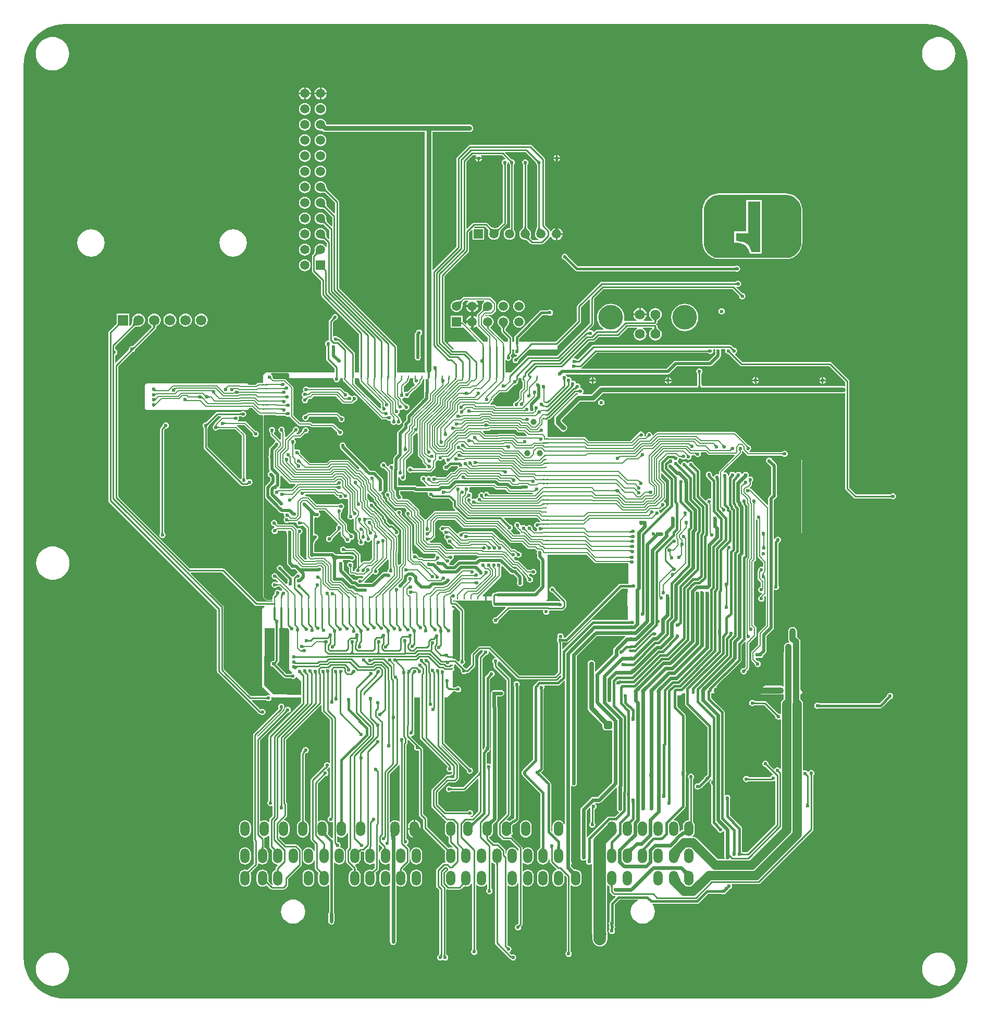
<source format=gbl>
G75*
G70*
%OFA0B0*%
%FSLAX25Y25*%
%IPPOS*%
%LPD*%
%AMOC8*
5,1,8,0,0,1.08239X$1,22.5*
%
%AMM18*
21,1,0.007870,0.287010,0.000000,0.000000,180.000000*
21,1,0.000000,0.294880,0.000000,0.000000,180.000000*
1,1,0.007870,0.000000,0.143500*
1,1,0.007870,0.000000,0.143500*
1,1,0.007870,0.000000,-0.143500*
1,1,0.007870,0.000000,-0.143500*
%
%AMM19*
21,1,0.007870,0.078350,0.000000,0.000000,135.000000*
21,1,0.000000,0.086220,0.000000,0.000000,135.000000*
1,1,0.007870,0.027700,0.027700*
1,1,0.007870,0.027700,0.027700*
1,1,0.007870,-0.027700,-0.027700*
1,1,0.007870,-0.027700,-0.027700*
%
%AMM20*
21,1,0.007870,0.643700,0.000000,0.000000,270.000000*
21,1,0.000000,0.651580,0.000000,0.000000,270.000000*
1,1,0.007870,-0.321850,0.000000*
1,1,0.007870,-0.321850,0.000000*
1,1,0.007870,0.321850,0.000000*
1,1,0.007870,0.321850,0.000000*
%
%AMM53*
21,1,0.009840,0.009840,0.000000,0.000000,180.000000*
21,1,0.000000,0.019680,0.000000,0.000000,180.000000*
1,1,0.009840,0.000000,0.004920*
1,1,0.009840,0.000000,0.004920*
1,1,0.009840,0.000000,-0.004920*
1,1,0.009840,0.000000,-0.004920*
%
%AMM54*
21,1,0.007870,0.361020,0.000000,0.000000,0.000000*
21,1,0.000000,0.368900,0.000000,0.000000,0.000000*
1,1,0.007870,0.000000,-0.180510*
1,1,0.007870,0.000000,-0.180510*
1,1,0.007870,0.000000,0.180510*
1,1,0.007870,0.000000,0.180510*
%
%AMM55*
21,1,0.007870,0.023620,0.000000,0.000000,225.000000*
21,1,0.000000,0.031500,0.000000,0.000000,225.000000*
1,1,0.007870,-0.008350,0.008350*
1,1,0.007870,-0.008350,0.008350*
1,1,0.007870,0.008350,-0.008350*
1,1,0.007870,0.008350,-0.008350*
%
%AMM56*
21,1,0.009840,0.009840,0.000000,0.000000,90.000000*
21,1,0.000000,0.019680,0.000000,0.000000,90.000000*
1,1,0.009840,0.004920,0.000000*
1,1,0.009840,0.004920,0.000000*
1,1,0.009840,-0.004920,0.000000*
1,1,0.009840,-0.004920,0.000000*
%
%AMM71*
21,1,0.009840,0.009840,0.000000,0.000000,0.000000*
21,1,0.000000,0.019680,0.000000,0.000000,0.000000*
1,1,0.009840,0.000000,-0.004920*
1,1,0.009840,0.000000,-0.004920*
1,1,0.009840,0.000000,0.004920*
1,1,0.009840,0.000000,0.004920*
%
%ADD10M54*%
%ADD114O,0.03937X0.05906*%
%ADD115C,0.02362*%
%ADD133C,0.03937*%
%ADD141M71*%
%ADD146O,0.02362X0.03150*%
%ADD15M55*%
%ADD152C,0.07874*%
%ADD188C,0.15748*%
%ADD19M19*%
%ADD198O,0.01575X0.02362*%
%ADD206O,0.03150X0.02362*%
%ADD207O,0.02362X0.01575*%
%ADD211O,0.05906X0.09449*%
%ADD213C,0.00984*%
%ADD216C,0.03150*%
%ADD220M53*%
%ADD227C,0.06400*%
%ADD229M56*%
%ADD23C,0.01575*%
%ADD234M18*%
%ADD238C,0.01968*%
%ADD259O,0.01575X0.00787*%
%ADD261C,0.03900*%
%ADD35C,0.06693*%
%ADD40C,0.05906*%
%ADD44R,0.06693X0.06693*%
%ADD46O,0.44882X0.04331*%
%ADD55C,0.01181*%
%ADD56C,0.00787*%
%ADD65M20*%
%ADD78R,0.05906X0.05906*%
X0000000Y0000000D02*
G01*
G75*
G36*
X0581693Y0624629D02*
X0584608Y0624133D01*
X0587449Y0623315D01*
X0590181Y0622183D01*
X0592769Y0620753D01*
X0595181Y0619042D01*
X0597386Y0617071D01*
X0599357Y0614866D01*
X0601068Y0612455D01*
X0602498Y0609867D01*
X0603630Y0607134D01*
X0604449Y0604293D01*
X0604944Y0601378D01*
X0605106Y0598483D01*
X0605095Y0598425D01*
X0605095Y0027559D01*
X0605106Y0027502D01*
X0604944Y0024607D01*
X0604449Y0021691D01*
X0603630Y0018850D01*
X0602498Y0016118D01*
X0601068Y0013530D01*
X0599357Y0011118D01*
X0597386Y0008913D01*
X0595181Y0006943D01*
X0592769Y0005231D01*
X0590181Y0003801D01*
X0587449Y0002669D01*
X0584608Y0001851D01*
X0581693Y0001355D01*
X0578797Y0001193D01*
X0578740Y0001204D01*
X0027559Y0001204D01*
X0027502Y0001193D01*
X0024607Y0001355D01*
X0021691Y0001851D01*
X0018850Y0002669D01*
X0016118Y0003801D01*
X0013530Y0005231D01*
X0011118Y0006943D01*
X0008913Y0008913D01*
X0006943Y0011118D01*
X0005231Y0013530D01*
X0003801Y0016118D01*
X0002669Y0018850D01*
X0001851Y0021691D01*
X0001355Y0024607D01*
X0001193Y0027502D01*
X0001204Y0027559D01*
X0001204Y0598425D01*
X0001193Y0598483D01*
X0001355Y0601378D01*
X0001851Y0604293D01*
X0002669Y0607134D01*
X0003801Y0609867D01*
X0005231Y0612455D01*
X0006943Y0614866D01*
X0008913Y0617071D01*
X0011118Y0619042D01*
X0013530Y0620753D01*
X0016118Y0622183D01*
X0018850Y0623315D01*
X0021691Y0624133D01*
X0024607Y0624629D01*
X0027502Y0624791D01*
X0027559Y0624780D01*
X0578740Y0624780D01*
X0578797Y0624791D01*
X0581693Y0624629D01*
D02*
G37*
%LPC*%
G36*
X0586614Y0616568D02*
X0584946Y0616437D01*
X0583319Y0616046D01*
X0581773Y0615406D01*
X0580347Y0614532D01*
X0579074Y0613445D01*
X0577988Y0612173D01*
X0577114Y0610746D01*
X0576473Y0609200D01*
X0576083Y0607574D01*
X0575951Y0605905D01*
X0576083Y0604238D01*
X0576473Y0602610D01*
X0577114Y0601065D01*
X0577988Y0599638D01*
X0579074Y0598366D01*
X0580347Y0597279D01*
X0581773Y0596405D01*
X0583319Y0595765D01*
X0584946Y0595374D01*
X0586614Y0595243D01*
X0588282Y0595374D01*
X0589909Y0595765D01*
X0591455Y0596405D01*
X0592882Y0597279D01*
X0594154Y0598366D01*
X0595240Y0599638D01*
X0596115Y0601065D01*
X0596755Y0602610D01*
X0597146Y0604238D01*
X0597277Y0605905D01*
X0597146Y0607574D01*
X0596755Y0609200D01*
X0596115Y0610746D01*
X0595240Y0612173D01*
X0594154Y0613445D01*
X0592882Y0614532D01*
X0591455Y0615406D01*
X0589909Y0616046D01*
X0588282Y0616437D01*
X0586614Y0616568D01*
D02*
G37*
G36*
X0019685Y0616568D02*
X0018017Y0616437D01*
X0016390Y0616046D01*
X0014844Y0615406D01*
X0013418Y0614532D01*
X0012145Y0613445D01*
X0011059Y0612173D01*
X0010184Y0610746D01*
X0009544Y0609200D01*
X0009154Y0607574D01*
X0009022Y0605905D01*
X0009154Y0604238D01*
X0009544Y0602610D01*
X0010184Y0601065D01*
X0011059Y0599638D01*
X0012145Y0598366D01*
X0013418Y0597279D01*
X0014844Y0596405D01*
X0016390Y0595765D01*
X0018017Y0595374D01*
X0019685Y0595243D01*
X0021353Y0595374D01*
X0022980Y0595765D01*
X0024526Y0596405D01*
X0025953Y0597279D01*
X0027225Y0598366D01*
X0028311Y0599638D01*
X0029186Y0601065D01*
X0029826Y0602610D01*
X0030217Y0604238D01*
X0030348Y0605905D01*
X0030217Y0607574D01*
X0029826Y0609200D01*
X0029186Y0610746D01*
X0028311Y0612173D01*
X0027225Y0613445D01*
X0025953Y0614532D01*
X0024526Y0615406D01*
X0022980Y0616046D01*
X0021353Y0616437D01*
X0019685Y0616568D01*
D02*
G37*
G36*
X0191642Y0584394D02*
X0191642Y0580972D01*
X0195063Y0580972D01*
X0194993Y0581504D01*
X0194595Y0582466D01*
X0193961Y0583292D01*
X0193135Y0583925D01*
X0192174Y0584323D01*
X0191642Y0584394D01*
D02*
G37*
G36*
X0181642Y0584394D02*
X0181642Y0580972D01*
X0185063Y0580972D01*
X0184993Y0581504D01*
X0184595Y0582466D01*
X0183961Y0583292D01*
X0183135Y0583925D01*
X0182174Y0584323D01*
X0181642Y0584394D01*
D02*
G37*
G36*
X0190642Y0584394D02*
X0190110Y0584323D01*
X0189148Y0583925D01*
X0188323Y0583292D01*
X0187689Y0582466D01*
X0187291Y0581504D01*
X0187221Y0580972D01*
X0190642Y0580972D01*
X0190642Y0584394D01*
D02*
G37*
G36*
X0180642Y0584394D02*
X0180110Y0584323D01*
X0179148Y0583925D01*
X0178323Y0583292D01*
X0177689Y0582466D01*
X0177291Y0581504D01*
X0177221Y0580972D01*
X0180642Y0580972D01*
X0180642Y0584394D01*
D02*
G37*
G36*
X0190642Y0579973D02*
X0187221Y0579973D01*
X0187291Y0579441D01*
X0187689Y0578479D01*
X0188323Y0577653D01*
X0189148Y0577020D01*
X0190110Y0576621D01*
X0190642Y0576551D01*
X0190642Y0579973D01*
D02*
G37*
G36*
X0180642Y0579973D02*
X0177221Y0579973D01*
X0177291Y0579441D01*
X0177689Y0578479D01*
X0178323Y0577653D01*
X0179148Y0577020D01*
X0180110Y0576621D01*
X0180642Y0576551D01*
X0180642Y0579973D01*
D02*
G37*
G36*
X0195063Y0579973D02*
X0191642Y0579973D01*
X0191642Y0576551D01*
X0192174Y0576621D01*
X0193135Y0577020D01*
X0193961Y0577653D01*
X0194595Y0578479D01*
X0194993Y0579441D01*
X0195063Y0579973D01*
D02*
G37*
G36*
X0185063Y0579973D02*
X0181642Y0579973D01*
X0181642Y0576551D01*
X0182174Y0576621D01*
X0183135Y0577020D01*
X0183961Y0577653D01*
X0184595Y0578479D01*
X0184993Y0579441D01*
X0185063Y0579973D01*
D02*
G37*
G36*
X0191142Y0574245D02*
X0190165Y0574116D01*
X0189255Y0573739D01*
X0188474Y0573140D01*
X0187875Y0572359D01*
X0187498Y0571449D01*
X0187369Y0570472D01*
X0187498Y0569496D01*
X0187875Y0568586D01*
X0188474Y0567805D01*
X0189255Y0567205D01*
X0190165Y0566829D01*
X0191142Y0566700D01*
X0192118Y0566829D01*
X0193028Y0567205D01*
X0193809Y0567805D01*
X0194409Y0568586D01*
X0194786Y0569496D01*
X0194914Y0570472D01*
X0194786Y0571449D01*
X0194409Y0572359D01*
X0193809Y0573140D01*
X0193028Y0573739D01*
X0192118Y0574116D01*
X0191142Y0574245D01*
D02*
G37*
G36*
X0181142Y0574245D02*
X0180165Y0574116D01*
X0179255Y0573739D01*
X0178474Y0573140D01*
X0177875Y0572359D01*
X0177498Y0571449D01*
X0177369Y0570472D01*
X0177498Y0569496D01*
X0177875Y0568586D01*
X0178474Y0567805D01*
X0179255Y0567205D01*
X0180165Y0566829D01*
X0181142Y0566700D01*
X0182118Y0566829D01*
X0183028Y0567205D01*
X0183809Y0567805D01*
X0184409Y0568586D01*
X0184786Y0569496D01*
X0184914Y0570472D01*
X0184786Y0571449D01*
X0184409Y0572359D01*
X0183809Y0573140D01*
X0183028Y0573739D01*
X0182118Y0574116D01*
X0181142Y0574245D01*
D02*
G37*
G36*
X0181142Y0564245D02*
X0180165Y0564116D01*
X0179255Y0563739D01*
X0178474Y0563140D01*
X0177875Y0562359D01*
X0177498Y0561449D01*
X0177369Y0560472D01*
X0177498Y0559496D01*
X0177875Y0558586D01*
X0178474Y0557805D01*
X0179255Y0557205D01*
X0180165Y0556829D01*
X0181142Y0556700D01*
X0182118Y0556829D01*
X0183028Y0557205D01*
X0183809Y0557805D01*
X0184409Y0558586D01*
X0184786Y0559496D01*
X0184914Y0560472D01*
X0184786Y0561449D01*
X0184409Y0562359D01*
X0183809Y0563140D01*
X0183028Y0563739D01*
X0182118Y0564116D01*
X0181142Y0564245D01*
D02*
G37*
G36*
X0191142Y0554245D02*
X0190165Y0554116D01*
X0189255Y0553740D01*
X0188474Y0553140D01*
X0187875Y0552359D01*
X0187498Y0551449D01*
X0187369Y0550472D01*
X0187498Y0549496D01*
X0187875Y0548586D01*
X0188474Y0547805D01*
X0189255Y0547205D01*
X0190165Y0546829D01*
X0191142Y0546700D01*
X0192118Y0546829D01*
X0193028Y0547205D01*
X0193809Y0547805D01*
X0194409Y0548586D01*
X0194786Y0549496D01*
X0194914Y0550472D01*
X0194786Y0551449D01*
X0194409Y0552359D01*
X0193809Y0553140D01*
X0193028Y0553740D01*
X0192118Y0554116D01*
X0191142Y0554245D01*
D02*
G37*
G36*
X0181142Y0554245D02*
X0180165Y0554116D01*
X0179255Y0553740D01*
X0178474Y0553140D01*
X0177875Y0552359D01*
X0177498Y0551449D01*
X0177369Y0550472D01*
X0177498Y0549496D01*
X0177875Y0548586D01*
X0178474Y0547805D01*
X0179255Y0547205D01*
X0180165Y0546829D01*
X0181142Y0546700D01*
X0182118Y0546829D01*
X0183028Y0547205D01*
X0183809Y0547805D01*
X0184409Y0548586D01*
X0184786Y0549496D01*
X0184914Y0550472D01*
X0184786Y0551449D01*
X0184409Y0552359D01*
X0183809Y0553140D01*
X0183028Y0553740D01*
X0182118Y0554116D01*
X0181142Y0554245D01*
D02*
G37*
G36*
X0342839Y0541136D02*
X0342839Y0539512D01*
X0344463Y0539512D01*
X0344393Y0539863D01*
X0343911Y0540585D01*
X0343190Y0541067D01*
X0342839Y0541136D01*
D02*
G37*
G36*
X0341839Y0541136D02*
X0341488Y0541067D01*
X0340766Y0540585D01*
X0340284Y0539863D01*
X0340214Y0539512D01*
X0341839Y0539512D01*
X0341839Y0541136D01*
D02*
G37*
G36*
X0341839Y0538512D02*
X0340214Y0538512D01*
X0340284Y0538161D01*
X0340766Y0537440D01*
X0341488Y0536958D01*
X0341839Y0536888D01*
X0341839Y0537483D01*
X0341445Y0537531D01*
X0341439Y0538246D01*
X0341839Y0538210D01*
X0341839Y0538512D01*
D02*
G37*
G36*
X0344463Y0538512D02*
X0342839Y0538512D01*
X0342839Y0538120D01*
X0343086Y0538098D01*
X0343074Y0538080D01*
X0343062Y0538050D01*
X0343052Y0538006D01*
X0343044Y0537950D01*
X0343030Y0537798D01*
X0343020Y0537473D01*
X0343020Y0537338D01*
X0342839Y0537361D01*
X0342839Y0536888D01*
X0343190Y0536958D01*
X0343911Y0537440D01*
X0344393Y0538161D01*
X0344463Y0538512D01*
D02*
G37*
G36*
X0191142Y0544245D02*
X0190165Y0544116D01*
X0189255Y0543740D01*
X0188474Y0543140D01*
X0187875Y0542359D01*
X0187498Y0541449D01*
X0187369Y0540472D01*
X0187498Y0539496D01*
X0187875Y0538586D01*
X0188474Y0537805D01*
X0189255Y0537205D01*
X0190165Y0536829D01*
X0191142Y0536700D01*
X0192118Y0536829D01*
X0193028Y0537205D01*
X0193809Y0537805D01*
X0194409Y0538586D01*
X0194786Y0539496D01*
X0194914Y0540472D01*
X0194786Y0541449D01*
X0194409Y0542359D01*
X0193809Y0543140D01*
X0193028Y0543740D01*
X0192118Y0544116D01*
X0191142Y0544245D01*
D02*
G37*
G36*
X0181142Y0544245D02*
X0180165Y0544116D01*
X0179255Y0543740D01*
X0178474Y0543140D01*
X0177875Y0542359D01*
X0177498Y0541449D01*
X0177369Y0540472D01*
X0177498Y0539496D01*
X0177875Y0538586D01*
X0178474Y0537805D01*
X0179255Y0537205D01*
X0180165Y0536829D01*
X0181142Y0536700D01*
X0182118Y0536829D01*
X0183028Y0537205D01*
X0183809Y0537805D01*
X0184409Y0538586D01*
X0184786Y0539496D01*
X0184914Y0540472D01*
X0184786Y0541449D01*
X0184409Y0542359D01*
X0183809Y0543140D01*
X0183028Y0543740D01*
X0182118Y0544116D01*
X0181142Y0544245D01*
D02*
G37*
G36*
X0191142Y0534245D02*
X0190165Y0534116D01*
X0189255Y0533740D01*
X0188474Y0533140D01*
X0187875Y0532359D01*
X0187498Y0531449D01*
X0187369Y0530472D01*
X0187498Y0529496D01*
X0187875Y0528586D01*
X0188474Y0527805D01*
X0189255Y0527205D01*
X0190165Y0526829D01*
X0191142Y0526700D01*
X0192118Y0526829D01*
X0193028Y0527205D01*
X0193809Y0527805D01*
X0194409Y0528586D01*
X0194786Y0529496D01*
X0194914Y0530472D01*
X0194786Y0531449D01*
X0194409Y0532359D01*
X0193809Y0533140D01*
X0193028Y0533740D01*
X0192118Y0534116D01*
X0191142Y0534245D01*
D02*
G37*
G36*
X0181142Y0534245D02*
X0180165Y0534116D01*
X0179255Y0533740D01*
X0178474Y0533140D01*
X0177875Y0532359D01*
X0177498Y0531449D01*
X0177369Y0530472D01*
X0177498Y0529496D01*
X0177875Y0528586D01*
X0178474Y0527805D01*
X0179255Y0527205D01*
X0180165Y0526829D01*
X0181142Y0526700D01*
X0182118Y0526829D01*
X0183028Y0527205D01*
X0183809Y0527805D01*
X0184409Y0528586D01*
X0184786Y0529496D01*
X0184914Y0530472D01*
X0184786Y0531449D01*
X0184409Y0532359D01*
X0183809Y0533140D01*
X0183028Y0533740D01*
X0182118Y0534116D01*
X0181142Y0534245D01*
D02*
G37*
G36*
X0181142Y0524245D02*
X0180165Y0524116D01*
X0179255Y0523739D01*
X0178474Y0523140D01*
X0177875Y0522359D01*
X0177498Y0521449D01*
X0177369Y0520472D01*
X0177498Y0519496D01*
X0177875Y0518586D01*
X0178474Y0517805D01*
X0179255Y0517205D01*
X0180165Y0516829D01*
X0181142Y0516700D01*
X0182118Y0516829D01*
X0183028Y0517205D01*
X0183809Y0517805D01*
X0184409Y0518586D01*
X0184786Y0519496D01*
X0184914Y0520472D01*
X0184786Y0521449D01*
X0184409Y0522359D01*
X0183809Y0523140D01*
X0183028Y0523739D01*
X0182118Y0524116D01*
X0181142Y0524245D01*
D02*
G37*
G36*
X0488907Y0516476D02*
X0488866Y0516467D01*
X0488866Y0516467D01*
X0488417Y0516466D01*
X0488417Y0516466D01*
X0446396Y0516466D01*
X0445935Y0516468D01*
X0445935Y0516468D01*
X0445907Y0516474D01*
X0445898Y0516472D01*
X0445898Y0516468D01*
X0445896Y0516466D01*
X0445879Y0516462D01*
X0444308Y0516339D01*
X0442711Y0515955D01*
X0441194Y0515327D01*
X0439794Y0514469D01*
X0438546Y0513403D01*
X0437480Y0512154D01*
X0436622Y0510754D01*
X0435993Y0509237D01*
X0435610Y0507641D01*
X0435492Y0506143D01*
X0435473Y0506049D01*
X0435414Y0485232D01*
X0435471Y0484940D01*
X0435600Y0483304D01*
X0435984Y0481707D01*
X0436612Y0480191D01*
X0436771Y0479932D01*
X0436774Y0479922D01*
X0436780Y0479916D01*
X0437470Y0478791D01*
X0438536Y0477542D01*
X0438976Y0477166D01*
X0438976Y0477068D01*
X0439091Y0477068D01*
X0439785Y0476476D01*
X0441185Y0475618D01*
X0442702Y0474990D01*
X0444298Y0474606D01*
X0445705Y0474495D01*
X0445886Y0474460D01*
X0488407Y0474460D01*
X0488799Y0474459D01*
X0488890Y0474461D01*
X0488898Y0474459D01*
X0488907Y0474461D01*
X0488906Y0474469D01*
X0490497Y0474594D01*
X0492094Y0474978D01*
X0493610Y0475606D01*
X0495010Y0476464D01*
X0496259Y0477530D01*
X0497325Y0478779D01*
X0498183Y0480179D01*
X0498812Y0481696D01*
X0499195Y0483292D01*
X0499324Y0484929D01*
X0499323Y0484934D01*
X0499330Y0484967D01*
X0499330Y0505462D01*
X0499338Y0505959D01*
X0499330Y0506240D01*
X0499306Y0506362D01*
X0499299Y0506442D01*
X0499205Y0507643D01*
X0498821Y0509239D01*
X0498193Y0510756D01*
X0497335Y0512156D01*
X0496269Y0513405D01*
X0495020Y0514471D01*
X0493620Y0515329D01*
X0492103Y0515957D01*
X0490507Y0516341D01*
X0488916Y0516466D01*
X0488916Y0516474D01*
X0488907Y0516476D01*
D02*
G37*
G36*
X0181142Y0514245D02*
X0180165Y0514116D01*
X0179255Y0513739D01*
X0178474Y0513140D01*
X0177875Y0512359D01*
X0177498Y0511449D01*
X0177369Y0510472D01*
X0177498Y0509496D01*
X0177875Y0508586D01*
X0178474Y0507805D01*
X0179255Y0507205D01*
X0180165Y0506829D01*
X0181142Y0506700D01*
X0182118Y0506829D01*
X0183028Y0507205D01*
X0183809Y0507805D01*
X0184409Y0508586D01*
X0184786Y0509496D01*
X0184914Y0510472D01*
X0184786Y0511449D01*
X0184409Y0512359D01*
X0183809Y0513140D01*
X0183028Y0513739D01*
X0182118Y0514116D01*
X0181142Y0514245D01*
D02*
G37*
G36*
X0181142Y0504245D02*
X0180165Y0504116D01*
X0179255Y0503740D01*
X0178474Y0503140D01*
X0177875Y0502359D01*
X0177498Y0501449D01*
X0177369Y0500472D01*
X0177498Y0499496D01*
X0177875Y0498586D01*
X0178474Y0497805D01*
X0179255Y0497205D01*
X0180165Y0496829D01*
X0181142Y0496700D01*
X0182118Y0496829D01*
X0183028Y0497205D01*
X0183809Y0497805D01*
X0184409Y0498586D01*
X0184786Y0499496D01*
X0184914Y0500472D01*
X0184786Y0501449D01*
X0184409Y0502359D01*
X0183809Y0503140D01*
X0183028Y0503740D01*
X0182118Y0504116D01*
X0181142Y0504245D01*
D02*
G37*
G36*
X0343127Y0494406D02*
X0343132Y0494387D01*
X0343219Y0494134D01*
X0343332Y0493880D01*
X0343469Y0493623D01*
X0343631Y0493366D01*
X0343818Y0493107D01*
X0344030Y0492846D01*
X0344268Y0492584D01*
X0342626Y0492643D01*
X0342626Y0491051D01*
X0346047Y0491051D01*
X0345977Y0491583D01*
X0345579Y0492545D01*
X0344945Y0493370D01*
X0344119Y0494004D01*
X0343158Y0494402D01*
X0343127Y0494406D01*
D02*
G37*
G36*
X0181142Y0494245D02*
X0180165Y0494116D01*
X0179255Y0493740D01*
X0178474Y0493140D01*
X0177875Y0492359D01*
X0177498Y0491449D01*
X0177369Y0490472D01*
X0177498Y0489496D01*
X0177875Y0488586D01*
X0178474Y0487805D01*
X0179255Y0487205D01*
X0180165Y0486829D01*
X0181142Y0486700D01*
X0182118Y0486829D01*
X0183028Y0487205D01*
X0183809Y0487805D01*
X0184409Y0488586D01*
X0184786Y0489496D01*
X0184914Y0490472D01*
X0184786Y0491449D01*
X0184409Y0492359D01*
X0183809Y0493140D01*
X0183028Y0493740D01*
X0182118Y0494116D01*
X0181142Y0494245D01*
D02*
G37*
G36*
X0191142Y0564245D02*
X0190165Y0564116D01*
X0189255Y0563739D01*
X0188474Y0563140D01*
X0187875Y0562359D01*
X0187498Y0561449D01*
X0187369Y0560472D01*
X0187498Y0559496D01*
X0187875Y0558586D01*
X0188474Y0557805D01*
X0189255Y0557205D01*
X0190165Y0556829D01*
X0191142Y0556700D01*
X0192118Y0556829D01*
X0192123Y0556831D01*
X0192369Y0556584D01*
X0193151Y0556062D01*
X0194072Y0555879D01*
X0257926Y0555879D01*
X0257926Y0413484D01*
X0257926Y0403445D01*
X0258109Y0402523D01*
X0258317Y0402213D01*
X0258081Y0401772D01*
X0239986Y0401772D01*
X0239986Y0418406D01*
X0239886Y0418905D01*
X0239603Y0419328D01*
X0202978Y0455954D01*
X0202978Y0510925D01*
X0202878Y0511424D01*
X0202596Y0511848D01*
X0195667Y0518777D01*
X0195615Y0518854D01*
X0195427Y0519229D01*
X0195340Y0519445D01*
X0194906Y0520883D01*
X0194805Y0521301D01*
X0194786Y0521449D01*
X0194409Y0522359D01*
X0193809Y0523140D01*
X0193028Y0523739D01*
X0192118Y0524116D01*
X0191142Y0524245D01*
X0190165Y0524116D01*
X0189255Y0523739D01*
X0188474Y0523140D01*
X0187875Y0522359D01*
X0187498Y0521449D01*
X0187369Y0520472D01*
X0187498Y0519496D01*
X0187875Y0518586D01*
X0188474Y0517805D01*
X0189255Y0517205D01*
X0190165Y0516829D01*
X0191142Y0516700D01*
X0192118Y0516829D01*
X0192199Y0516862D01*
X0192397Y0516907D01*
X0192701Y0516957D01*
X0192975Y0516984D01*
X0193217Y0516989D01*
X0193427Y0516975D01*
X0193603Y0516944D01*
X0193749Y0516900D01*
X0193869Y0516847D01*
X0193968Y0516784D01*
X0193977Y0516777D01*
X0200369Y0510385D01*
X0200369Y0503842D01*
X0199907Y0503651D01*
X0195348Y0508210D01*
X0195280Y0508314D01*
X0195209Y0508457D01*
X0195139Y0508639D01*
X0195074Y0508861D01*
X0195018Y0509121D01*
X0194972Y0509410D01*
X0194909Y0510129D01*
X0194902Y0510376D01*
X0194914Y0510472D01*
X0194786Y0511449D01*
X0194409Y0512359D01*
X0193809Y0513140D01*
X0193028Y0513739D01*
X0192118Y0514116D01*
X0191142Y0514245D01*
X0190165Y0514116D01*
X0189255Y0513739D01*
X0188474Y0513140D01*
X0187875Y0512359D01*
X0187498Y0511449D01*
X0187369Y0510472D01*
X0187498Y0509496D01*
X0187875Y0508586D01*
X0188474Y0507805D01*
X0189255Y0507205D01*
X0190165Y0506829D01*
X0191142Y0506700D01*
X0191281Y0506718D01*
X0192025Y0506715D01*
X0192341Y0506693D01*
X0192630Y0506657D01*
X0192882Y0506608D01*
X0193097Y0506550D01*
X0193274Y0506486D01*
X0193413Y0506418D01*
X0193517Y0506350D01*
X0198597Y0501271D01*
X0198597Y0495614D01*
X0198135Y0495423D01*
X0195348Y0498210D01*
X0195280Y0498314D01*
X0195209Y0498456D01*
X0195139Y0498639D01*
X0195074Y0498861D01*
X0195018Y0499121D01*
X0194972Y0499409D01*
X0194909Y0500129D01*
X0194902Y0500376D01*
X0194914Y0500472D01*
X0194786Y0501449D01*
X0194409Y0502359D01*
X0193809Y0503140D01*
X0193028Y0503740D01*
X0192118Y0504116D01*
X0191142Y0504245D01*
X0190165Y0504116D01*
X0189255Y0503740D01*
X0188474Y0503140D01*
X0187875Y0502359D01*
X0187498Y0501449D01*
X0187369Y0500472D01*
X0187498Y0499496D01*
X0187875Y0498586D01*
X0188474Y0497805D01*
X0189255Y0497205D01*
X0190165Y0496829D01*
X0191142Y0496700D01*
X0191281Y0496718D01*
X0192025Y0496715D01*
X0192341Y0496693D01*
X0192630Y0496657D01*
X0192882Y0496608D01*
X0193097Y0496550D01*
X0193274Y0496486D01*
X0193413Y0496418D01*
X0193517Y0496350D01*
X0196825Y0493042D01*
X0196825Y0487386D01*
X0196363Y0487194D01*
X0195348Y0488210D01*
X0195280Y0488313D01*
X0195209Y0488456D01*
X0195139Y0488639D01*
X0195074Y0488861D01*
X0195018Y0489121D01*
X0194972Y0489409D01*
X0194909Y0490129D01*
X0194902Y0490376D01*
X0194914Y0490472D01*
X0194786Y0491449D01*
X0194409Y0492359D01*
X0193809Y0493140D01*
X0193028Y0493740D01*
X0192118Y0494116D01*
X0191142Y0494245D01*
X0190165Y0494116D01*
X0189255Y0493740D01*
X0188474Y0493140D01*
X0187875Y0492359D01*
X0187498Y0491449D01*
X0187369Y0490472D01*
X0187498Y0489496D01*
X0187875Y0488586D01*
X0188474Y0487805D01*
X0189255Y0487205D01*
X0190165Y0486829D01*
X0191142Y0486700D01*
X0191281Y0486718D01*
X0192025Y0486715D01*
X0192341Y0486693D01*
X0192630Y0486657D01*
X0192882Y0486608D01*
X0193097Y0486550D01*
X0193274Y0486486D01*
X0193413Y0486418D01*
X0193517Y0486350D01*
X0195054Y0484814D01*
X0195054Y0482108D01*
X0194554Y0482009D01*
X0194409Y0482359D01*
X0193809Y0483140D01*
X0193028Y0483740D01*
X0192118Y0484116D01*
X0191142Y0484245D01*
X0190165Y0484116D01*
X0189255Y0483740D01*
X0188474Y0483140D01*
X0187875Y0482359D01*
X0187498Y0481449D01*
X0187369Y0480472D01*
X0187382Y0480376D01*
X0187374Y0480129D01*
X0187312Y0479410D01*
X0187266Y0479121D01*
X0187209Y0478861D01*
X0187144Y0478639D01*
X0187074Y0478456D01*
X0187003Y0478313D01*
X0186936Y0478210D01*
X0185987Y0477261D01*
X0185704Y0476838D01*
X0185605Y0476339D01*
X0185605Y0466990D01*
X0185704Y0466490D01*
X0185987Y0466067D01*
X0191510Y0460544D01*
X0191510Y0451637D01*
X0191610Y0451138D01*
X0191893Y0450715D01*
X0192048Y0450559D01*
X0192102Y0450288D01*
X0192385Y0449865D01*
X0215723Y0426526D01*
X0215723Y0401772D01*
X0213096Y0401772D01*
X0213096Y0413898D01*
X0212997Y0414397D01*
X0212714Y0414820D01*
X0203529Y0424005D01*
X0203105Y0424288D01*
X0202606Y0424387D01*
X0202409Y0424387D01*
X0202379Y0424393D01*
X0202355Y0424400D01*
X0202350Y0424402D01*
X0202334Y0424423D01*
X0202286Y0424470D01*
X0202088Y0424766D01*
X0201437Y0425201D01*
X0200669Y0425353D01*
X0199901Y0425201D01*
X0199541Y0424960D01*
X0199041Y0425227D01*
X0199041Y0434145D01*
X0200140Y0435244D01*
X0200175Y0435270D01*
X0200214Y0435294D01*
X0200247Y0435311D01*
X0200274Y0435323D01*
X0200298Y0435330D01*
X0200299Y0435331D01*
X0200374Y0435316D01*
X0201142Y0435468D01*
X0201793Y0435904D01*
X0202228Y0436555D01*
X0202381Y0437323D01*
X0202228Y0438091D01*
X0201793Y0438742D01*
X0201142Y0439177D01*
X0200374Y0439330D01*
X0199606Y0439177D01*
X0198955Y0438742D01*
X0198520Y0438091D01*
X0198367Y0437323D01*
X0198382Y0437248D01*
X0198382Y0437247D01*
X0198374Y0437223D01*
X0198362Y0437196D01*
X0198345Y0437163D01*
X0198321Y0437124D01*
X0198295Y0437089D01*
X0196814Y0435607D01*
X0196531Y0435184D01*
X0196432Y0434685D01*
X0196432Y0422833D01*
X0196043Y0422401D01*
X0195275Y0422248D01*
X0194624Y0421813D01*
X0194189Y0421162D01*
X0194036Y0420394D01*
X0194189Y0419626D01*
X0194624Y0418974D01*
X0194688Y0418932D01*
X0194688Y0418931D01*
X0194699Y0418909D01*
X0194711Y0418881D01*
X0194722Y0418846D01*
X0194732Y0418801D01*
X0194739Y0418758D01*
X0194739Y0410551D01*
X0194838Y0410052D01*
X0195121Y0409629D01*
X0200093Y0404657D01*
X0200093Y0401772D01*
X0156047Y0401772D01*
X0154531Y0400289D01*
X0154524Y0395302D01*
X0154483Y0395299D01*
X0151280Y0395299D01*
X0151280Y0395299D01*
X0150819Y0395207D01*
X0150428Y0394946D01*
X0149503Y0394021D01*
X0145349Y0394021D01*
X0144587Y0394783D01*
X0079626Y0394783D01*
X0078642Y0393799D01*
X0078642Y0379035D01*
X0079626Y0378051D01*
X0144587Y0378051D01*
X0145571Y0379035D01*
X0145571Y0379180D01*
X0147278Y0379180D01*
X0150381Y0376078D01*
X0150381Y0376078D01*
X0150642Y0375903D01*
X0151491Y0375054D01*
X0151882Y0374793D01*
X0152342Y0374701D01*
X0154140Y0374701D01*
X0154493Y0374347D01*
X0154321Y0258317D01*
X0156622Y0256016D01*
X0156622Y0255942D01*
X0160548Y0255942D01*
X0160548Y0255242D01*
X0150540Y0255242D01*
X0129663Y0276119D01*
X0129239Y0276402D01*
X0128740Y0276501D01*
X0107573Y0276501D01*
X0062313Y0321762D01*
X0061639Y0322436D01*
X0061639Y0405857D01*
X0070486Y0414704D01*
X0070549Y0414755D01*
X0070586Y0414780D01*
X0070628Y0414805D01*
X0070666Y0414823D01*
X0070700Y0414837D01*
X0070731Y0414847D01*
X0070759Y0414854D01*
X0070818Y0414863D01*
X0070881Y0414885D01*
X0071339Y0414976D01*
X0071990Y0415412D01*
X0072425Y0416063D01*
X0072516Y0416521D01*
X0072539Y0416584D01*
X0072548Y0416643D01*
X0072554Y0416671D01*
X0072564Y0416702D01*
X0072578Y0416735D01*
X0072597Y0416773D01*
X0072622Y0416816D01*
X0072646Y0416853D01*
X0072698Y0416916D01*
X0085686Y0429904D01*
X0085969Y0430328D01*
X0086068Y0430827D01*
X0086068Y0430987D01*
X0086084Y0431094D01*
X0086111Y0431199D01*
X0086145Y0431289D01*
X0086187Y0431368D01*
X0086237Y0431440D01*
X0086299Y0431508D01*
X0086375Y0431575D01*
X0086471Y0431641D01*
X0086620Y0431723D01*
X0086631Y0431732D01*
X0086848Y0431822D01*
X0087712Y0432485D01*
X0088375Y0433348D01*
X0088791Y0434354D01*
X0088933Y0435433D01*
X0088791Y0436512D01*
X0088375Y0437518D01*
X0087712Y0438381D01*
X0086848Y0439044D01*
X0085843Y0439461D01*
X0084764Y0439603D01*
X0083685Y0439461D01*
X0082679Y0439044D01*
X0081815Y0438381D01*
X0081153Y0437518D01*
X0080736Y0436512D01*
X0080594Y0435433D01*
X0080736Y0434354D01*
X0081153Y0433348D01*
X0081815Y0432485D01*
X0082679Y0431822D01*
X0082897Y0431732D01*
X0082907Y0431723D01*
X0083057Y0431641D01*
X0083146Y0431266D01*
X0083142Y0431050D01*
X0070950Y0418858D01*
X0070920Y0418836D01*
X0070890Y0418819D01*
X0070867Y0418808D01*
X0070852Y0418802D01*
X0070842Y0418800D01*
X0070836Y0418799D01*
X0070831Y0418799D01*
X0070782Y0418803D01*
X0070761Y0418800D01*
X0070571Y0418838D01*
X0069803Y0418685D01*
X0069152Y0418250D01*
X0068717Y0417599D01*
X0068564Y0416831D01*
X0068602Y0416641D01*
X0068599Y0416619D01*
X0068603Y0416570D01*
X0068602Y0416565D01*
X0068602Y0416560D01*
X0068599Y0416550D01*
X0068594Y0416535D01*
X0068583Y0416512D01*
X0068565Y0416482D01*
X0068544Y0416452D01*
X0060330Y0408238D01*
X0059868Y0408429D01*
X0059868Y0412978D01*
X0060020Y0413008D01*
X0060671Y0413443D01*
X0061106Y0414094D01*
X0061259Y0414862D01*
X0061106Y0415630D01*
X0060671Y0416281D01*
X0060020Y0416716D01*
X0059868Y0416747D01*
X0059868Y0418692D01*
X0071988Y0430812D01*
X0072003Y0430825D01*
X0072125Y0430902D01*
X0072293Y0430981D01*
X0072507Y0431057D01*
X0072768Y0431126D01*
X0073074Y0431184D01*
X0073415Y0431229D01*
X0074257Y0431281D01*
X0074614Y0431283D01*
X0074764Y0431264D01*
X0075843Y0431406D01*
X0076849Y0431822D01*
X0077712Y0432485D01*
X0078375Y0433348D01*
X0078791Y0434354D01*
X0078933Y0435433D01*
X0078791Y0436512D01*
X0078375Y0437518D01*
X0077712Y0438381D01*
X0076849Y0439044D01*
X0075843Y0439461D01*
X0074764Y0439603D01*
X0073685Y0439461D01*
X0072679Y0439044D01*
X0071816Y0438381D01*
X0071153Y0437518D01*
X0070736Y0436512D01*
X0070594Y0435433D01*
X0070614Y0435283D01*
X0070612Y0434926D01*
X0070560Y0434085D01*
X0070515Y0433743D01*
X0070457Y0433437D01*
X0070388Y0433177D01*
X0070312Y0432962D01*
X0070233Y0432795D01*
X0070156Y0432673D01*
X0070143Y0432657D01*
X0069360Y0431874D01*
X0068898Y0432065D01*
X0068898Y0439567D01*
X0060630Y0439567D01*
X0060630Y0433508D01*
X0060627Y0433491D01*
X0060630Y0433473D01*
X0060630Y0433199D01*
X0060597Y0433152D01*
X0060374Y0432888D01*
X0055869Y0428383D01*
X0055586Y0427960D01*
X0055487Y0427461D01*
X0055487Y0319882D01*
X0055586Y0319383D01*
X0055869Y0318959D01*
X0124876Y0249952D01*
X0124876Y0210827D01*
X0124976Y0210328D01*
X0125259Y0209904D01*
X0125787Y0209376D01*
X0125948Y0209136D01*
X0128427Y0206656D01*
X0128667Y0206495D01*
X0151440Y0183723D01*
X0151863Y0183440D01*
X0152362Y0183341D01*
X0152441Y0183341D01*
X0152518Y0183227D01*
X0153169Y0182791D01*
X0153937Y0182639D01*
X0154705Y0182791D01*
X0155356Y0183227D01*
X0155791Y0183878D01*
X0155944Y0184646D01*
X0155791Y0185414D01*
X0155356Y0186065D01*
X0154705Y0186500D01*
X0153937Y0186653D01*
X0153169Y0186500D01*
X0152680Y0186173D01*
X0147115Y0191737D01*
X0147307Y0192199D01*
X0156140Y0192199D01*
X0156183Y0192193D01*
X0156227Y0192183D01*
X0156263Y0192172D01*
X0156291Y0192160D01*
X0156313Y0192149D01*
X0156314Y0192148D01*
X0156356Y0192085D01*
X0157008Y0191650D01*
X0157776Y0191497D01*
X0158544Y0191650D01*
X0159195Y0192085D01*
X0159630Y0192736D01*
X0159783Y0193504D01*
X0159650Y0194170D01*
X0159969Y0194423D01*
X0160063Y0194465D01*
X0160433Y0194095D01*
X0178912Y0194095D01*
X0178912Y0190501D01*
X0158231Y0169820D01*
X0157948Y0169397D01*
X0157849Y0168898D01*
X0157849Y0128013D01*
X0157842Y0127970D01*
X0157832Y0127926D01*
X0157821Y0127891D01*
X0157810Y0127862D01*
X0157799Y0127840D01*
X0157798Y0127840D01*
X0157734Y0127797D01*
X0157299Y0127146D01*
X0157147Y0126378D01*
X0157299Y0125610D01*
X0157734Y0124959D01*
X0158386Y0124524D01*
X0159153Y0124371D01*
X0159908Y0124521D01*
X0159998Y0124535D01*
X0160408Y0124251D01*
X0160408Y0118158D01*
X0158822Y0116572D01*
X0158539Y0116149D01*
X0158440Y0115650D01*
X0158440Y0114361D01*
X0157966Y0114200D01*
X0157904Y0114282D01*
X0157122Y0114881D01*
X0156213Y0115258D01*
X0155236Y0115387D01*
X0154260Y0115258D01*
X0153350Y0114881D01*
X0152808Y0114466D01*
X0152308Y0114712D01*
X0152308Y0166409D01*
X0169845Y0183945D01*
X0169880Y0183970D01*
X0169919Y0183995D01*
X0169951Y0184012D01*
X0169979Y0184024D01*
X0170003Y0184031D01*
X0170003Y0184031D01*
X0170079Y0184017D01*
X0170847Y0184169D01*
X0171498Y0184604D01*
X0171933Y0185256D01*
X0172086Y0186024D01*
X0171933Y0186792D01*
X0171498Y0187443D01*
X0170847Y0187878D01*
X0170079Y0188031D01*
X0169311Y0187878D01*
X0168659Y0187443D01*
X0168225Y0186792D01*
X0168072Y0186024D01*
X0168087Y0185948D01*
X0168087Y0185948D01*
X0168079Y0185924D01*
X0168067Y0185896D01*
X0168050Y0185863D01*
X0168026Y0185825D01*
X0168000Y0185790D01*
X0151232Y0169022D01*
X0150704Y0169201D01*
X0150671Y0169442D01*
X0166966Y0185737D01*
X0167249Y0186160D01*
X0167333Y0186585D01*
X0167463Y0186671D01*
X0167898Y0187322D01*
X0168050Y0188091D01*
X0167898Y0188859D01*
X0167463Y0189510D01*
X0166811Y0189945D01*
X0166043Y0190098D01*
X0165275Y0189945D01*
X0164624Y0189510D01*
X0164189Y0188859D01*
X0164036Y0188091D01*
X0164189Y0187322D01*
X0164459Y0186919D01*
X0148310Y0170771D01*
X0148027Y0170347D01*
X0147928Y0169848D01*
X0147928Y0102845D01*
X0148027Y0102345D01*
X0148310Y0101922D01*
X0148400Y0101832D01*
X0148400Y0087450D01*
X0144569Y0083618D01*
X0144513Y0083571D01*
X0144456Y0083528D01*
X0143890Y0083762D01*
X0142913Y0083890D01*
X0141937Y0083762D01*
X0141027Y0083385D01*
X0140246Y0082786D01*
X0139646Y0082004D01*
X0139269Y0081094D01*
X0139141Y0080118D01*
X0139141Y0076575D01*
X0139269Y0075598D01*
X0139646Y0074689D01*
X0140246Y0073907D01*
X0141027Y0073308D01*
X0141937Y0072931D01*
X0142913Y0072802D01*
X0143890Y0072931D01*
X0144800Y0073308D01*
X0145581Y0073907D01*
X0146180Y0074689D01*
X0146557Y0075598D01*
X0146686Y0076575D01*
X0146686Y0080118D01*
X0146557Y0081094D01*
X0146323Y0081660D01*
X0146366Y0081718D01*
X0146413Y0081773D01*
X0150627Y0085987D01*
X0150910Y0086410D01*
X0151009Y0086909D01*
X0151009Y0087650D01*
X0151509Y0087897D01*
X0152051Y0087481D01*
X0152961Y0087104D01*
X0153937Y0086976D01*
X0154913Y0087104D01*
X0155823Y0087481D01*
X0156605Y0088081D01*
X0157204Y0088862D01*
X0157581Y0089772D01*
X0157709Y0090748D01*
X0157709Y0094291D01*
X0157581Y0095268D01*
X0157204Y0096178D01*
X0156605Y0096959D01*
X0155823Y0097558D01*
X0155257Y0097793D01*
X0155247Y0097864D01*
X0155242Y0097936D01*
X0155242Y0103385D01*
X0155158Y0103804D01*
X0155172Y0103895D01*
X0155209Y0103980D01*
X0155448Y0104326D01*
X0156213Y0104427D01*
X0157122Y0104804D01*
X0157904Y0105403D01*
X0157966Y0105485D01*
X0158440Y0105324D01*
X0158440Y0098559D01*
X0158539Y0098059D01*
X0158822Y0097636D01*
X0160382Y0096076D01*
X0160428Y0096022D01*
X0160441Y0096005D01*
X0160136Y0095268D01*
X0160007Y0094291D01*
X0160007Y0090748D01*
X0160136Y0089772D01*
X0160512Y0088862D01*
X0161112Y0088081D01*
X0161893Y0087481D01*
X0162803Y0087104D01*
X0163480Y0087015D01*
X0163659Y0086487D01*
X0162857Y0085685D01*
X0162574Y0085262D01*
X0162475Y0084763D01*
X0162475Y0083763D01*
X0162469Y0083691D01*
X0162459Y0083619D01*
X0161893Y0083385D01*
X0161112Y0082786D01*
X0160512Y0082004D01*
X0160136Y0081094D01*
X0160007Y0080118D01*
X0160007Y0076575D01*
X0160136Y0075598D01*
X0160512Y0074689D01*
X0160688Y0074460D01*
X0160471Y0073921D01*
X0160242Y0073887D01*
X0158146Y0075983D01*
X0157989Y0076151D01*
X0157873Y0076294D01*
X0157780Y0076423D01*
X0157715Y0076529D01*
X0157706Y0076547D01*
X0157709Y0076575D01*
X0157709Y0080118D01*
X0157581Y0081094D01*
X0157204Y0082004D01*
X0156605Y0082786D01*
X0155823Y0083385D01*
X0154913Y0083762D01*
X0153937Y0083890D01*
X0152961Y0083762D01*
X0152051Y0083385D01*
X0151269Y0082786D01*
X0150670Y0082004D01*
X0150293Y0081094D01*
X0150165Y0080118D01*
X0150165Y0076575D01*
X0150293Y0075598D01*
X0150670Y0074689D01*
X0151269Y0073907D01*
X0152051Y0073308D01*
X0152961Y0072931D01*
X0153937Y0072802D01*
X0154913Y0072931D01*
X0155823Y0073308D01*
X0156563Y0073875D01*
X0159018Y0071420D01*
X0159442Y0071137D01*
X0159941Y0071038D01*
X0167520Y0071038D01*
X0168019Y0071137D01*
X0168442Y0071420D01*
X0170115Y0073093D01*
X0170398Y0073516D01*
X0170498Y0074016D01*
X0170498Y0077806D01*
X0178777Y0086085D01*
X0179060Y0086509D01*
X0179159Y0087008D01*
X0179159Y0096044D01*
X0179060Y0096544D01*
X0178777Y0096967D01*
X0176298Y0099446D01*
X0175874Y0099729D01*
X0175375Y0099828D01*
X0168892Y0099828D01*
X0164631Y0104089D01*
X0164631Y0104973D01*
X0165131Y0105219D01*
X0165673Y0104804D01*
X0166583Y0104427D01*
X0167559Y0104298D01*
X0168535Y0104427D01*
X0169445Y0104804D01*
X0170227Y0105403D01*
X0170826Y0106185D01*
X0171203Y0107095D01*
X0171332Y0108071D01*
X0171332Y0111614D01*
X0171203Y0112591D01*
X0170826Y0113500D01*
X0170227Y0114282D01*
X0169445Y0114881D01*
X0168535Y0115258D01*
X0167807Y0115354D01*
X0167628Y0115882D01*
X0169328Y0117581D01*
X0169611Y0118005D01*
X0169710Y0118504D01*
X0169710Y0125541D01*
X0169611Y0126041D01*
X0169328Y0126464D01*
X0169021Y0126771D01*
X0169021Y0166898D01*
X0191404Y0189281D01*
X0191904Y0189099D01*
X0191904Y0185433D01*
X0192003Y0184934D01*
X0192286Y0184511D01*
X0197219Y0179578D01*
X0197219Y0152088D01*
X0196719Y0151936D01*
X0196695Y0151972D01*
X0196044Y0152407D01*
X0195276Y0152560D01*
X0194508Y0152407D01*
X0193856Y0151972D01*
X0193421Y0151321D01*
X0193269Y0150553D01*
X0193373Y0150030D01*
X0193236Y0149938D01*
X0185278Y0141981D01*
X0184995Y0141558D01*
X0184896Y0141059D01*
X0184896Y0103071D01*
X0184995Y0102572D01*
X0185278Y0102148D01*
X0187573Y0099853D01*
X0187573Y0095386D01*
X0187108Y0095268D01*
X0186732Y0096178D01*
X0186132Y0096959D01*
X0185351Y0097558D01*
X0184441Y0097935D01*
X0183465Y0098064D01*
X0182488Y0097935D01*
X0181578Y0097558D01*
X0180797Y0096959D01*
X0180198Y0096178D01*
X0179821Y0095268D01*
X0179692Y0094291D01*
X0179692Y0090748D01*
X0179821Y0089772D01*
X0180198Y0088862D01*
X0180797Y0088081D01*
X0181578Y0087481D01*
X0182488Y0087104D01*
X0183465Y0086976D01*
X0184441Y0087104D01*
X0185351Y0087481D01*
X0186132Y0088081D01*
X0186732Y0088862D01*
X0187108Y0089772D01*
X0187573Y0089653D01*
X0187573Y0084547D01*
X0187673Y0084048D01*
X0187955Y0083625D01*
X0189807Y0081773D01*
X0189854Y0081718D01*
X0189898Y0081660D01*
X0189663Y0081094D01*
X0189535Y0080118D01*
X0189535Y0076575D01*
X0189663Y0075598D01*
X0190040Y0074689D01*
X0190640Y0073907D01*
X0191421Y0073308D01*
X0192331Y0072931D01*
X0193307Y0072802D01*
X0194283Y0072931D01*
X0195193Y0073308D01*
X0195975Y0073907D01*
X0196123Y0074100D01*
X0196623Y0073931D01*
X0196623Y0056741D01*
X0196612Y0056734D01*
X0196177Y0056083D01*
X0196024Y0055315D01*
X0196024Y0050787D01*
X0196177Y0050019D01*
X0196612Y0049368D01*
X0197263Y0048933D01*
X0197372Y0048911D01*
X0197614Y0048750D01*
X0198228Y0048628D01*
X0198843Y0048750D01*
X0199364Y0049098D01*
X0199712Y0049619D01*
X0199751Y0049818D01*
X0199886Y0050019D01*
X0200039Y0050787D01*
X0200039Y0055315D01*
X0199886Y0056083D01*
X0199834Y0056160D01*
X0199834Y0088104D01*
X0200334Y0088274D01*
X0200482Y0088081D01*
X0201263Y0087481D01*
X0202173Y0087104D01*
X0203150Y0086976D01*
X0204126Y0087104D01*
X0205036Y0087481D01*
X0205817Y0088081D01*
X0206417Y0088862D01*
X0206793Y0089772D01*
X0206922Y0090748D01*
X0206922Y0094291D01*
X0206793Y0095268D01*
X0206417Y0096178D01*
X0205817Y0096959D01*
X0205036Y0097558D01*
X0204126Y0097935D01*
X0203883Y0097967D01*
X0203677Y0098423D01*
X0203823Y0098641D01*
X0203976Y0099410D01*
X0203823Y0100178D01*
X0203388Y0100829D01*
X0202737Y0101264D01*
X0201969Y0101417D01*
X0201600Y0101761D01*
X0201600Y0104973D01*
X0202100Y0105219D01*
X0202641Y0104804D01*
X0203551Y0104427D01*
X0204528Y0104298D01*
X0205504Y0104427D01*
X0206414Y0104804D01*
X0207195Y0105403D01*
X0207795Y0106185D01*
X0208171Y0107095D01*
X0208636Y0106976D01*
X0208636Y0097766D01*
X0207837Y0096967D01*
X0207555Y0096544D01*
X0207455Y0096044D01*
X0207455Y0088995D01*
X0207555Y0088496D01*
X0207837Y0088073D01*
X0211687Y0084222D01*
X0211687Y0083763D01*
X0211682Y0083691D01*
X0211672Y0083619D01*
X0211106Y0083385D01*
X0210325Y0082786D01*
X0209725Y0082004D01*
X0209348Y0081094D01*
X0209220Y0080118D01*
X0209220Y0076575D01*
X0209348Y0075598D01*
X0209725Y0074689D01*
X0210325Y0073907D01*
X0211106Y0073308D01*
X0212016Y0072931D01*
X0212992Y0072802D01*
X0213968Y0072931D01*
X0214878Y0073308D01*
X0215660Y0073907D01*
X0216259Y0074689D01*
X0216636Y0075598D01*
X0216764Y0076575D01*
X0216764Y0080118D01*
X0216636Y0081094D01*
X0216259Y0082004D01*
X0215660Y0082786D01*
X0214878Y0083385D01*
X0214313Y0083619D01*
X0214302Y0083691D01*
X0214297Y0083763D01*
X0214297Y0084763D01*
X0214197Y0085262D01*
X0213915Y0085685D01*
X0213113Y0086487D01*
X0213292Y0087015D01*
X0213968Y0087104D01*
X0214878Y0087481D01*
X0215660Y0088081D01*
X0216259Y0088862D01*
X0216636Y0089772D01*
X0216764Y0090748D01*
X0216764Y0094291D01*
X0216695Y0094818D01*
X0216706Y0094838D01*
X0216754Y0094911D01*
X0216915Y0095108D01*
X0217156Y0095349D01*
X0218441Y0095349D01*
X0218729Y0095406D01*
X0218749Y0095400D01*
X0219072Y0095155D01*
X0219124Y0095088D01*
X0219158Y0095021D01*
X0219062Y0094291D01*
X0219062Y0090748D01*
X0219191Y0089772D01*
X0219568Y0088862D01*
X0220167Y0088081D01*
X0220948Y0087481D01*
X0221858Y0087104D01*
X0222835Y0086976D01*
X0223811Y0087104D01*
X0224721Y0087481D01*
X0225262Y0087897D01*
X0225762Y0087650D01*
X0225762Y0084891D01*
X0224490Y0083618D01*
X0224435Y0083571D01*
X0224377Y0083528D01*
X0223811Y0083762D01*
X0222835Y0083890D01*
X0221858Y0083762D01*
X0220948Y0083385D01*
X0220167Y0082786D01*
X0219568Y0082004D01*
X0219191Y0081094D01*
X0219062Y0080118D01*
X0219062Y0076575D01*
X0219191Y0075598D01*
X0219568Y0074689D01*
X0220167Y0073907D01*
X0220948Y0073308D01*
X0221858Y0072931D01*
X0222835Y0072802D01*
X0223811Y0072931D01*
X0224721Y0073308D01*
X0225502Y0073907D01*
X0226102Y0074689D01*
X0226479Y0075598D01*
X0226607Y0076575D01*
X0226607Y0080118D01*
X0226479Y0081094D01*
X0226244Y0081660D01*
X0226287Y0081718D01*
X0226335Y0081773D01*
X0227989Y0083428D01*
X0228272Y0083851D01*
X0228372Y0084350D01*
X0228372Y0099804D01*
X0228833Y0099995D01*
X0230792Y0098037D01*
X0230747Y0097524D01*
X0230010Y0096959D01*
X0229410Y0096178D01*
X0229033Y0095268D01*
X0228905Y0094291D01*
X0228905Y0090748D01*
X0229033Y0089772D01*
X0229410Y0088862D01*
X0230010Y0088081D01*
X0230791Y0087481D01*
X0231701Y0087104D01*
X0232677Y0086976D01*
X0233653Y0087104D01*
X0234563Y0087481D01*
X0235091Y0087886D01*
X0235591Y0087640D01*
X0235591Y0083227D01*
X0235091Y0082980D01*
X0234563Y0083385D01*
X0233653Y0083762D01*
X0232677Y0083890D01*
X0231701Y0083762D01*
X0230791Y0083385D01*
X0230010Y0082786D01*
X0229410Y0082004D01*
X0229033Y0081094D01*
X0228905Y0080118D01*
X0228905Y0076575D01*
X0229033Y0075598D01*
X0229410Y0074689D01*
X0230010Y0073907D01*
X0230791Y0073308D01*
X0231701Y0072931D01*
X0232677Y0072802D01*
X0233653Y0072931D01*
X0234563Y0073308D01*
X0235091Y0073713D01*
X0235591Y0073466D01*
X0235591Y0042126D01*
X0235591Y0037598D01*
X0235744Y0036830D01*
X0236179Y0036179D01*
X0236830Y0035744D01*
X0237598Y0035591D01*
X0238367Y0035744D01*
X0239018Y0036179D01*
X0239453Y0036830D01*
X0239605Y0037598D01*
X0239605Y0042126D01*
X0239605Y0073466D01*
X0240106Y0073713D01*
X0240634Y0073308D01*
X0241543Y0072931D01*
X0242520Y0072802D01*
X0243496Y0072931D01*
X0244406Y0073308D01*
X0245187Y0073907D01*
X0245787Y0074689D01*
X0246164Y0075598D01*
X0246292Y0076575D01*
X0246292Y0080118D01*
X0246164Y0081094D01*
X0245787Y0082004D01*
X0245187Y0082786D01*
X0244406Y0083385D01*
X0243840Y0083619D01*
X0243830Y0083691D01*
X0243824Y0083763D01*
X0243824Y0084222D01*
X0247674Y0088073D01*
X0247957Y0088496D01*
X0248057Y0088995D01*
X0248057Y0096931D01*
X0247957Y0097430D01*
X0247674Y0097853D01*
X0246286Y0099242D01*
X0246446Y0099789D01*
X0247002Y0100161D01*
X0247437Y0100812D01*
X0247590Y0101580D01*
X0247437Y0102348D01*
X0247002Y0102999D01*
X0246351Y0103434D01*
X0246167Y0103471D01*
X0246167Y0163747D01*
X0246453Y0164033D01*
X0246736Y0164456D01*
X0246835Y0164955D01*
X0246835Y0166691D01*
X0247297Y0166883D01*
X0251359Y0162821D01*
X0251197Y0162579D01*
X0251044Y0161811D01*
X0251197Y0161043D01*
X0251632Y0160392D01*
X0252283Y0159957D01*
X0253051Y0159804D01*
X0253609Y0159915D01*
X0254049Y0159633D01*
X0254109Y0159549D01*
X0254109Y0118898D01*
X0254208Y0118398D01*
X0254491Y0117975D01*
X0256766Y0115700D01*
X0256766Y0110630D01*
X0256866Y0110131D01*
X0257148Y0109707D01*
X0270910Y0095946D01*
X0270957Y0095891D01*
X0271000Y0095833D01*
X0270766Y0095268D01*
X0270637Y0094291D01*
X0270637Y0090748D01*
X0270766Y0089772D01*
X0271142Y0088862D01*
X0271247Y0088726D01*
X0271025Y0088278D01*
X0269968Y0088278D01*
X0269468Y0088178D01*
X0269045Y0087896D01*
X0265499Y0084349D01*
X0265216Y0083926D01*
X0265117Y0083427D01*
X0265117Y0073266D01*
X0265216Y0072767D01*
X0265499Y0072343D01*
X0266987Y0070856D01*
X0266987Y0041971D01*
X0266987Y0041970D01*
X0266987Y0029423D01*
X0266941Y0029414D01*
X0266289Y0028978D01*
X0265854Y0028327D01*
X0265702Y0027559D01*
X0265854Y0026791D01*
X0266289Y0026140D01*
X0266941Y0025705D01*
X0267709Y0025552D01*
X0268477Y0025705D01*
X0269128Y0026140D01*
X0269439Y0026140D01*
X0270090Y0025705D01*
X0270858Y0025552D01*
X0271626Y0025705D01*
X0272277Y0026140D01*
X0272713Y0026791D01*
X0272865Y0027559D01*
X0272713Y0028327D01*
X0272277Y0028978D01*
X0271626Y0029414D01*
X0271580Y0029423D01*
X0271580Y0042792D01*
X0271580Y0042792D01*
X0271580Y0070921D01*
X0272080Y0071189D01*
X0272157Y0071137D01*
X0272656Y0071038D01*
X0280020Y0071038D01*
X0280519Y0071137D01*
X0280942Y0071420D01*
X0282597Y0073075D01*
X0282652Y0073122D01*
X0282710Y0073165D01*
X0283276Y0072931D01*
X0284252Y0072802D01*
X0285228Y0072931D01*
X0286138Y0073308D01*
X0286919Y0073907D01*
X0287519Y0074689D01*
X0287664Y0075038D01*
X0288164Y0074939D01*
X0288164Y0032738D01*
X0288157Y0032695D01*
X0288147Y0032651D01*
X0288136Y0032615D01*
X0288125Y0032587D01*
X0288114Y0032565D01*
X0288113Y0032564D01*
X0288049Y0032522D01*
X0287614Y0031870D01*
X0287461Y0031102D01*
X0287614Y0030334D01*
X0288049Y0029683D01*
X0288700Y0029248D01*
X0289469Y0029095D01*
X0290237Y0029248D01*
X0290888Y0029683D01*
X0291323Y0030334D01*
X0291476Y0031102D01*
X0291323Y0031870D01*
X0290888Y0032522D01*
X0290824Y0032564D01*
X0290823Y0032565D01*
X0290812Y0032587D01*
X0290801Y0032615D01*
X0290790Y0032651D01*
X0290780Y0032695D01*
X0290773Y0032738D01*
X0290773Y0073938D01*
X0291273Y0074108D01*
X0291427Y0073907D01*
X0292208Y0073308D01*
X0293118Y0072931D01*
X0294094Y0072802D01*
X0295071Y0072931D01*
X0295981Y0073308D01*
X0296762Y0073907D01*
X0297361Y0074689D01*
X0297408Y0074801D01*
X0297908Y0074701D01*
X0297908Y0071714D01*
X0297901Y0071671D01*
X0297891Y0071627D01*
X0297880Y0071591D01*
X0297869Y0071563D01*
X0297858Y0071541D01*
X0297857Y0071541D01*
X0297793Y0071498D01*
X0297358Y0070847D01*
X0297205Y0070079D01*
X0297358Y0069311D01*
X0297793Y0068660D01*
X0298445Y0068225D01*
X0299213Y0068072D01*
X0299981Y0068225D01*
X0300632Y0068660D01*
X0301067Y0069311D01*
X0301220Y0070079D01*
X0301067Y0070847D01*
X0300632Y0071498D01*
X0300568Y0071541D01*
X0300568Y0071541D01*
X0300556Y0071563D01*
X0300545Y0071591D01*
X0300534Y0071627D01*
X0300524Y0071671D01*
X0300517Y0071714D01*
X0300517Y0088240D01*
X0301017Y0088409D01*
X0301270Y0088081D01*
X0302051Y0087481D01*
X0302617Y0087247D01*
X0302627Y0087175D01*
X0302632Y0087103D01*
X0302632Y0036776D01*
X0302732Y0036277D01*
X0303014Y0035854D01*
X0311968Y0026900D01*
X0312391Y0026617D01*
X0312669Y0026562D01*
X0312951Y0026140D01*
X0313602Y0025705D01*
X0314370Y0025552D01*
X0315138Y0025705D01*
X0315789Y0026140D01*
X0316224Y0026791D01*
X0316377Y0027559D01*
X0316224Y0028327D01*
X0315789Y0028978D01*
X0315138Y0029413D01*
X0314370Y0029566D01*
X0313602Y0029413D01*
X0313328Y0029230D01*
X0312022Y0030536D01*
X0312182Y0031083D01*
X0312738Y0031455D01*
X0313173Y0032106D01*
X0313326Y0032874D01*
X0313173Y0033642D01*
X0312738Y0034293D01*
X0312087Y0034728D01*
X0311319Y0034881D01*
X0311244Y0034866D01*
X0311243Y0034866D01*
X0311219Y0034874D01*
X0311192Y0034886D01*
X0311159Y0034903D01*
X0311120Y0034927D01*
X0311085Y0034953D01*
X0310852Y0035186D01*
X0310852Y0073477D01*
X0311352Y0073723D01*
X0311893Y0073308D01*
X0312803Y0072931D01*
X0313779Y0072802D01*
X0314756Y0072931D01*
X0315666Y0073308D01*
X0316447Y0073907D01*
X0317046Y0074689D01*
X0317192Y0075038D01*
X0317691Y0074939D01*
X0317691Y0049302D01*
X0317372Y0048982D01*
X0317314Y0048933D01*
X0317268Y0048900D01*
X0317220Y0048869D01*
X0317175Y0048843D01*
X0317134Y0048823D01*
X0317097Y0048808D01*
X0317064Y0048797D01*
X0317005Y0048782D01*
X0316955Y0048757D01*
X0316690Y0048705D01*
X0316039Y0048270D01*
X0315603Y0047618D01*
X0315451Y0046850D01*
X0315603Y0046082D01*
X0316039Y0045431D01*
X0316690Y0044996D01*
X0317458Y0044843D01*
X0318226Y0044996D01*
X0318877Y0045431D01*
X0319312Y0046082D01*
X0319465Y0046850D01*
X0319395Y0047199D01*
X0319397Y0047266D01*
X0319392Y0047292D01*
X0319394Y0047297D01*
X0319407Y0047320D01*
X0319424Y0047344D01*
X0319918Y0047839D01*
X0320201Y0048262D01*
X0320301Y0048761D01*
X0320301Y0073938D01*
X0320801Y0074108D01*
X0320954Y0073907D01*
X0321736Y0073308D01*
X0322646Y0072931D01*
X0323622Y0072802D01*
X0324598Y0072931D01*
X0325508Y0073308D01*
X0326290Y0073907D01*
X0326889Y0074689D01*
X0327266Y0075598D01*
X0327395Y0076575D01*
X0327395Y0080118D01*
X0327266Y0081094D01*
X0326889Y0082004D01*
X0326290Y0082786D01*
X0325508Y0083385D01*
X0324598Y0083762D01*
X0323622Y0083890D01*
X0322646Y0083762D01*
X0321736Y0083385D01*
X0320954Y0082786D01*
X0320801Y0082585D01*
X0320301Y0082755D01*
X0320301Y0088111D01*
X0320801Y0088281D01*
X0320954Y0088081D01*
X0321736Y0087481D01*
X0322646Y0087104D01*
X0323622Y0086976D01*
X0324598Y0087104D01*
X0325508Y0087481D01*
X0326290Y0088081D01*
X0326889Y0088862D01*
X0327266Y0089772D01*
X0327395Y0090748D01*
X0327395Y0094291D01*
X0327266Y0095268D01*
X0326889Y0096178D01*
X0326290Y0096959D01*
X0325508Y0097558D01*
X0324598Y0097935D01*
X0323622Y0098064D01*
X0322646Y0097935D01*
X0321736Y0097558D01*
X0320954Y0096959D01*
X0320801Y0096758D01*
X0320301Y0096928D01*
X0320301Y0097835D01*
X0320201Y0098334D01*
X0319919Y0098757D01*
X0313915Y0104761D01*
X0313491Y0105044D01*
X0313264Y0105089D01*
X0313020Y0105556D01*
X0313176Y0105901D01*
X0313291Y0105924D01*
X0313715Y0106207D01*
X0313997Y0106630D01*
X0314097Y0107129D01*
X0313997Y0107629D01*
X0313827Y0107884D01*
X0313851Y0108071D01*
X0313851Y0111614D01*
X0313835Y0111740D01*
X0313914Y0111883D01*
X0314032Y0112058D01*
X0314357Y0112450D01*
X0314765Y0112858D01*
X0315298Y0112964D01*
X0315819Y0113312D01*
X0317769Y0115262D01*
X0318117Y0115783D01*
X0318239Y0116398D01*
X0318239Y0116398D01*
X0318239Y0201222D01*
X0318488Y0201594D01*
X0318641Y0202362D01*
X0318488Y0203130D01*
X0318053Y0203781D01*
X0317402Y0204217D01*
X0316634Y0204369D01*
X0315866Y0204217D01*
X0315215Y0203781D01*
X0314780Y0203130D01*
X0314627Y0202362D01*
X0314780Y0201594D01*
X0315018Y0201237D01*
X0315028Y0201044D01*
X0315028Y0117063D01*
X0314002Y0116037D01*
X0313469Y0115931D01*
X0312948Y0115583D01*
X0312948Y0115583D01*
X0312415Y0115049D01*
X0312290Y0114941D01*
X0312115Y0114809D01*
X0312084Y0114790D01*
X0311965Y0114881D01*
X0311055Y0115258D01*
X0310378Y0115347D01*
X0310199Y0115875D01*
X0312438Y0118114D01*
X0312721Y0118537D01*
X0312820Y0119036D01*
X0312820Y0205512D01*
X0312721Y0206011D01*
X0312438Y0206434D01*
X0304317Y0214556D01*
X0304317Y0215589D01*
X0304324Y0215632D01*
X0304334Y0215676D01*
X0304345Y0215712D01*
X0304356Y0215740D01*
X0304367Y0215762D01*
X0304368Y0215763D01*
X0304432Y0215805D01*
X0304867Y0216456D01*
X0304988Y0217066D01*
X0305479Y0217282D01*
X0316893Y0205869D01*
X0317316Y0205586D01*
X0317815Y0205487D01*
X0341339Y0205487D01*
X0341838Y0205586D01*
X0342261Y0205869D01*
X0344586Y0208194D01*
X0345048Y0208002D01*
X0345048Y0207358D01*
X0342445Y0204755D01*
X0331240Y0204755D01*
X0330626Y0204633D01*
X0330105Y0204285D01*
X0330105Y0204285D01*
X0327707Y0201887D01*
X0327359Y0201366D01*
X0327236Y0200751D01*
X0327236Y0200751D01*
X0327236Y0154310D01*
X0320669Y0147743D01*
X0320321Y0147222D01*
X0320303Y0147135D01*
X0320234Y0147089D01*
X0319799Y0146437D01*
X0319647Y0145669D01*
X0319799Y0144901D01*
X0320234Y0144250D01*
X0320303Y0144204D01*
X0320321Y0144117D01*
X0320669Y0143596D01*
X0331859Y0132406D01*
X0331859Y0098257D01*
X0331847Y0098089D01*
X0331816Y0097857D01*
X0331777Y0097680D01*
X0331762Y0097634D01*
X0331578Y0097558D01*
X0330797Y0096959D01*
X0330198Y0096178D01*
X0329821Y0095268D01*
X0329692Y0094291D01*
X0329692Y0090748D01*
X0329821Y0089772D01*
X0330198Y0088862D01*
X0330797Y0088081D01*
X0331578Y0087481D01*
X0332488Y0087104D01*
X0333465Y0086976D01*
X0334441Y0087104D01*
X0335351Y0087481D01*
X0336132Y0088081D01*
X0336732Y0088862D01*
X0337108Y0089772D01*
X0337172Y0090253D01*
X0337672Y0090220D01*
X0337672Y0089093D01*
X0337771Y0088594D01*
X0338054Y0088171D01*
X0342041Y0084183D01*
X0341981Y0083669D01*
X0341935Y0083598D01*
X0341421Y0083385D01*
X0340640Y0082786D01*
X0340040Y0082004D01*
X0339663Y0081094D01*
X0339535Y0080118D01*
X0339535Y0076575D01*
X0339663Y0075598D01*
X0340040Y0074689D01*
X0340640Y0073907D01*
X0341421Y0073308D01*
X0342331Y0072931D01*
X0343307Y0072802D01*
X0344283Y0072931D01*
X0345193Y0073308D01*
X0345975Y0073907D01*
X0346574Y0074689D01*
X0346951Y0075598D01*
X0347079Y0076575D01*
X0347079Y0079779D01*
X0347580Y0079986D01*
X0348597Y0078969D01*
X0348597Y0031557D01*
X0348590Y0031514D01*
X0348580Y0031469D01*
X0348569Y0031434D01*
X0348558Y0031406D01*
X0348547Y0031384D01*
X0348546Y0031383D01*
X0348482Y0031341D01*
X0348047Y0030689D01*
X0347895Y0029921D01*
X0348047Y0029153D01*
X0348482Y0028502D01*
X0349133Y0028067D01*
X0349902Y0027914D01*
X0350670Y0028067D01*
X0351321Y0028502D01*
X0351756Y0029153D01*
X0351909Y0029921D01*
X0351756Y0030689D01*
X0351321Y0031341D01*
X0351257Y0031383D01*
X0351256Y0031384D01*
X0351245Y0031406D01*
X0351234Y0031434D01*
X0351223Y0031470D01*
X0351213Y0031514D01*
X0351206Y0031557D01*
X0351206Y0073752D01*
X0351369Y0073807D01*
X0351706Y0073874D01*
X0352445Y0073308D01*
X0353354Y0072931D01*
X0354331Y0072802D01*
X0355307Y0072931D01*
X0356217Y0073308D01*
X0356998Y0073907D01*
X0357598Y0074689D01*
X0357975Y0075598D01*
X0358103Y0076575D01*
X0358103Y0080118D01*
X0357975Y0081094D01*
X0357598Y0082004D01*
X0356998Y0082786D01*
X0356217Y0083385D01*
X0355307Y0083762D01*
X0354331Y0083890D01*
X0353718Y0083810D01*
X0353633Y0083857D01*
X0353335Y0084060D01*
X0352678Y0084610D01*
X0351416Y0085871D01*
X0351416Y0087372D01*
X0351917Y0087618D01*
X0352337Y0087295D01*
X0353299Y0086897D01*
X0353831Y0086827D01*
X0353831Y0092520D01*
X0353831Y0098212D01*
X0353299Y0098142D01*
X0352337Y0097744D01*
X0351917Y0097421D01*
X0351416Y0097668D01*
X0351416Y0104694D01*
X0351917Y0104941D01*
X0352337Y0104618D01*
X0353299Y0104220D01*
X0353831Y0104150D01*
X0353831Y0109843D01*
X0353831Y0115535D01*
X0353299Y0115465D01*
X0352337Y0115067D01*
X0351917Y0114744D01*
X0351416Y0114991D01*
X0351416Y0137343D01*
X0351917Y0137499D01*
X0352480Y0137122D01*
X0353248Y0136969D01*
X0354016Y0137122D01*
X0354667Y0137557D01*
X0355102Y0138208D01*
X0355255Y0138976D01*
X0355255Y0143504D01*
X0355255Y0220527D01*
X0368110Y0233382D01*
X0386022Y0233382D01*
X0386174Y0232882D01*
X0385716Y0232576D01*
X0378896Y0225755D01*
X0378461Y0225104D01*
X0378308Y0224336D01*
X0378308Y0221697D01*
X0367241Y0210630D01*
X0366779Y0210822D01*
X0366779Y0215453D01*
X0366595Y0216374D01*
X0366073Y0217156D01*
X0365292Y0217678D01*
X0364370Y0217861D01*
X0363448Y0217678D01*
X0362667Y0217156D01*
X0362145Y0216374D01*
X0361962Y0215453D01*
X0361962Y0211122D01*
X0361962Y0187106D01*
X0362145Y0186185D01*
X0362667Y0185403D01*
X0371410Y0176660D01*
X0371410Y0175197D01*
X0371594Y0174275D01*
X0372116Y0173494D01*
X0372897Y0172972D01*
X0373819Y0172788D01*
X0374016Y0172788D01*
X0374132Y0172811D01*
X0376106Y0172811D01*
X0377028Y0172995D01*
X0377414Y0173253D01*
X0377914Y0172986D01*
X0377914Y0139611D01*
X0368657Y0130353D01*
X0365428Y0130353D01*
X0364660Y0130201D01*
X0364008Y0129766D01*
X0357931Y0123688D01*
X0357496Y0123037D01*
X0357343Y0122269D01*
X0357343Y0114915D01*
X0356843Y0114669D01*
X0356324Y0115067D01*
X0355363Y0115465D01*
X0354831Y0115535D01*
X0354831Y0109843D01*
X0354831Y0104150D01*
X0355363Y0104220D01*
X0356324Y0104618D01*
X0356843Y0105017D01*
X0357343Y0104770D01*
X0357343Y0097592D01*
X0356843Y0097346D01*
X0356324Y0097744D01*
X0355363Y0098142D01*
X0354831Y0098212D01*
X0354831Y0092520D01*
X0354831Y0086827D01*
X0355363Y0086897D01*
X0356324Y0087295D01*
X0357150Y0087929D01*
X0357783Y0088755D01*
X0358062Y0089427D01*
X0358568Y0089674D01*
X0358679Y0089662D01*
X0359350Y0089528D01*
X0360119Y0089681D01*
X0360593Y0089999D01*
X0361097Y0089880D01*
X0361169Y0089828D01*
X0361218Y0089668D01*
X0361138Y0089548D01*
X0360985Y0088779D01*
X0361138Y0088011D01*
X0361573Y0087360D01*
X0362224Y0086925D01*
X0362992Y0086773D01*
X0363760Y0086925D01*
X0364411Y0087360D01*
X0364420Y0087373D01*
X0364920Y0087221D01*
X0364920Y0043012D01*
X0365082Y0041778D01*
X0365117Y0041695D01*
X0365117Y0039272D01*
X0365279Y0038038D01*
X0365755Y0036889D01*
X0366512Y0035902D01*
X0367499Y0035145D01*
X0368649Y0034669D01*
X0369882Y0034506D01*
X0371115Y0034669D01*
X0372265Y0035145D01*
X0373251Y0035902D01*
X0374009Y0036889D01*
X0374174Y0037288D01*
X0374197Y0037323D01*
X0374205Y0037363D01*
X0374485Y0038038D01*
X0374647Y0039272D01*
X0374647Y0041302D01*
X0374681Y0041385D01*
X0374844Y0042618D01*
X0374681Y0043851D01*
X0374450Y0044410D01*
X0374450Y0073748D01*
X0374950Y0073862D01*
X0375673Y0073308D01*
X0376036Y0073157D01*
X0376036Y0073155D01*
X0376052Y0073045D01*
X0376058Y0072973D01*
X0376058Y0069749D01*
X0376157Y0069249D01*
X0376440Y0068826D01*
X0378078Y0067188D01*
X0378501Y0066905D01*
X0379001Y0066806D01*
X0379728Y0066806D01*
X0379919Y0066344D01*
X0376621Y0063045D01*
X0376273Y0062524D01*
X0376150Y0061910D01*
X0376150Y0061909D01*
X0376150Y0050639D01*
X0376140Y0050632D01*
X0375705Y0049981D01*
X0375552Y0049213D01*
X0375705Y0048445D01*
X0375943Y0048088D01*
X0375951Y0047938D01*
X0375803Y0047717D01*
X0375650Y0046949D01*
X0375803Y0046181D01*
X0375953Y0045956D01*
X0375953Y0045628D01*
X0375705Y0045256D01*
X0375552Y0044488D01*
X0375705Y0043720D01*
X0376140Y0043069D01*
X0376791Y0042634D01*
X0377559Y0042481D01*
X0378327Y0042634D01*
X0378978Y0043069D01*
X0379413Y0043720D01*
X0379566Y0044488D01*
X0379413Y0045256D01*
X0379175Y0045613D01*
X0379172Y0045672D01*
X0379512Y0046181D01*
X0379664Y0046949D01*
X0379512Y0047717D01*
X0379219Y0048154D01*
X0379413Y0048445D01*
X0379566Y0049213D01*
X0379413Y0049981D01*
X0379362Y0050058D01*
X0379362Y0061244D01*
X0382555Y0064438D01*
X0394019Y0064438D01*
X0394144Y0063938D01*
X0392958Y0063304D01*
X0391789Y0062345D01*
X0390830Y0061176D01*
X0390117Y0059842D01*
X0389678Y0058395D01*
X0389530Y0056890D01*
X0389678Y0055385D01*
X0390117Y0053938D01*
X0390830Y0052604D01*
X0391789Y0051435D01*
X0392958Y0050476D01*
X0394292Y0049763D01*
X0395739Y0049324D01*
X0397244Y0049176D01*
X0398749Y0049324D01*
X0400196Y0049763D01*
X0401530Y0050476D01*
X0402699Y0051435D01*
X0403658Y0052604D01*
X0404371Y0053938D01*
X0404810Y0055385D01*
X0404958Y0056890D01*
X0404810Y0058395D01*
X0404371Y0059842D01*
X0403658Y0061176D01*
X0403452Y0061427D01*
X0403666Y0061879D01*
X0432185Y0061879D01*
X0432185Y0061879D01*
X0432799Y0062001D01*
X0433320Y0062349D01*
X0439248Y0068276D01*
X0447876Y0068276D01*
X0448248Y0068028D01*
X0449016Y0067875D01*
X0449784Y0068028D01*
X0450435Y0068463D01*
X0450870Y0069114D01*
X0450933Y0069430D01*
X0451141Y0069638D01*
X0451457Y0069701D01*
X0452108Y0070136D01*
X0452543Y0070787D01*
X0452606Y0071103D01*
X0452667Y0071164D01*
X0453229Y0071276D01*
X0453880Y0071711D01*
X0454315Y0072362D01*
X0454468Y0073130D01*
X0454315Y0073898D01*
X0454219Y0074042D01*
X0454455Y0074483D01*
X0471553Y0074483D01*
X0472052Y0074582D01*
X0472475Y0074865D01*
X0506139Y0108528D01*
X0506422Y0108952D01*
X0506521Y0109451D01*
X0506521Y0143900D01*
X0506528Y0143947D01*
X0506538Y0143998D01*
X0506550Y0144042D01*
X0506564Y0144079D01*
X0506577Y0144109D01*
X0506588Y0144128D01*
X0506611Y0144164D01*
X0506642Y0144203D01*
X0506657Y0144233D01*
X0506972Y0144704D01*
X0507125Y0145472D01*
X0506972Y0146240D01*
X0506537Y0146892D01*
X0505886Y0147327D01*
X0505118Y0147479D01*
X0504350Y0147327D01*
X0503699Y0146892D01*
X0503384Y0146421D01*
X0502853Y0146372D01*
X0502806Y0146387D01*
X0502600Y0146695D01*
X0501949Y0147130D01*
X0501181Y0147283D01*
X0500413Y0147130D01*
X0500276Y0147039D01*
X0499835Y0147274D01*
X0499835Y0189764D01*
X0499707Y0190740D01*
X0499330Y0191650D01*
X0498731Y0192431D01*
X0498061Y0192945D01*
X0498061Y0195807D01*
X0498467Y0195807D01*
X0499428Y0196768D01*
X0499428Y0197561D01*
X0498327Y0198661D01*
X0498327Y0298268D01*
X0499213Y0299153D01*
X0499213Y0345315D01*
X0499409Y0345512D01*
X0498425Y0346496D01*
X0498327Y0346496D01*
X0498327Y0362047D01*
X0496072Y0364302D01*
X0395415Y0364281D01*
X0389184Y0358050D01*
X0362945Y0358050D01*
X0360753Y0360241D01*
X0360362Y0360502D01*
X0359902Y0360594D01*
X0359901Y0360594D01*
X0336417Y0360594D01*
X0336417Y0371430D01*
X0336462Y0371459D01*
X0336462Y0371459D01*
X0336907Y0371904D01*
X0337068Y0371904D01*
X0337567Y0372003D01*
X0337990Y0372286D01*
X0354360Y0388656D01*
X0355601Y0388656D01*
X0355759Y0388499D01*
X0355595Y0387957D01*
X0355082Y0387855D01*
X0354301Y0387333D01*
X0341407Y0374439D01*
X0340885Y0373658D01*
X0340702Y0372736D01*
X0340702Y0369882D01*
X0340885Y0368960D01*
X0341407Y0368179D01*
X0343120Y0366466D01*
X0344794Y0364792D01*
X0345575Y0364270D01*
X0346497Y0364087D01*
X0346595Y0364087D01*
X0347517Y0364270D01*
X0348298Y0364792D01*
X0348820Y0365574D01*
X0349004Y0366495D01*
X0348820Y0367417D01*
X0348298Y0368199D01*
X0348002Y0368397D01*
X0345519Y0370880D01*
X0345519Y0371739D01*
X0357002Y0383221D01*
X0365551Y0383221D01*
X0366473Y0383405D01*
X0367254Y0383927D01*
X0371864Y0388536D01*
X0525295Y0388536D01*
X0526217Y0388720D01*
X0526404Y0388845D01*
X0526845Y0388609D01*
X0526845Y0327756D01*
X0526944Y0327257D01*
X0527227Y0326833D01*
X0532345Y0321715D01*
X0532768Y0321432D01*
X0533268Y0321333D01*
X0555747Y0321333D01*
X0555789Y0321327D01*
X0555834Y0321316D01*
X0555869Y0321305D01*
X0555898Y0321294D01*
X0555919Y0321283D01*
X0555920Y0321282D01*
X0555963Y0321219D01*
X0556614Y0320783D01*
X0557382Y0320631D01*
X0558150Y0320783D01*
X0558801Y0321219D01*
X0559236Y0321870D01*
X0559389Y0322638D01*
X0559236Y0323406D01*
X0558801Y0324057D01*
X0558150Y0324492D01*
X0557382Y0324645D01*
X0556614Y0324492D01*
X0555963Y0324057D01*
X0555920Y0323993D01*
X0555919Y0323993D01*
X0555898Y0323982D01*
X0555869Y0323970D01*
X0555834Y0323959D01*
X0555789Y0323949D01*
X0555747Y0323942D01*
X0533808Y0323942D01*
X0529454Y0328296D01*
X0529454Y0396370D01*
X0529355Y0396869D01*
X0529072Y0397293D01*
X0518159Y0408206D01*
X0517736Y0408489D01*
X0517236Y0408588D01*
X0461072Y0408588D01*
X0456236Y0413424D01*
X0456309Y0413666D01*
X0456435Y0413932D01*
X0457029Y0414329D01*
X0457465Y0414980D01*
X0457617Y0415748D01*
X0457465Y0416516D01*
X0457029Y0417167D01*
X0456378Y0417602D01*
X0455610Y0417755D01*
X0455535Y0417740D01*
X0455534Y0417740D01*
X0455511Y0417748D01*
X0455483Y0417760D01*
X0455450Y0417777D01*
X0455411Y0417801D01*
X0455376Y0417827D01*
X0454072Y0419131D01*
X0453649Y0419414D01*
X0453150Y0419513D01*
X0365650Y0419513D01*
X0365150Y0419414D01*
X0364727Y0419131D01*
X0355976Y0410380D01*
X0354901Y0410380D01*
X0354858Y0410386D01*
X0354813Y0410396D01*
X0354778Y0410407D01*
X0354750Y0410419D01*
X0354728Y0410430D01*
X0354727Y0410430D01*
X0354684Y0410494D01*
X0354033Y0410929D01*
X0353265Y0411082D01*
X0353185Y0411066D01*
X0352939Y0411527D01*
X0362942Y0421530D01*
X0365631Y0421530D01*
X0366130Y0421629D01*
X0366553Y0421912D01*
X0369305Y0424664D01*
X0381405Y0424664D01*
X0381904Y0424763D01*
X0382327Y0425046D01*
X0387750Y0430469D01*
X0393579Y0430469D01*
X0393678Y0429969D01*
X0393560Y0429920D01*
X0392727Y0429281D01*
X0392088Y0428448D01*
X0391686Y0427478D01*
X0391549Y0426437D01*
X0391686Y0425396D01*
X0392088Y0424426D01*
X0392727Y0423593D01*
X0393560Y0422954D01*
X0394530Y0422552D01*
X0395571Y0422415D01*
X0396612Y0422552D01*
X0397582Y0422954D01*
X0398415Y0423593D01*
X0399054Y0424426D01*
X0399456Y0425396D01*
X0399593Y0426437D01*
X0399456Y0427478D01*
X0399054Y0428448D01*
X0398415Y0429281D01*
X0397582Y0429920D01*
X0397463Y0429969D01*
X0397563Y0430469D01*
X0403216Y0430469D01*
X0403398Y0430153D01*
X0403418Y0429969D01*
X0403279Y0429846D01*
X0403034Y0429655D01*
X0403001Y0429617D01*
X0402958Y0429589D01*
X0402945Y0429569D01*
X0402569Y0429281D01*
X0401930Y0428448D01*
X0401529Y0427478D01*
X0401392Y0426437D01*
X0401529Y0425396D01*
X0401930Y0424426D01*
X0402569Y0423593D01*
X0403403Y0422954D01*
X0404373Y0422552D01*
X0405413Y0422415D01*
X0406454Y0422552D01*
X0407424Y0422954D01*
X0408257Y0423593D01*
X0408896Y0424426D01*
X0409298Y0425396D01*
X0409435Y0426437D01*
X0409298Y0427478D01*
X0408896Y0428448D01*
X0408257Y0429281D01*
X0407882Y0429569D01*
X0407868Y0429589D01*
X0407826Y0429617D01*
X0407793Y0429655D01*
X0407548Y0429846D01*
X0407352Y0430019D01*
X0407185Y0430189D01*
X0407047Y0430354D01*
X0406937Y0430514D01*
X0406851Y0430668D01*
X0406787Y0430817D01*
X0406744Y0430962D01*
X0406718Y0431107D01*
X0406718Y0431112D01*
X0406718Y0431255D01*
X0406619Y0431754D01*
X0406336Y0432177D01*
X0406094Y0432419D01*
X0405863Y0432766D01*
X0406094Y0433112D01*
X0406336Y0433354D01*
X0406619Y0433778D01*
X0406718Y0434277D01*
X0406718Y0434420D01*
X0406718Y0434424D01*
X0406744Y0434569D01*
X0406787Y0434715D01*
X0406851Y0434863D01*
X0406937Y0435017D01*
X0407047Y0435177D01*
X0407185Y0435342D01*
X0407352Y0435512D01*
X0407548Y0435686D01*
X0407793Y0435876D01*
X0407826Y0435914D01*
X0407868Y0435943D01*
X0407882Y0435962D01*
X0408257Y0436251D01*
X0408896Y0437084D01*
X0409298Y0438054D01*
X0409435Y0439094D01*
X0409298Y0440135D01*
X0408896Y0441105D01*
X0408257Y0441938D01*
X0407424Y0442578D01*
X0406454Y0442979D01*
X0405413Y0443116D01*
X0404373Y0442979D01*
X0403403Y0442578D01*
X0402569Y0441938D01*
X0401930Y0441105D01*
X0401529Y0440135D01*
X0401392Y0439094D01*
X0401529Y0438054D01*
X0401930Y0437084D01*
X0402569Y0436251D01*
X0402945Y0435962D01*
X0402958Y0435943D01*
X0403001Y0435914D01*
X0403034Y0435876D01*
X0403279Y0435686D01*
X0403418Y0435563D01*
X0403398Y0435379D01*
X0403216Y0435063D01*
X0398037Y0435063D01*
X0397867Y0435563D01*
X0398566Y0436099D01*
X0399240Y0436976D01*
X0399663Y0437998D01*
X0399741Y0438594D01*
X0395571Y0438594D01*
X0395571Y0439094D01*
X0395571Y0438594D01*
X0391401Y0438594D01*
X0391479Y0437998D01*
X0391902Y0436976D01*
X0392575Y0436099D01*
X0393275Y0435563D01*
X0393105Y0435063D01*
X0386388Y0435063D01*
X0385889Y0434963D01*
X0385671Y0434818D01*
X0385244Y0435134D01*
X0385327Y0435408D01*
X0385495Y0437106D01*
X0385327Y0438804D01*
X0384832Y0440437D01*
X0384028Y0441942D01*
X0382945Y0443260D01*
X0381627Y0444343D01*
X0380122Y0445147D01*
X0378489Y0445642D01*
X0376791Y0445810D01*
X0375093Y0445642D01*
X0373461Y0445147D01*
X0371956Y0444343D01*
X0370637Y0443260D01*
X0369555Y0441942D01*
X0368751Y0440437D01*
X0368255Y0438804D01*
X0368088Y0437106D01*
X0368255Y0435408D01*
X0368751Y0433776D01*
X0369555Y0432271D01*
X0370637Y0430952D01*
X0371956Y0429870D01*
X0372194Y0429742D01*
X0372073Y0429257D01*
X0368244Y0429257D01*
X0367744Y0429158D01*
X0367321Y0428875D01*
X0366216Y0427770D01*
X0365669Y0427930D01*
X0365297Y0428486D01*
X0364646Y0428921D01*
X0363878Y0429074D01*
X0363651Y0429029D01*
X0363109Y0429431D01*
X0363097Y0429559D01*
X0365588Y0432050D01*
X0365871Y0432473D01*
X0365970Y0432972D01*
X0365970Y0449218D01*
X0372140Y0455388D01*
X0454479Y0455388D01*
X0458945Y0450923D01*
X0458970Y0450888D01*
X0458995Y0450849D01*
X0459012Y0450816D01*
X0459024Y0450788D01*
X0459031Y0450765D01*
X0459031Y0450764D01*
X0459017Y0450689D01*
X0459169Y0449921D01*
X0459604Y0449270D01*
X0460256Y0448835D01*
X0461024Y0448682D01*
X0461792Y0448835D01*
X0462443Y0449270D01*
X0462878Y0449921D01*
X0463031Y0450689D01*
X0462878Y0451457D01*
X0462443Y0452108D01*
X0461792Y0452543D01*
X0461024Y0452696D01*
X0460948Y0452681D01*
X0460948Y0452681D01*
X0460924Y0452689D01*
X0460896Y0452701D01*
X0460863Y0452718D01*
X0460825Y0452742D01*
X0460790Y0452768D01*
X0457054Y0456503D01*
X0457373Y0456892D01*
X0457500Y0456807D01*
X0458268Y0456654D01*
X0459036Y0456807D01*
X0459687Y0457242D01*
X0460122Y0457893D01*
X0460275Y0458661D01*
X0460122Y0459430D01*
X0459687Y0460081D01*
X0459036Y0460516D01*
X0458268Y0460669D01*
X0457500Y0460516D01*
X0456848Y0460081D01*
X0456806Y0460017D01*
X0456805Y0460016D01*
X0456783Y0460005D01*
X0456755Y0459994D01*
X0456719Y0459983D01*
X0456675Y0459973D01*
X0456632Y0459966D01*
X0371063Y0459966D01*
X0370564Y0459867D01*
X0370141Y0459584D01*
X0355610Y0445053D01*
X0355327Y0444630D01*
X0355228Y0444131D01*
X0355228Y0435058D01*
X0342187Y0422017D01*
X0341715Y0422017D01*
X0341348Y0422385D01*
X0341429Y0457427D01*
X0341430Y0457809D01*
X0341347Y0457893D01*
X0340965Y0457893D01*
X0277045Y0457893D01*
X0277045Y0457809D01*
X0271550Y0452313D01*
X0271550Y0423783D01*
X0273349Y0421984D01*
X0272638Y0420866D01*
X0276345Y0417159D01*
X0276138Y0416659D01*
X0275639Y0416659D01*
X0270301Y0421997D01*
X0270301Y0463534D01*
X0285667Y0478900D01*
X0285949Y0479324D01*
X0286049Y0479823D01*
X0286049Y0491389D01*
X0287924Y0493264D01*
X0288386Y0493073D01*
X0288386Y0486811D01*
X0295866Y0486811D01*
X0295866Y0494291D01*
X0289605Y0494291D01*
X0289413Y0494753D01*
X0289812Y0495152D01*
X0296507Y0495152D01*
X0298347Y0493312D01*
X0298354Y0493304D01*
X0298417Y0493204D01*
X0298474Y0493080D01*
X0298521Y0492928D01*
X0298556Y0492743D01*
X0298576Y0492525D01*
X0298577Y0492274D01*
X0298558Y0491991D01*
X0298517Y0491676D01*
X0298494Y0491557D01*
X0298482Y0491528D01*
X0298466Y0491407D01*
X0298448Y0491312D01*
X0298449Y0491276D01*
X0298354Y0490551D01*
X0298482Y0489575D01*
X0298859Y0488665D01*
X0299459Y0487884D01*
X0300240Y0487284D01*
X0301150Y0486907D01*
X0302126Y0486779D01*
X0303102Y0486907D01*
X0304012Y0487284D01*
X0304794Y0487884D01*
X0305393Y0488665D01*
X0305770Y0489575D01*
X0305898Y0490551D01*
X0305882Y0490675D01*
X0305884Y0490977D01*
X0305932Y0491687D01*
X0305973Y0491971D01*
X0306025Y0492227D01*
X0306086Y0492446D01*
X0306153Y0492626D01*
X0306223Y0492767D01*
X0306291Y0492871D01*
X0309879Y0496459D01*
X0310162Y0496883D01*
X0310261Y0497382D01*
X0310261Y0534703D01*
X0310268Y0534746D01*
X0310278Y0534790D01*
X0310289Y0534826D01*
X0310300Y0534854D01*
X0310312Y0534876D01*
X0310312Y0534877D01*
X0310376Y0534919D01*
X0310811Y0535570D01*
X0310909Y0536064D01*
X0310969Y0536132D01*
X0311439Y0536319D01*
X0311602Y0536205D01*
X0311728Y0535570D01*
X0312163Y0534919D01*
X0312227Y0534877D01*
X0312228Y0534876D01*
X0312239Y0534854D01*
X0312250Y0534826D01*
X0312261Y0534790D01*
X0312271Y0534746D01*
X0312278Y0534703D01*
X0312278Y0494457D01*
X0312126Y0494324D01*
X0311150Y0494195D01*
X0310240Y0493818D01*
X0309458Y0493219D01*
X0308859Y0492437D01*
X0308482Y0491528D01*
X0308354Y0490551D01*
X0308482Y0489575D01*
X0308859Y0488665D01*
X0309458Y0487884D01*
X0310240Y0487284D01*
X0311150Y0486907D01*
X0312126Y0486779D01*
X0313102Y0486907D01*
X0314012Y0487284D01*
X0314793Y0487884D01*
X0315393Y0488665D01*
X0315770Y0489575D01*
X0315898Y0490551D01*
X0315770Y0491528D01*
X0315393Y0492437D01*
X0314849Y0493147D01*
X0314887Y0493340D01*
X0314887Y0534703D01*
X0314894Y0534746D01*
X0314904Y0534790D01*
X0314915Y0534826D01*
X0314927Y0534854D01*
X0314938Y0534876D01*
X0314938Y0534877D01*
X0315002Y0534919D01*
X0315437Y0535570D01*
X0315590Y0536339D01*
X0315437Y0537107D01*
X0315002Y0537758D01*
X0314351Y0538193D01*
X0313583Y0538346D01*
X0313507Y0538331D01*
X0313507Y0538331D01*
X0313483Y0538339D01*
X0313455Y0538350D01*
X0313422Y0538368D01*
X0313384Y0538392D01*
X0313349Y0538417D01*
X0309143Y0542623D01*
X0309334Y0543085D01*
X0322314Y0543085D01*
X0328827Y0536573D01*
X0328852Y0536537D01*
X0328876Y0536499D01*
X0328894Y0536466D01*
X0328906Y0536438D01*
X0328913Y0536415D01*
X0328913Y0536414D01*
X0328898Y0536339D01*
X0329051Y0535570D01*
X0329486Y0534919D01*
X0329550Y0534877D01*
X0329551Y0534876D01*
X0329562Y0534854D01*
X0329573Y0534826D01*
X0329584Y0534790D01*
X0329594Y0534746D01*
X0329601Y0534703D01*
X0329601Y0494903D01*
X0329581Y0494771D01*
X0329544Y0494593D01*
X0328822Y0492415D01*
X0328634Y0491933D01*
X0328633Y0491929D01*
X0328631Y0491926D01*
X0328620Y0491861D01*
X0328482Y0491528D01*
X0328354Y0490551D01*
X0328482Y0489575D01*
X0328859Y0488665D01*
X0329458Y0487884D01*
X0330240Y0487284D01*
X0330581Y0487143D01*
X0330482Y0486643D01*
X0326816Y0486643D01*
X0325779Y0487680D01*
X0325771Y0487690D01*
X0325709Y0487788D01*
X0325657Y0487905D01*
X0325615Y0488048D01*
X0325586Y0488221D01*
X0325574Y0488426D01*
X0325582Y0488663D01*
X0325613Y0488932D01*
X0325668Y0489231D01*
X0325727Y0489471D01*
X0325770Y0489575D01*
X0325898Y0490551D01*
X0325770Y0491528D01*
X0325393Y0492437D01*
X0324794Y0493219D01*
X0324697Y0493292D01*
X0324492Y0493503D01*
X0324024Y0494041D01*
X0323852Y0494271D01*
X0323708Y0494490D01*
X0323597Y0494689D01*
X0323517Y0494864D01*
X0323466Y0495014D01*
X0323440Y0495135D01*
X0323440Y0534698D01*
X0323447Y0534740D01*
X0323457Y0534784D01*
X0323468Y0534819D01*
X0323479Y0534846D01*
X0323490Y0534867D01*
X0323493Y0534871D01*
X0323565Y0534919D01*
X0324000Y0535570D01*
X0324153Y0536339D01*
X0324000Y0537107D01*
X0323565Y0537758D01*
X0322914Y0538193D01*
X0322146Y0538346D01*
X0321378Y0538193D01*
X0320726Y0537758D01*
X0320291Y0537107D01*
X0320139Y0536339D01*
X0320291Y0535570D01*
X0320726Y0534919D01*
X0320782Y0534882D01*
X0320792Y0534863D01*
X0320803Y0534834D01*
X0320814Y0534797D01*
X0320825Y0534752D01*
X0320831Y0534709D01*
X0320831Y0495138D01*
X0320805Y0495016D01*
X0320755Y0494868D01*
X0320675Y0494694D01*
X0320564Y0494496D01*
X0320420Y0494279D01*
X0320248Y0494051D01*
X0319779Y0493517D01*
X0319560Y0493297D01*
X0319459Y0493219D01*
X0318859Y0492437D01*
X0318482Y0491528D01*
X0318354Y0490551D01*
X0318482Y0489575D01*
X0318859Y0488665D01*
X0319459Y0487884D01*
X0320240Y0487284D01*
X0321150Y0486907D01*
X0321278Y0486890D01*
X0322078Y0486674D01*
X0322787Y0486448D01*
X0323335Y0486235D01*
X0323529Y0486144D01*
X0323680Y0486060D01*
X0323767Y0486002D01*
X0325354Y0484416D01*
X0325777Y0484133D01*
X0326276Y0484034D01*
X0332898Y0484034D01*
X0333398Y0484133D01*
X0333821Y0484416D01*
X0337635Y0488230D01*
X0337918Y0488653D01*
X0337975Y0488938D01*
X0338494Y0488989D01*
X0338673Y0488558D01*
X0339307Y0487732D01*
X0340132Y0487099D01*
X0341094Y0486700D01*
X0341626Y0486630D01*
X0341626Y0490551D01*
X0341626Y0492679D01*
X0340136Y0492733D01*
X0340385Y0492972D01*
X0340607Y0493213D01*
X0340804Y0493456D01*
X0340974Y0493700D01*
X0341118Y0493945D01*
X0341236Y0494193D01*
X0341324Y0494432D01*
X0341094Y0494402D01*
X0340132Y0494004D01*
X0339307Y0493370D01*
X0338673Y0492545D01*
X0338517Y0492168D01*
X0338017Y0492267D01*
X0338017Y0492421D01*
X0337918Y0492920D01*
X0337635Y0493344D01*
X0334671Y0496308D01*
X0334671Y0538386D01*
X0334571Y0538885D01*
X0334289Y0539308D01*
X0326415Y0547182D01*
X0325991Y0547465D01*
X0325492Y0547564D01*
X0286918Y0547564D01*
X0286419Y0547465D01*
X0285996Y0547182D01*
X0278507Y0539693D01*
X0278224Y0539270D01*
X0278124Y0538771D01*
X0278124Y0482565D01*
X0263243Y0467683D01*
X0262743Y0467890D01*
X0262743Y0555843D01*
X0262907Y0555859D01*
X0263509Y0555879D01*
X0286417Y0555879D01*
X0287339Y0556062D01*
X0288120Y0556584D01*
X0288643Y0557366D01*
X0288826Y0558287D01*
X0288643Y0559209D01*
X0288120Y0559991D01*
X0287339Y0560513D01*
X0286417Y0560696D01*
X0195070Y0560696D01*
X0194857Y0560909D01*
X0194786Y0561449D01*
X0194409Y0562359D01*
X0193809Y0563140D01*
X0193028Y0563739D01*
X0192118Y0564116D01*
X0191142Y0564245D01*
D02*
G37*
G36*
X0346047Y0490051D02*
X0342626Y0490051D01*
X0342626Y0486630D01*
X0343158Y0486700D01*
X0344119Y0487099D01*
X0344945Y0487732D01*
X0345579Y0488558D01*
X0345977Y0489519D01*
X0346047Y0490051D01*
D02*
G37*
G36*
X0181142Y0484245D02*
X0180165Y0484116D01*
X0179255Y0483740D01*
X0178474Y0483140D01*
X0177875Y0482359D01*
X0177498Y0481449D01*
X0177369Y0480472D01*
X0177498Y0479496D01*
X0177875Y0478586D01*
X0178474Y0477805D01*
X0179255Y0477205D01*
X0180165Y0476829D01*
X0181142Y0476700D01*
X0182118Y0476829D01*
X0183028Y0477205D01*
X0183809Y0477805D01*
X0184409Y0478586D01*
X0184786Y0479496D01*
X0184914Y0480472D01*
X0184786Y0481449D01*
X0184409Y0482359D01*
X0183809Y0483140D01*
X0183028Y0483740D01*
X0182118Y0484116D01*
X0181142Y0484245D01*
D02*
G37*
G36*
X0135256Y0493506D02*
X0133558Y0493339D01*
X0131925Y0492844D01*
X0130421Y0492040D01*
X0129102Y0490957D01*
X0128019Y0489639D01*
X0127215Y0488134D01*
X0126720Y0486501D01*
X0126553Y0484803D01*
X0126720Y0483105D01*
X0127215Y0481472D01*
X0128019Y0479968D01*
X0129102Y0478649D01*
X0130421Y0477567D01*
X0131925Y0476762D01*
X0133558Y0476267D01*
X0135256Y0476100D01*
X0136954Y0476267D01*
X0138586Y0476762D01*
X0140091Y0477567D01*
X0141410Y0478649D01*
X0142492Y0479968D01*
X0143297Y0481472D01*
X0143792Y0483105D01*
X0143959Y0484803D01*
X0143792Y0486501D01*
X0143297Y0488134D01*
X0142492Y0489639D01*
X0141410Y0490957D01*
X0140091Y0492040D01*
X0138586Y0492844D01*
X0136954Y0493339D01*
X0135256Y0493506D01*
D02*
G37*
G36*
X0044272Y0493506D02*
X0042574Y0493339D01*
X0040941Y0492844D01*
X0039436Y0492040D01*
X0038118Y0490957D01*
X0037035Y0489639D01*
X0036231Y0488134D01*
X0035736Y0486501D01*
X0035568Y0484803D01*
X0035736Y0483105D01*
X0036231Y0481472D01*
X0037035Y0479968D01*
X0038118Y0478649D01*
X0039436Y0477567D01*
X0040941Y0476762D01*
X0042574Y0476267D01*
X0044272Y0476100D01*
X0045970Y0476267D01*
X0047602Y0476762D01*
X0049107Y0477567D01*
X0050426Y0478649D01*
X0051508Y0479968D01*
X0052312Y0481472D01*
X0052808Y0483105D01*
X0052975Y0484803D01*
X0052808Y0486501D01*
X0052312Y0488134D01*
X0051508Y0489639D01*
X0050426Y0490957D01*
X0049107Y0492040D01*
X0047602Y0492844D01*
X0045970Y0493339D01*
X0044272Y0493506D01*
D02*
G37*
G36*
X0181142Y0474245D02*
X0180165Y0474116D01*
X0179255Y0473739D01*
X0178474Y0473140D01*
X0177875Y0472359D01*
X0177498Y0471449D01*
X0177369Y0470472D01*
X0177498Y0469496D01*
X0177875Y0468586D01*
X0178474Y0467805D01*
X0179255Y0467205D01*
X0180165Y0466829D01*
X0181142Y0466700D01*
X0182118Y0466829D01*
X0183028Y0467205D01*
X0183809Y0467805D01*
X0184409Y0468586D01*
X0184786Y0469496D01*
X0184914Y0470472D01*
X0184786Y0471449D01*
X0184409Y0472359D01*
X0183809Y0473140D01*
X0183028Y0473739D01*
X0182118Y0474116D01*
X0181142Y0474245D01*
D02*
G37*
G36*
X0347441Y0477991D02*
X0346673Y0477839D01*
X0346022Y0477403D01*
X0345587Y0476752D01*
X0345434Y0475984D01*
X0345587Y0475216D01*
X0346022Y0474565D01*
X0346673Y0474130D01*
X0347094Y0474046D01*
X0347238Y0473917D01*
X0353983Y0467172D01*
X0353983Y0467172D01*
X0354504Y0466824D01*
X0355118Y0466701D01*
X0456537Y0466701D01*
X0456909Y0466453D01*
X0457677Y0466300D01*
X0458445Y0466453D01*
X0459096Y0466888D01*
X0459531Y0467539D01*
X0459684Y0468307D01*
X0459531Y0469075D01*
X0459096Y0469726D01*
X0458445Y0470161D01*
X0457677Y0470314D01*
X0456909Y0470161D01*
X0456552Y0469923D01*
X0456359Y0469913D01*
X0355783Y0469913D01*
X0349382Y0476313D01*
X0349295Y0476752D01*
X0348860Y0477403D01*
X0348209Y0477839D01*
X0347441Y0477991D01*
D02*
G37*
G36*
X0396071Y0443265D02*
X0396071Y0439595D01*
X0399741Y0439595D01*
X0399663Y0440191D01*
X0399240Y0441213D01*
X0398566Y0442090D01*
X0397689Y0442763D01*
X0396667Y0443186D01*
X0396071Y0443265D01*
D02*
G37*
G36*
X0395071Y0443265D02*
X0394474Y0443186D01*
X0393453Y0442763D01*
X0392575Y0442090D01*
X0391902Y0441213D01*
X0391479Y0440191D01*
X0391401Y0439595D01*
X0395071Y0439595D01*
X0395071Y0443265D01*
D02*
G37*
G36*
X0447756Y0443050D02*
X0446988Y0442898D01*
X0446337Y0442462D01*
X0445902Y0441811D01*
X0445749Y0441043D01*
X0445902Y0440275D01*
X0446337Y0439624D01*
X0446988Y0439189D01*
X0447756Y0439036D01*
X0448524Y0439189D01*
X0449175Y0439624D01*
X0449610Y0440275D01*
X0449763Y0441043D01*
X0449610Y0441811D01*
X0449175Y0442462D01*
X0448524Y0442898D01*
X0447756Y0443050D01*
D02*
G37*
G36*
X0114764Y0439603D02*
X0113685Y0439461D01*
X0112679Y0439044D01*
X0111816Y0438381D01*
X0111153Y0437518D01*
X0110736Y0436512D01*
X0110594Y0435433D01*
X0110736Y0434354D01*
X0111153Y0433348D01*
X0111816Y0432485D01*
X0112679Y0431822D01*
X0113685Y0431406D01*
X0114764Y0431264D01*
X0115843Y0431406D01*
X0116849Y0431822D01*
X0117712Y0432485D01*
X0118375Y0433348D01*
X0118791Y0434354D01*
X0118933Y0435433D01*
X0118791Y0436512D01*
X0118375Y0437518D01*
X0117712Y0438381D01*
X0116849Y0439044D01*
X0115843Y0439461D01*
X0114764Y0439603D01*
D02*
G37*
G36*
X0104764Y0439603D02*
X0103685Y0439461D01*
X0102679Y0439044D01*
X0101815Y0438381D01*
X0101153Y0437518D01*
X0100736Y0436512D01*
X0100594Y0435433D01*
X0100736Y0434354D01*
X0101153Y0433348D01*
X0101815Y0432485D01*
X0102679Y0431822D01*
X0103685Y0431406D01*
X0104764Y0431264D01*
X0105843Y0431406D01*
X0106849Y0431822D01*
X0107712Y0432485D01*
X0108375Y0433348D01*
X0108791Y0434354D01*
X0108933Y0435433D01*
X0108791Y0436512D01*
X0108375Y0437518D01*
X0107712Y0438381D01*
X0106849Y0439044D01*
X0105843Y0439461D01*
X0104764Y0439603D01*
D02*
G37*
G36*
X0094764Y0439603D02*
X0093685Y0439461D01*
X0092679Y0439044D01*
X0091816Y0438381D01*
X0091153Y0437518D01*
X0090736Y0436512D01*
X0090594Y0435433D01*
X0090736Y0434354D01*
X0091153Y0433348D01*
X0091816Y0432485D01*
X0092679Y0431822D01*
X0093685Y0431406D01*
X0094764Y0431264D01*
X0095843Y0431406D01*
X0096848Y0431822D01*
X0097712Y0432485D01*
X0098375Y0433348D01*
X0098791Y0434354D01*
X0098933Y0435433D01*
X0098791Y0436512D01*
X0098375Y0437518D01*
X0097712Y0438381D01*
X0096848Y0439044D01*
X0095843Y0439461D01*
X0094764Y0439603D01*
D02*
G37*
G36*
X0424193Y0445810D02*
X0422495Y0445642D01*
X0420862Y0445147D01*
X0419358Y0444343D01*
X0418039Y0443260D01*
X0416956Y0441942D01*
X0416152Y0440437D01*
X0415657Y0438804D01*
X0415490Y0437106D01*
X0415657Y0435408D01*
X0416152Y0433776D01*
X0416956Y0432271D01*
X0418039Y0430952D01*
X0419358Y0429870D01*
X0420862Y0429066D01*
X0422495Y0428570D01*
X0424193Y0428403D01*
X0425891Y0428570D01*
X0427524Y0429066D01*
X0429028Y0429870D01*
X0430347Y0430952D01*
X0431429Y0432271D01*
X0432234Y0433776D01*
X0432729Y0435408D01*
X0432896Y0437106D01*
X0432729Y0438804D01*
X0432234Y0440437D01*
X0431429Y0441942D01*
X0430347Y0443260D01*
X0429028Y0444343D01*
X0427524Y0445147D01*
X0425891Y0445642D01*
X0424193Y0445810D01*
D02*
G37*
G36*
X0254232Y0429369D02*
X0253464Y0429216D01*
X0252813Y0428781D01*
X0252378Y0428130D01*
X0252361Y0428046D01*
X0252069Y0427754D01*
X0251678Y0427168D01*
X0251540Y0426476D01*
X0251540Y0412454D01*
X0251492Y0412382D01*
X0251339Y0411614D01*
X0251492Y0410846D01*
X0251927Y0410195D01*
X0252578Y0409760D01*
X0253346Y0409607D01*
X0254115Y0409760D01*
X0254766Y0410195D01*
X0255201Y0410846D01*
X0255353Y0411614D01*
X0255201Y0412382D01*
X0255153Y0412454D01*
X0255153Y0425610D01*
X0255651Y0425943D01*
X0256087Y0426594D01*
X0256239Y0427362D01*
X0256087Y0428130D01*
X0255651Y0428781D01*
X0255000Y0429216D01*
X0254232Y0429369D01*
D02*
G37*
G36*
X0370768Y0384684D02*
X0370000Y0384531D01*
X0369349Y0384096D01*
X0368914Y0383445D01*
X0368761Y0382677D01*
X0368914Y0381909D01*
X0369349Y0381258D01*
X0370000Y0380823D01*
X0370768Y0380670D01*
X0371536Y0380823D01*
X0372187Y0381258D01*
X0372622Y0381909D01*
X0372775Y0382677D01*
X0372622Y0383445D01*
X0372187Y0384096D01*
X0371536Y0384531D01*
X0370768Y0384684D01*
D02*
G37*
G36*
X0141634Y0377302D02*
X0140866Y0377150D01*
X0140394Y0376835D01*
X0140364Y0376819D01*
X0140326Y0376789D01*
X0140290Y0376765D01*
X0140271Y0376754D01*
X0140240Y0376741D01*
X0140203Y0376728D01*
X0140160Y0376715D01*
X0140108Y0376705D01*
X0140062Y0376698D01*
X0125000Y0376698D01*
X0124501Y0376599D01*
X0124077Y0376316D01*
X0117852Y0370091D01*
X0117817Y0370065D01*
X0117778Y0370041D01*
X0117745Y0370023D01*
X0117718Y0370012D01*
X0117694Y0370004D01*
X0117693Y0370004D01*
X0117618Y0370019D01*
X0116850Y0369866D01*
X0116199Y0369431D01*
X0115764Y0368780D01*
X0115611Y0368012D01*
X0115764Y0367244D01*
X0116199Y0366593D01*
X0116263Y0366550D01*
X0116263Y0366549D01*
X0116274Y0366527D01*
X0116286Y0366499D01*
X0116297Y0366464D01*
X0116307Y0366419D01*
X0116314Y0366376D01*
X0116314Y0354000D01*
X0116413Y0353501D01*
X0116696Y0353078D01*
X0140184Y0329589D01*
X0140608Y0329307D01*
X0141107Y0329207D01*
X0144115Y0329207D01*
X0144615Y0329307D01*
X0145038Y0329589D01*
X0145175Y0329727D01*
X0145200Y0329744D01*
X0145222Y0329756D01*
X0145227Y0329759D01*
X0145253Y0329754D01*
X0145320Y0329755D01*
X0145669Y0329686D01*
X0146437Y0329839D01*
X0147089Y0330274D01*
X0147524Y0330925D01*
X0147676Y0331693D01*
X0147524Y0332461D01*
X0147089Y0333112D01*
X0146437Y0333547D01*
X0145669Y0333700D01*
X0144901Y0333547D01*
X0144572Y0333327D01*
X0144017Y0333558D01*
X0143980Y0333740D01*
X0143545Y0334392D01*
X0143461Y0334448D01*
X0143434Y0334480D01*
X0143404Y0334522D01*
X0143381Y0334561D01*
X0143363Y0334598D01*
X0143349Y0334634D01*
X0143338Y0334670D01*
X0143330Y0334707D01*
X0143330Y0361811D01*
X0143239Y0362272D01*
X0142977Y0362663D01*
X0142977Y0362663D01*
X0138056Y0367584D01*
X0137904Y0367686D01*
X0138056Y0368185D01*
X0142316Y0368185D01*
X0147627Y0362875D01*
X0147647Y0362844D01*
X0147665Y0362810D01*
X0147681Y0362775D01*
X0147694Y0362736D01*
X0147705Y0362692D01*
X0147714Y0362641D01*
X0147717Y0362600D01*
X0147698Y0362500D01*
X0147850Y0361732D01*
X0148285Y0361081D01*
X0148937Y0360646D01*
X0149705Y0360493D01*
X0150473Y0360646D01*
X0151124Y0361081D01*
X0151559Y0361732D01*
X0151712Y0362500D01*
X0151559Y0363268D01*
X0151124Y0363919D01*
X0150473Y0364354D01*
X0149705Y0364507D01*
X0149605Y0364487D01*
X0149563Y0364491D01*
X0149513Y0364500D01*
X0149469Y0364511D01*
X0149430Y0364524D01*
X0149395Y0364539D01*
X0149361Y0364557D01*
X0149330Y0364578D01*
X0143667Y0370241D01*
X0143276Y0370502D01*
X0142815Y0370594D01*
X0142815Y0370594D01*
X0138392Y0370594D01*
X0138241Y0371094D01*
X0138427Y0371219D01*
X0138862Y0371870D01*
X0139015Y0372638D01*
X0138862Y0373406D01*
X0138740Y0373589D01*
X0139007Y0374089D01*
X0139950Y0374089D01*
X0139988Y0374083D01*
X0140025Y0374074D01*
X0140052Y0374064D01*
X0140070Y0374056D01*
X0140083Y0374048D01*
X0140092Y0374043D01*
X0140099Y0374036D01*
X0140132Y0374000D01*
X0140215Y0373876D01*
X0140866Y0373441D01*
X0141634Y0373288D01*
X0142402Y0373441D01*
X0143053Y0373876D01*
X0143488Y0374527D01*
X0143641Y0375295D01*
X0143488Y0376063D01*
X0143053Y0376714D01*
X0142402Y0377150D01*
X0141634Y0377302D01*
D02*
G37*
G36*
X0092224Y0370019D02*
X0091456Y0369866D01*
X0090805Y0369431D01*
X0090370Y0368780D01*
X0090217Y0368012D01*
X0090232Y0367936D01*
X0090232Y0367936D01*
X0090224Y0367912D01*
X0090213Y0367885D01*
X0090195Y0367852D01*
X0090171Y0367813D01*
X0090145Y0367778D01*
X0088940Y0366572D01*
X0088657Y0366149D01*
X0088558Y0365650D01*
X0088558Y0299425D01*
X0088552Y0299378D01*
X0088541Y0299319D01*
X0088529Y0299267D01*
X0088515Y0299222D01*
X0088500Y0299184D01*
X0088485Y0299151D01*
X0088469Y0299123D01*
X0088436Y0299073D01*
X0088407Y0299004D01*
X0088205Y0298701D01*
X0088052Y0297933D01*
X0088205Y0297165D01*
X0088640Y0296514D01*
X0089291Y0296079D01*
X0090059Y0295926D01*
X0090827Y0296079D01*
X0091478Y0296514D01*
X0091913Y0297165D01*
X0092066Y0297933D01*
X0091913Y0298701D01*
X0091478Y0299352D01*
X0091260Y0299498D01*
X0091228Y0299535D01*
X0091193Y0299563D01*
X0091192Y0299564D01*
X0091187Y0299573D01*
X0091181Y0299591D01*
X0091173Y0299621D01*
X0091167Y0299654D01*
X0091167Y0365109D01*
X0091991Y0365933D01*
X0092026Y0365959D01*
X0092064Y0365983D01*
X0092097Y0366000D01*
X0092125Y0366012D01*
X0092148Y0366020D01*
X0092149Y0366020D01*
X0092224Y0366005D01*
X0092993Y0366158D01*
X0093644Y0366593D01*
X0094079Y0367244D01*
X0094231Y0368012D01*
X0094079Y0368780D01*
X0093644Y0369431D01*
X0092993Y0369866D01*
X0092224Y0370019D01*
D02*
G37*
G36*
X0019879Y0290584D02*
X0018211Y0290453D01*
X0016584Y0290062D01*
X0015038Y0289422D01*
X0013611Y0288548D01*
X0012339Y0287461D01*
X0011252Y0286189D01*
X0010378Y0284762D01*
X0009738Y0283216D01*
X0009347Y0281589D01*
X0009216Y0279921D01*
X0009347Y0278253D01*
X0009738Y0276626D01*
X0010378Y0275080D01*
X0011252Y0273654D01*
X0012339Y0272381D01*
X0013611Y0271295D01*
X0015038Y0270421D01*
X0016584Y0269780D01*
X0018211Y0269390D01*
X0019879Y0269258D01*
X0021547Y0269390D01*
X0023174Y0269780D01*
X0024720Y0270421D01*
X0026146Y0271295D01*
X0027419Y0272381D01*
X0028505Y0273654D01*
X0029379Y0275080D01*
X0030020Y0276626D01*
X0030410Y0278253D01*
X0030542Y0279921D01*
X0030410Y0281589D01*
X0030020Y0283216D01*
X0029379Y0284762D01*
X0028505Y0286189D01*
X0027419Y0287461D01*
X0026146Y0288548D01*
X0024720Y0289422D01*
X0023174Y0290062D01*
X0021547Y0290453D01*
X0019879Y0290584D01*
D02*
G37*
G36*
X0555512Y0196889D02*
X0554744Y0196736D01*
X0554093Y0196301D01*
X0553657Y0195650D01*
X0553574Y0195229D01*
X0553444Y0195085D01*
X0548646Y0190287D01*
X0510097Y0190287D01*
X0509725Y0190535D01*
X0508957Y0190688D01*
X0508189Y0190535D01*
X0507538Y0190100D01*
X0507102Y0189449D01*
X0506950Y0188681D01*
X0507102Y0187913D01*
X0507538Y0187262D01*
X0508189Y0186827D01*
X0508957Y0186674D01*
X0509725Y0186827D01*
X0510082Y0187065D01*
X0510275Y0187075D01*
X0549311Y0187075D01*
X0549311Y0187075D01*
X0549926Y0187198D01*
X0550446Y0187546D01*
X0555841Y0192940D01*
X0556280Y0193028D01*
X0556931Y0193463D01*
X0557366Y0194114D01*
X0557519Y0194882D01*
X0557366Y0195650D01*
X0556931Y0196301D01*
X0556280Y0196736D01*
X0555512Y0196889D01*
D02*
G37*
G36*
X0181595Y0162145D02*
X0180826Y0161992D01*
X0180175Y0161557D01*
X0179740Y0160906D01*
X0179587Y0160138D01*
X0179610Y0160024D01*
X0179610Y0160023D01*
X0179606Y0160007D01*
X0179601Y0159987D01*
X0179590Y0159962D01*
X0179575Y0159932D01*
X0179553Y0159896D01*
X0179528Y0159862D01*
X0178959Y0159293D01*
X0178677Y0158870D01*
X0178577Y0158371D01*
X0178577Y0115259D01*
X0178572Y0115187D01*
X0178561Y0115115D01*
X0177996Y0114881D01*
X0177214Y0114282D01*
X0176615Y0113500D01*
X0176238Y0112591D01*
X0176110Y0111614D01*
X0176110Y0108071D01*
X0176238Y0107095D01*
X0176615Y0106185D01*
X0177214Y0105403D01*
X0177996Y0104804D01*
X0178905Y0104427D01*
X0179882Y0104298D01*
X0180858Y0104427D01*
X0181768Y0104804D01*
X0182549Y0105403D01*
X0183149Y0106185D01*
X0183526Y0107095D01*
X0183654Y0108071D01*
X0183654Y0111614D01*
X0183526Y0112591D01*
X0183149Y0113500D01*
X0182549Y0114282D01*
X0181768Y0114881D01*
X0181202Y0115115D01*
X0181192Y0115187D01*
X0181186Y0115259D01*
X0181186Y0157830D01*
X0181404Y0158048D01*
X0181440Y0158075D01*
X0181481Y0158101D01*
X0181517Y0158120D01*
X0181548Y0158134D01*
X0181559Y0158138D01*
X0181595Y0158131D01*
X0182363Y0158283D01*
X0183014Y0158719D01*
X0183449Y0159370D01*
X0183602Y0160138D01*
X0183449Y0160906D01*
X0183014Y0161557D01*
X0182363Y0161992D01*
X0181595Y0162145D01*
D02*
G37*
G36*
X0251681Y0115535D02*
X0251681Y0110343D01*
X0252658Y0110343D01*
X0253911Y0112745D01*
X0254208Y0111835D01*
X0254805Y0110343D01*
X0255168Y0110343D01*
X0255168Y0111614D01*
X0255032Y0112646D01*
X0254634Y0113608D01*
X0254000Y0114433D01*
X0253174Y0115067D01*
X0252213Y0115465D01*
X0251681Y0115535D01*
D02*
G37*
G36*
X0250681Y0115535D02*
X0250149Y0115465D01*
X0249188Y0115067D01*
X0248362Y0114433D01*
X0247728Y0113608D01*
X0247330Y0112646D01*
X0247194Y0111614D01*
X0247194Y0110343D01*
X0250681Y0110343D01*
X0250681Y0115535D01*
D02*
G37*
G36*
X0252137Y0109343D02*
X0251681Y0109343D01*
X0251681Y0108468D01*
X0252137Y0109343D01*
D02*
G37*
G36*
X0322402Y0115387D02*
X0321425Y0115258D01*
X0320515Y0114881D01*
X0319734Y0114282D01*
X0319135Y0113500D01*
X0318758Y0112591D01*
X0318629Y0111614D01*
X0318629Y0108071D01*
X0318758Y0107095D01*
X0319135Y0106185D01*
X0319734Y0105403D01*
X0320515Y0104804D01*
X0321425Y0104427D01*
X0322402Y0104298D01*
X0323378Y0104427D01*
X0324288Y0104804D01*
X0325069Y0105403D01*
X0325669Y0106185D01*
X0326045Y0107095D01*
X0326174Y0108071D01*
X0326174Y0111614D01*
X0326045Y0112591D01*
X0325669Y0113500D01*
X0325069Y0114282D01*
X0324288Y0114881D01*
X0323378Y0115258D01*
X0322402Y0115387D01*
D02*
G37*
G36*
X0142913Y0115387D02*
X0141937Y0115258D01*
X0141027Y0114881D01*
X0140246Y0114282D01*
X0139646Y0113500D01*
X0139269Y0112591D01*
X0139141Y0111614D01*
X0139141Y0108071D01*
X0139269Y0107095D01*
X0139646Y0106185D01*
X0140246Y0105403D01*
X0141027Y0104804D01*
X0141937Y0104427D01*
X0142913Y0104298D01*
X0143890Y0104427D01*
X0144800Y0104804D01*
X0145581Y0105403D01*
X0146180Y0106185D01*
X0146557Y0107095D01*
X0146686Y0108071D01*
X0146686Y0111614D01*
X0146557Y0112591D01*
X0146180Y0113500D01*
X0145581Y0114282D01*
X0144800Y0114881D01*
X0143890Y0115258D01*
X0142913Y0115387D01*
D02*
G37*
G36*
X0250681Y0109343D02*
X0247194Y0109343D01*
X0247194Y0108071D01*
X0247330Y0107039D01*
X0247728Y0106077D01*
X0248362Y0105252D01*
X0249188Y0104618D01*
X0250149Y0104220D01*
X0250681Y0104150D01*
X0250681Y0104649D01*
X0250050Y0105341D01*
X0250681Y0106551D01*
X0250681Y0109343D01*
D02*
G37*
G36*
X0252362Y0098064D02*
X0251386Y0097935D01*
X0250476Y0097558D01*
X0249695Y0096959D01*
X0249095Y0096178D01*
X0248718Y0095268D01*
X0248590Y0094291D01*
X0248590Y0090748D01*
X0248718Y0089772D01*
X0249095Y0088862D01*
X0249695Y0088081D01*
X0250476Y0087481D01*
X0251386Y0087104D01*
X0252362Y0086976D01*
X0253339Y0087104D01*
X0254248Y0087481D01*
X0255030Y0088081D01*
X0255629Y0088862D01*
X0256006Y0089772D01*
X0256135Y0090748D01*
X0256135Y0094291D01*
X0256006Y0095268D01*
X0255629Y0096178D01*
X0255030Y0096959D01*
X0254248Y0097558D01*
X0253339Y0097935D01*
X0252362Y0098064D01*
D02*
G37*
G36*
X0142913Y0098064D02*
X0141937Y0097935D01*
X0141027Y0097558D01*
X0140246Y0096959D01*
X0139646Y0096178D01*
X0139269Y0095268D01*
X0139141Y0094291D01*
X0139141Y0090748D01*
X0139269Y0089772D01*
X0139646Y0088862D01*
X0140246Y0088081D01*
X0141027Y0087481D01*
X0141937Y0087104D01*
X0142913Y0086976D01*
X0143890Y0087104D01*
X0144800Y0087481D01*
X0145581Y0088081D01*
X0146180Y0088862D01*
X0146557Y0089772D01*
X0146686Y0090748D01*
X0146686Y0094291D01*
X0146557Y0095268D01*
X0146180Y0096178D01*
X0145581Y0096959D01*
X0144800Y0097558D01*
X0143890Y0097935D01*
X0142913Y0098064D01*
D02*
G37*
G36*
X0333465Y0083890D02*
X0332488Y0083762D01*
X0331578Y0083385D01*
X0330797Y0082786D01*
X0330198Y0082004D01*
X0329821Y0081094D01*
X0329692Y0080118D01*
X0329692Y0076575D01*
X0329821Y0075598D01*
X0330198Y0074689D01*
X0330797Y0073907D01*
X0331578Y0073308D01*
X0332488Y0072931D01*
X0333465Y0072802D01*
X0334441Y0072931D01*
X0335351Y0073308D01*
X0336132Y0073907D01*
X0336732Y0074689D01*
X0337108Y0075598D01*
X0337237Y0076575D01*
X0337237Y0080118D01*
X0337108Y0081094D01*
X0336732Y0082004D01*
X0336132Y0082786D01*
X0335351Y0083385D01*
X0334441Y0083762D01*
X0333465Y0083890D01*
D02*
G37*
G36*
X0252362Y0083890D02*
X0251386Y0083762D01*
X0250476Y0083385D01*
X0249695Y0082786D01*
X0249095Y0082004D01*
X0248718Y0081094D01*
X0248590Y0080118D01*
X0248590Y0076575D01*
X0248718Y0075598D01*
X0249095Y0074689D01*
X0249695Y0073907D01*
X0250476Y0073308D01*
X0251386Y0072931D01*
X0252362Y0072802D01*
X0253339Y0072931D01*
X0254248Y0073308D01*
X0255030Y0073907D01*
X0255629Y0074689D01*
X0256006Y0075598D01*
X0256135Y0076575D01*
X0256135Y0080118D01*
X0256006Y0081094D01*
X0255629Y0082004D01*
X0255030Y0082786D01*
X0254248Y0083385D01*
X0253339Y0083762D01*
X0252362Y0083890D01*
D02*
G37*
G36*
X0183465Y0083890D02*
X0182488Y0083762D01*
X0181578Y0083385D01*
X0180797Y0082786D01*
X0180198Y0082004D01*
X0179821Y0081094D01*
X0179692Y0080118D01*
X0179692Y0076575D01*
X0179821Y0075598D01*
X0180198Y0074689D01*
X0180797Y0073907D01*
X0181578Y0073308D01*
X0182488Y0072931D01*
X0183465Y0072802D01*
X0184441Y0072931D01*
X0185351Y0073308D01*
X0186132Y0073907D01*
X0186732Y0074689D01*
X0187108Y0075598D01*
X0187237Y0076575D01*
X0187237Y0080118D01*
X0187108Y0081094D01*
X0186732Y0082004D01*
X0186132Y0082786D01*
X0185351Y0083385D01*
X0184441Y0083762D01*
X0183465Y0083890D01*
D02*
G37*
G36*
X0173622Y0064604D02*
X0172117Y0064456D01*
X0170670Y0064017D01*
X0169336Y0063304D01*
X0168167Y0062345D01*
X0167208Y0061176D01*
X0166495Y0059842D01*
X0166056Y0058395D01*
X0165908Y0056890D01*
X0166056Y0055385D01*
X0166495Y0053938D01*
X0167208Y0052604D01*
X0168167Y0051435D01*
X0169336Y0050476D01*
X0170670Y0049763D01*
X0172117Y0049324D01*
X0173622Y0049176D01*
X0175127Y0049324D01*
X0176574Y0049763D01*
X0177908Y0050476D01*
X0179077Y0051435D01*
X0180036Y0052604D01*
X0180749Y0053938D01*
X0181188Y0055385D01*
X0181336Y0056890D01*
X0181188Y0058395D01*
X0180749Y0059842D01*
X0180036Y0061176D01*
X0179077Y0062345D01*
X0177908Y0063304D01*
X0176574Y0064017D01*
X0175127Y0064456D01*
X0173622Y0064604D01*
D02*
G37*
G36*
X0586614Y0030742D02*
X0584946Y0030610D01*
X0583319Y0030220D01*
X0581773Y0029579D01*
X0580347Y0028705D01*
X0579074Y0027619D01*
X0577988Y0026346D01*
X0577114Y0024920D01*
X0576473Y0023374D01*
X0576083Y0021747D01*
X0575951Y0020079D01*
X0576083Y0018411D01*
X0576473Y0016784D01*
X0577114Y0015238D01*
X0577988Y0013811D01*
X0579074Y0012539D01*
X0580347Y0011452D01*
X0581773Y0010578D01*
X0583319Y0009938D01*
X0584946Y0009547D01*
X0586614Y0009416D01*
X0588282Y0009547D01*
X0589909Y0009938D01*
X0591455Y0010578D01*
X0592882Y0011452D01*
X0594154Y0012539D01*
X0595240Y0013811D01*
X0596115Y0015238D01*
X0596755Y0016784D01*
X0597146Y0018411D01*
X0597277Y0020079D01*
X0597146Y0021747D01*
X0596755Y0023374D01*
X0596115Y0024920D01*
X0595240Y0026346D01*
X0594154Y0027619D01*
X0592882Y0028705D01*
X0591455Y0029579D01*
X0589909Y0030220D01*
X0588282Y0030610D01*
X0586614Y0030742D01*
D02*
G37*
G36*
X0019685Y0030742D02*
X0018017Y0030610D01*
X0016390Y0030220D01*
X0014844Y0029579D01*
X0013418Y0028705D01*
X0012145Y0027619D01*
X0011059Y0026346D01*
X0010184Y0024920D01*
X0009544Y0023374D01*
X0009154Y0021747D01*
X0009022Y0020079D01*
X0009154Y0018411D01*
X0009544Y0016784D01*
X0010184Y0015238D01*
X0011059Y0013811D01*
X0012145Y0012539D01*
X0013418Y0011452D01*
X0014844Y0010578D01*
X0016390Y0009938D01*
X0018017Y0009547D01*
X0019685Y0009416D01*
X0021353Y0009547D01*
X0022980Y0009938D01*
X0024526Y0010578D01*
X0025953Y0011452D01*
X0027225Y0012539D01*
X0028311Y0013811D01*
X0029186Y0015238D01*
X0029826Y0016784D01*
X0030217Y0018411D01*
X0030348Y0020079D01*
X0030217Y0021747D01*
X0029826Y0023374D01*
X0029186Y0024920D01*
X0028311Y0026346D01*
X0027225Y0027619D01*
X0025953Y0028705D01*
X0024526Y0029579D01*
X0022980Y0030220D01*
X0021353Y0030610D01*
X0019685Y0030742D01*
D02*
G37*
%LPD*%
G36*
X0493227Y0513722D02*
X0493239Y0513720D01*
X0493314Y0513634D01*
X0493917Y0513031D01*
X0493917Y0512953D01*
X0496339Y0510217D01*
X0496339Y0508898D01*
X0497224Y0508012D01*
X0497224Y0481142D01*
X0493450Y0477894D01*
X0493976Y0477894D01*
X0492549Y0476467D01*
X0444216Y0476467D01*
X0444216Y0475630D01*
X0441029Y0477856D01*
X0439764Y0477856D01*
X0439764Y0478739D01*
X0437451Y0480354D01*
X0437451Y0506954D01*
X0438337Y0507840D01*
X0439449Y0511063D01*
X0439764Y0511238D01*
X0439764Y0512343D01*
X0441260Y0512343D01*
X0443376Y0514459D01*
X0492490Y0514459D01*
X0493227Y0513722D01*
D02*
G37*
%LPC*%
G36*
X0473565Y0512244D02*
X0463473Y0512244D01*
X0463473Y0492216D01*
X0455745Y0492216D01*
X0455745Y0485065D01*
X0456207Y0485065D01*
X0456553Y0485007D01*
X0456956Y0485007D01*
X0457418Y0484949D01*
X0458456Y0484834D01*
X0459609Y0484603D01*
X0460763Y0484315D01*
X0461916Y0483911D01*
X0462378Y0483680D01*
X0462839Y0483392D01*
X0462954Y0483334D01*
X0463185Y0483104D01*
X0463589Y0482700D01*
X0464050Y0482066D01*
X0464511Y0481316D01*
X0465030Y0480393D01*
X0465434Y0479240D01*
X0465715Y0477894D01*
X0473565Y0477894D01*
X0473565Y0512244D01*
D02*
G37*
%LPD*%
G36*
X0472297Y0479009D02*
X0466818Y0479009D01*
X0466818Y0479067D01*
X0466818Y0479182D01*
X0466760Y0479355D01*
X0466703Y0479586D01*
X0466530Y0480163D01*
X0466241Y0480912D01*
X0465838Y0481777D01*
X0465319Y0482642D01*
X0464627Y0483450D01*
X0463819Y0484199D01*
X0463704Y0484257D01*
X0463358Y0484488D01*
X0462839Y0484776D01*
X0462032Y0485122D01*
X0461109Y0485468D01*
X0459898Y0485757D01*
X0458514Y0486045D01*
X0456956Y0486218D01*
X0456956Y0491062D01*
X0464742Y0491062D01*
X0464742Y0511189D01*
X0472297Y0511189D01*
X0472297Y0479009D01*
D02*
G37*
G36*
X0264924Y0556713D02*
X0264322Y0556709D01*
X0262856Y0556660D01*
X0262161Y0556595D01*
X0261898Y0556553D01*
X0261692Y0556504D01*
X0261542Y0556448D01*
X0261448Y0556387D01*
X0261122Y0558287D01*
X0261122Y0559862D01*
X0264924Y0556713D01*
D02*
G37*
G36*
X0309286Y0538790D02*
X0309040Y0538329D01*
X0308957Y0538346D01*
X0308189Y0538193D01*
X0307538Y0537758D01*
X0307102Y0537107D01*
X0306950Y0536339D01*
X0307102Y0535570D01*
X0307538Y0534919D01*
X0307601Y0534877D01*
X0307602Y0534876D01*
X0307613Y0534854D01*
X0307624Y0534826D01*
X0307635Y0534790D01*
X0307645Y0534746D01*
X0307652Y0534703D01*
X0307652Y0497922D01*
X0304446Y0494716D01*
X0304342Y0494648D01*
X0304200Y0494579D01*
X0304021Y0494511D01*
X0303802Y0494450D01*
X0303546Y0494398D01*
X0303262Y0494357D01*
X0302552Y0494310D01*
X0302490Y0494309D01*
X0302394Y0494328D01*
X0301620Y0494514D01*
X0301000Y0494704D01*
X0300765Y0494794D01*
X0300567Y0494883D01*
X0300416Y0494964D01*
X0300323Y0495026D01*
X0297970Y0497379D01*
X0297547Y0497662D01*
X0297047Y0497761D01*
X0289272Y0497761D01*
X0288772Y0497662D01*
X0288349Y0497379D01*
X0284739Y0493769D01*
X0284277Y0493960D01*
X0284277Y0536763D01*
X0288532Y0541018D01*
X0290608Y0541018D01*
X0290655Y0540863D01*
X0290730Y0540518D01*
X0290268Y0539827D01*
X0290198Y0539476D01*
X0292323Y0539476D01*
X0294447Y0539476D01*
X0294377Y0539827D01*
X0293916Y0540518D01*
X0293991Y0540863D01*
X0294038Y0541018D01*
X0307058Y0541018D01*
X0309286Y0538790D01*
D02*
G37*
G36*
X0330080Y0537865D02*
X0330167Y0537792D01*
X0330256Y0537727D01*
X0330345Y0537671D01*
X0330434Y0537624D01*
X0330525Y0537586D01*
X0330616Y0537556D01*
X0330708Y0537535D01*
X0330800Y0537523D01*
X0330894Y0537520D01*
X0329725Y0536350D01*
X0329721Y0536444D01*
X0329709Y0536536D01*
X0329688Y0536628D01*
X0329658Y0536719D01*
X0329620Y0536810D01*
X0329573Y0536900D01*
X0329517Y0536988D01*
X0329452Y0537077D01*
X0329379Y0537164D01*
X0329297Y0537251D01*
X0329993Y0537947D01*
X0330080Y0537865D01*
D02*
G37*
G36*
X0312757Y0537865D02*
X0312845Y0537792D01*
X0312933Y0537727D01*
X0313022Y0537671D01*
X0313111Y0537624D01*
X0313202Y0537586D01*
X0313293Y0537556D01*
X0313385Y0537535D01*
X0313477Y0537523D01*
X0313571Y0537520D01*
X0312402Y0536350D01*
X0312398Y0536444D01*
X0312386Y0536536D01*
X0312365Y0536628D01*
X0312335Y0536719D01*
X0312297Y0536810D01*
X0312250Y0536900D01*
X0312194Y0536988D01*
X0312130Y0537077D01*
X0312056Y0537164D01*
X0311974Y0537251D01*
X0312670Y0537947D01*
X0312757Y0537865D01*
D02*
G37*
G36*
X0331669Y0535427D02*
X0331612Y0535353D01*
X0331562Y0535273D01*
X0331518Y0535187D01*
X0331481Y0535096D01*
X0331451Y0535000D01*
X0331428Y0534897D01*
X0331411Y0534789D01*
X0331401Y0534676D01*
X0331398Y0534556D01*
X0330413Y0534556D01*
X0330410Y0534676D01*
X0330400Y0534789D01*
X0330383Y0534897D01*
X0330360Y0535000D01*
X0330330Y0535096D01*
X0330293Y0535187D01*
X0330249Y0535273D01*
X0330199Y0535353D01*
X0330142Y0535427D01*
X0330079Y0535495D01*
X0331732Y0535495D01*
X0331669Y0535427D01*
D02*
G37*
G36*
X0314346Y0535427D02*
X0314289Y0535353D01*
X0314239Y0535273D01*
X0314195Y0535187D01*
X0314159Y0535096D01*
X0314128Y0535000D01*
X0314105Y0534897D01*
X0314088Y0534789D01*
X0314078Y0534676D01*
X0314075Y0534556D01*
X0313091Y0534556D01*
X0313087Y0534676D01*
X0313077Y0534789D01*
X0313060Y0534897D01*
X0313037Y0535000D01*
X0313007Y0535096D01*
X0312970Y0535187D01*
X0312927Y0535273D01*
X0312876Y0535353D01*
X0312820Y0535427D01*
X0312756Y0535495D01*
X0314409Y0535495D01*
X0314346Y0535427D01*
D02*
G37*
G36*
X0309720Y0535427D02*
X0309663Y0535353D01*
X0309613Y0535273D01*
X0309569Y0535187D01*
X0309532Y0535096D01*
X0309502Y0535000D01*
X0309479Y0534897D01*
X0309462Y0534789D01*
X0309452Y0534676D01*
X0309449Y0534556D01*
X0308465Y0534556D01*
X0308461Y0534676D01*
X0308451Y0534789D01*
X0308434Y0534897D01*
X0308411Y0535000D01*
X0308381Y0535096D01*
X0308344Y0535187D01*
X0308301Y0535273D01*
X0308250Y0535353D01*
X0308193Y0535427D01*
X0308130Y0535495D01*
X0309783Y0535495D01*
X0309720Y0535427D01*
D02*
G37*
G36*
X0322965Y0535488D02*
X0322901Y0535420D01*
X0322844Y0535347D01*
X0322793Y0535267D01*
X0322749Y0535182D01*
X0322712Y0535091D01*
X0322682Y0534995D01*
X0322658Y0534893D01*
X0322641Y0534785D01*
X0322631Y0534671D01*
X0322628Y0534552D01*
X0321644Y0534561D01*
X0321640Y0534680D01*
X0321630Y0534794D01*
X0321614Y0534902D01*
X0321591Y0535004D01*
X0321561Y0535101D01*
X0321524Y0535193D01*
X0321481Y0535278D01*
X0321431Y0535358D01*
X0321375Y0535433D01*
X0321312Y0535502D01*
X0322965Y0535488D01*
D02*
G37*
G36*
X0194131Y0520673D02*
X0194581Y0519179D01*
X0194694Y0518898D01*
X0194920Y0518449D01*
X0195033Y0518280D01*
X0195146Y0518148D01*
X0194622Y0517281D01*
X0194447Y0517432D01*
X0194249Y0517556D01*
X0194029Y0517655D01*
X0193788Y0517727D01*
X0193523Y0517773D01*
X0193236Y0517793D01*
X0192927Y0517786D01*
X0192596Y0517754D01*
X0192242Y0517695D01*
X0191866Y0517610D01*
X0194018Y0521140D01*
X0194131Y0520673D01*
D02*
G37*
G36*
X0194107Y0510082D02*
X0194174Y0509311D01*
X0194228Y0508972D01*
X0194296Y0508662D01*
X0194378Y0508383D01*
X0194473Y0508133D01*
X0194582Y0507914D01*
X0194705Y0507726D01*
X0194842Y0507567D01*
X0194162Y0506854D01*
X0194000Y0506994D01*
X0193808Y0507118D01*
X0193588Y0507225D01*
X0193340Y0507316D01*
X0193062Y0507391D01*
X0192755Y0507450D01*
X0192420Y0507492D01*
X0192056Y0507518D01*
X0191241Y0507521D01*
X0194094Y0510512D01*
X0194107Y0510082D01*
D02*
G37*
G36*
X0194107Y0500082D02*
X0194174Y0499311D01*
X0194228Y0498972D01*
X0194296Y0498662D01*
X0194378Y0498383D01*
X0194473Y0498133D01*
X0194582Y0497914D01*
X0194705Y0497726D01*
X0194842Y0497567D01*
X0194162Y0496854D01*
X0194000Y0496994D01*
X0193808Y0497118D01*
X0193588Y0497225D01*
X0193340Y0497316D01*
X0193062Y0497391D01*
X0192755Y0497450D01*
X0192420Y0497492D01*
X0192056Y0497518D01*
X0191241Y0497521D01*
X0194094Y0500513D01*
X0194107Y0500082D01*
D02*
G37*
G36*
X0322628Y0495233D02*
X0322644Y0495022D01*
X0322691Y0494800D01*
X0322769Y0494568D01*
X0322879Y0494326D01*
X0323021Y0494073D01*
X0323194Y0493810D01*
X0323398Y0493537D01*
X0323901Y0492958D01*
X0324200Y0492653D01*
X0320066Y0492667D01*
X0320366Y0492969D01*
X0320871Y0493543D01*
X0321076Y0493815D01*
X0321249Y0494077D01*
X0321391Y0494329D01*
X0321502Y0494571D01*
X0321581Y0494803D01*
X0321628Y0495024D01*
X0321644Y0495236D01*
X0322628Y0495233D01*
D02*
G37*
G36*
X0331415Y0494945D02*
X0331467Y0494718D01*
X0331554Y0494502D01*
X0331676Y0494299D01*
X0331832Y0494107D01*
X0332024Y0493927D01*
X0332250Y0493759D01*
X0332510Y0493603D01*
X0332806Y0493458D01*
X0333137Y0493326D01*
X0329381Y0491641D01*
X0329578Y0492142D01*
X0330321Y0494384D01*
X0330372Y0494630D01*
X0330403Y0494839D01*
X0330413Y0495012D01*
X0331398Y0495184D01*
X0331415Y0494945D01*
D02*
G37*
G36*
X0299828Y0494391D02*
X0300002Y0494275D01*
X0300212Y0494162D01*
X0300457Y0494052D01*
X0300738Y0493945D01*
X0301408Y0493739D01*
X0302221Y0493544D01*
X0302412Y0493506D01*
X0302582Y0493507D01*
X0303346Y0493558D01*
X0303683Y0493606D01*
X0303992Y0493670D01*
X0304270Y0493748D01*
X0304519Y0493841D01*
X0304739Y0493949D01*
X0304929Y0494072D01*
X0305089Y0494211D01*
X0305785Y0493515D01*
X0305647Y0493354D01*
X0305524Y0493164D01*
X0305416Y0492944D01*
X0305323Y0492695D01*
X0305244Y0492417D01*
X0305181Y0492109D01*
X0305133Y0491771D01*
X0305082Y0491007D01*
X0305079Y0490581D01*
X0302397Y0493262D01*
X0299238Y0491165D01*
X0299310Y0491550D01*
X0299357Y0491911D01*
X0299380Y0492249D01*
X0299378Y0492564D01*
X0299352Y0492855D01*
X0299301Y0493122D01*
X0299226Y0493366D01*
X0299126Y0493586D01*
X0299001Y0493783D01*
X0298852Y0493956D01*
X0299691Y0494510D01*
X0299828Y0494391D01*
D02*
G37*
G36*
X0194107Y0490082D02*
X0194174Y0489312D01*
X0194228Y0488972D01*
X0194296Y0488662D01*
X0194378Y0488382D01*
X0194473Y0488133D01*
X0194582Y0487914D01*
X0194705Y0487726D01*
X0194842Y0487567D01*
X0194162Y0486855D01*
X0194000Y0486994D01*
X0193808Y0487118D01*
X0193588Y0487225D01*
X0193340Y0487316D01*
X0193062Y0487391D01*
X0192755Y0487450D01*
X0192420Y0487492D01*
X0192056Y0487518D01*
X0191241Y0487521D01*
X0194094Y0490513D01*
X0194107Y0490082D01*
D02*
G37*
G36*
X0324883Y0489400D02*
X0324818Y0489050D01*
X0324781Y0488722D01*
X0324771Y0488416D01*
X0324787Y0488132D01*
X0324831Y0487869D01*
X0324902Y0487628D01*
X0324999Y0487408D01*
X0325124Y0487211D01*
X0325275Y0487035D01*
X0324393Y0486525D01*
X0324265Y0486635D01*
X0324099Y0486746D01*
X0323895Y0486859D01*
X0323653Y0486973D01*
X0323055Y0487206D01*
X0322305Y0487444D01*
X0321403Y0487688D01*
X0324974Y0489771D01*
X0324883Y0489400D01*
D02*
G37*
G36*
X0191043Y0477521D02*
X0190621Y0477528D01*
X0189864Y0477492D01*
X0189528Y0477450D01*
X0189222Y0477391D01*
X0188944Y0477316D01*
X0188695Y0477225D01*
X0188475Y0477118D01*
X0188284Y0476994D01*
X0188121Y0476855D01*
X0187442Y0477567D01*
X0187578Y0477726D01*
X0187701Y0477914D01*
X0187810Y0478133D01*
X0187906Y0478382D01*
X0187987Y0478662D01*
X0188055Y0478972D01*
X0188109Y0479312D01*
X0188176Y0480082D01*
X0188189Y0480513D01*
X0191043Y0477521D01*
D02*
G37*
G36*
X0194061Y0468502D02*
X0194060Y0468450D01*
X0194079Y0468384D01*
X0194119Y0468304D01*
X0194178Y0468210D01*
X0194258Y0468102D01*
X0194478Y0467845D01*
X0194778Y0467532D01*
X0194082Y0466836D01*
X0193919Y0466996D01*
X0193404Y0467436D01*
X0193310Y0467495D01*
X0193230Y0467535D01*
X0193165Y0467554D01*
X0193112Y0467553D01*
X0193074Y0467532D01*
X0194082Y0468540D01*
X0194061Y0468502D01*
D02*
G37*
G36*
X0457424Y0457835D02*
X0457356Y0457898D01*
X0457282Y0457955D01*
X0457202Y0458005D01*
X0457117Y0458049D01*
X0457025Y0458086D01*
X0456929Y0458116D01*
X0456826Y0458139D01*
X0456718Y0458156D01*
X0456605Y0458166D01*
X0456485Y0458169D01*
X0456485Y0459154D01*
X0456605Y0459157D01*
X0456718Y0459167D01*
X0456826Y0459184D01*
X0456929Y0459207D01*
X0457025Y0459237D01*
X0457117Y0459274D01*
X0457202Y0459317D01*
X0457282Y0459368D01*
X0457356Y0459425D01*
X0457424Y0459488D01*
X0457424Y0457835D01*
D02*
G37*
G36*
X0460198Y0452215D02*
X0460286Y0452142D01*
X0460374Y0452077D01*
X0460463Y0452022D01*
X0460552Y0451974D01*
X0460643Y0451936D01*
X0460734Y0451906D01*
X0460826Y0451886D01*
X0460919Y0451873D01*
X0461012Y0451870D01*
X0459843Y0450701D01*
X0459839Y0450794D01*
X0459827Y0450887D01*
X0459806Y0450979D01*
X0459776Y0451070D01*
X0459738Y0451160D01*
X0459691Y0451250D01*
X0459635Y0451339D01*
X0459571Y0451427D01*
X0459497Y0451514D01*
X0459415Y0451601D01*
X0460111Y0452297D01*
X0460198Y0452215D01*
D02*
G37*
G36*
X0200362Y0436142D02*
X0200269Y0436138D01*
X0200176Y0436126D01*
X0200084Y0436105D01*
X0199993Y0436076D01*
X0199903Y0436037D01*
X0199813Y0435990D01*
X0199724Y0435934D01*
X0199636Y0435870D01*
X0199548Y0435797D01*
X0199462Y0435714D01*
X0198766Y0436411D01*
X0198848Y0436497D01*
X0198921Y0436585D01*
X0198986Y0436673D01*
X0199041Y0436762D01*
X0199089Y0436852D01*
X0199127Y0436942D01*
X0199156Y0437033D01*
X0199177Y0437125D01*
X0199189Y0437218D01*
X0199193Y0437311D01*
X0200362Y0436142D01*
D02*
G37*
G36*
X0407036Y0436305D02*
X0406798Y0436095D01*
X0406589Y0435881D01*
X0406408Y0435664D01*
X0406254Y0435442D01*
X0406129Y0435217D01*
X0406031Y0434988D01*
X0405961Y0434755D01*
X0405920Y0434518D01*
X0405905Y0434277D01*
X0404921Y0434277D01*
X0404907Y0434518D01*
X0404866Y0434755D01*
X0404796Y0434988D01*
X0404698Y0435217D01*
X0404572Y0435442D01*
X0404419Y0435664D01*
X0404238Y0435881D01*
X0404028Y0436095D01*
X0403791Y0436305D01*
X0403526Y0436510D01*
X0407301Y0436510D01*
X0407036Y0436305D01*
D02*
G37*
G36*
X0062821Y0432099D02*
X0062745Y0432154D01*
X0062654Y0432182D01*
X0062550Y0432182D01*
X0062432Y0432154D01*
X0062299Y0432099D01*
X0062153Y0432015D01*
X0061993Y0431904D01*
X0061819Y0431765D01*
X0061429Y0431403D01*
X0060733Y0432099D01*
X0060928Y0432301D01*
X0061234Y0432662D01*
X0061346Y0432822D01*
X0061429Y0432969D01*
X0061485Y0433101D01*
X0061513Y0433219D01*
X0061513Y0433323D01*
X0061485Y0433414D01*
X0061429Y0433491D01*
X0062821Y0432099D01*
D02*
G37*
G36*
X0074730Y0432087D02*
X0074230Y0432084D01*
X0073338Y0432029D01*
X0072946Y0431977D01*
X0072590Y0431909D01*
X0072270Y0431825D01*
X0071987Y0431724D01*
X0071739Y0431607D01*
X0071527Y0431474D01*
X0071351Y0431325D01*
X0070655Y0432021D01*
X0070805Y0432196D01*
X0070938Y0432408D01*
X0071055Y0432656D01*
X0071156Y0432939D01*
X0071240Y0433259D01*
X0071308Y0433615D01*
X0071360Y0434007D01*
X0071415Y0434899D01*
X0071417Y0435400D01*
X0074730Y0432087D01*
D02*
G37*
G36*
X0086048Y0432325D02*
X0085882Y0432210D01*
X0085735Y0432082D01*
X0085608Y0431941D01*
X0085500Y0431788D01*
X0085412Y0431621D01*
X0085344Y0431442D01*
X0085295Y0431250D01*
X0085266Y0431045D01*
X0085256Y0430827D01*
X0084272Y0430827D01*
X0084262Y0431045D01*
X0084233Y0431250D01*
X0084184Y0431442D01*
X0084115Y0431621D01*
X0084027Y0431788D01*
X0083920Y0431941D01*
X0083793Y0432082D01*
X0083646Y0432210D01*
X0083480Y0432325D01*
X0083294Y0432427D01*
X0086234Y0432427D01*
X0086048Y0432325D01*
D02*
G37*
G36*
X0405920Y0431014D02*
X0405961Y0430777D01*
X0406031Y0430544D01*
X0406129Y0430314D01*
X0406254Y0430089D01*
X0406408Y0429868D01*
X0406589Y0429650D01*
X0406799Y0429437D01*
X0407036Y0429227D01*
X0407301Y0429021D01*
X0403526Y0429021D01*
X0403791Y0429227D01*
X0404028Y0429437D01*
X0404238Y0429650D01*
X0404419Y0429868D01*
X0404572Y0430089D01*
X0404698Y0430314D01*
X0404796Y0430544D01*
X0404866Y0430777D01*
X0404907Y0431014D01*
X0404921Y0431255D01*
X0405905Y0431255D01*
X0405920Y0431014D01*
D02*
G37*
G36*
X0363035Y0426240D02*
X0362966Y0426304D01*
X0362892Y0426361D01*
X0362812Y0426411D01*
X0362727Y0426454D01*
X0362636Y0426491D01*
X0362539Y0426521D01*
X0362437Y0426545D01*
X0362329Y0426561D01*
X0362215Y0426572D01*
X0362096Y0426575D01*
X0362096Y0427559D01*
X0362215Y0427562D01*
X0362329Y0427572D01*
X0362437Y0427589D01*
X0362539Y0427613D01*
X0362636Y0427643D01*
X0362727Y0427679D01*
X0362812Y0427723D01*
X0362892Y0427773D01*
X0362966Y0427830D01*
X0363035Y0427894D01*
X0363035Y0426240D01*
D02*
G37*
G36*
X0201728Y0423890D02*
X0201787Y0423824D01*
X0201854Y0423766D01*
X0201928Y0423715D01*
X0202011Y0423672D01*
X0202100Y0423637D01*
X0202198Y0423610D01*
X0202303Y0423591D01*
X0202416Y0423579D01*
X0202537Y0423575D01*
X0202286Y0422591D01*
X0202167Y0422588D01*
X0201943Y0422569D01*
X0201838Y0422552D01*
X0201737Y0422531D01*
X0201642Y0422505D01*
X0201551Y0422474D01*
X0201465Y0422438D01*
X0201384Y0422398D01*
X0201307Y0422352D01*
X0201676Y0423964D01*
X0201728Y0423890D01*
D02*
G37*
G36*
X0196807Y0419482D02*
X0196750Y0419408D01*
X0196699Y0419328D01*
X0196656Y0419243D01*
X0196619Y0419151D01*
X0196589Y0419055D01*
X0196565Y0418952D01*
X0196549Y0418844D01*
X0196539Y0418731D01*
X0196535Y0418611D01*
X0195551Y0418611D01*
X0195548Y0418731D01*
X0195538Y0418844D01*
X0195521Y0418952D01*
X0195498Y0419055D01*
X0195467Y0419151D01*
X0195431Y0419243D01*
X0195387Y0419328D01*
X0195337Y0419408D01*
X0195280Y0419482D01*
X0195217Y0419550D01*
X0196870Y0419550D01*
X0196807Y0419482D01*
D02*
G37*
G36*
X0072224Y0417591D02*
X0072142Y0417505D01*
X0072001Y0417331D01*
X0071942Y0417243D01*
X0071890Y0417155D01*
X0071846Y0417065D01*
X0071809Y0416976D01*
X0071780Y0416886D01*
X0071759Y0416795D01*
X0071745Y0416703D01*
X0070709Y0416693D01*
X0070722Y0418002D01*
X0070814Y0417995D01*
X0070906Y0417998D01*
X0070997Y0418011D01*
X0071087Y0418034D01*
X0071177Y0418066D01*
X0071267Y0418109D01*
X0071356Y0418161D01*
X0071444Y0418224D01*
X0071532Y0418296D01*
X0071619Y0418378D01*
X0072224Y0417591D01*
D02*
G37*
G36*
X0317421Y0416889D02*
X0317424Y0416770D01*
X0317433Y0416656D01*
X0317449Y0416547D01*
X0317470Y0416444D01*
X0317497Y0416345D01*
X0317531Y0416252D01*
X0317570Y0416163D01*
X0317616Y0416080D01*
X0317667Y0416002D01*
X0317725Y0415929D01*
X0316077Y0416067D01*
X0316145Y0416130D01*
X0316207Y0416199D01*
X0316261Y0416274D01*
X0316307Y0416356D01*
X0316347Y0416444D01*
X0316379Y0416539D01*
X0316405Y0416639D01*
X0316423Y0416747D01*
X0316433Y0416860D01*
X0316437Y0416980D01*
X0317421Y0416889D01*
D02*
G37*
G36*
X0454785Y0417274D02*
X0454872Y0417201D01*
X0454960Y0417136D01*
X0455049Y0417081D01*
X0455139Y0417034D01*
X0455229Y0416995D01*
X0455321Y0416966D01*
X0455412Y0416945D01*
X0455505Y0416932D01*
X0455598Y0416929D01*
X0454429Y0415760D01*
X0454426Y0415853D01*
X0454414Y0415946D01*
X0454393Y0416038D01*
X0454363Y0416129D01*
X0454325Y0416219D01*
X0454278Y0416309D01*
X0454222Y0416398D01*
X0454157Y0416486D01*
X0454084Y0416574D01*
X0454002Y0416660D01*
X0454698Y0417356D01*
X0454785Y0417274D01*
D02*
G37*
G36*
X0070698Y0415657D02*
X0070607Y0415643D01*
X0070516Y0415621D01*
X0070426Y0415592D01*
X0070336Y0415556D01*
X0070247Y0415512D01*
X0070158Y0415460D01*
X0070071Y0415401D01*
X0069897Y0415259D01*
X0069810Y0415177D01*
X0069023Y0415782D01*
X0069105Y0415870D01*
X0069178Y0415957D01*
X0069240Y0416046D01*
X0069293Y0416135D01*
X0069335Y0416224D01*
X0069368Y0416315D01*
X0069391Y0416405D01*
X0069403Y0416496D01*
X0069406Y0416588D01*
X0069399Y0416680D01*
X0070709Y0416693D01*
X0070698Y0415657D01*
D02*
G37*
G36*
X0439708Y0414921D02*
X0439639Y0414985D01*
X0439565Y0415042D01*
X0439485Y0415092D01*
X0439400Y0415135D01*
X0439309Y0415172D01*
X0439212Y0415202D01*
X0439110Y0415226D01*
X0439002Y0415242D01*
X0438888Y0415253D01*
X0438769Y0415256D01*
X0438769Y0416240D01*
X0438888Y0416244D01*
X0439002Y0416254D01*
X0439110Y0416270D01*
X0439212Y0416294D01*
X0439309Y0416324D01*
X0439400Y0416361D01*
X0439485Y0416404D01*
X0439565Y0416454D01*
X0439639Y0416511D01*
X0439708Y0416575D01*
X0439708Y0414921D01*
D02*
G37*
G36*
X0059059Y0416612D02*
X0059070Y0416500D01*
X0059089Y0416400D01*
X0059115Y0416312D01*
X0059149Y0416235D01*
X0059191Y0416170D01*
X0059240Y0416117D01*
X0059296Y0416076D01*
X0059360Y0416047D01*
X0059431Y0416030D01*
X0058377Y0414862D01*
X0058109Y0415160D01*
X0058071Y0416530D01*
X0059055Y0416735D01*
X0059059Y0416612D01*
D02*
G37*
G36*
X0453251Y0415643D02*
X0453264Y0415550D01*
X0453284Y0415458D01*
X0453314Y0415367D01*
X0453352Y0415277D01*
X0453400Y0415187D01*
X0453455Y0415098D01*
X0453520Y0415010D01*
X0453593Y0414923D01*
X0453675Y0414836D01*
X0452979Y0414140D01*
X0452892Y0414222D01*
X0452805Y0414295D01*
X0452717Y0414360D01*
X0452628Y0414415D01*
X0452538Y0414463D01*
X0452448Y0414501D01*
X0452356Y0414531D01*
X0452265Y0414551D01*
X0452172Y0414564D01*
X0452079Y0414567D01*
X0453248Y0415736D01*
X0453251Y0415643D01*
D02*
G37*
G36*
X0443694Y0416404D02*
X0443564Y0415748D01*
X0443717Y0414980D01*
X0443764Y0414908D01*
X0443764Y0413445D01*
X0439705Y0409385D01*
X0418405Y0409385D01*
X0417714Y0409248D01*
X0417128Y0408856D01*
X0412638Y0404365D01*
X0358182Y0404365D01*
X0358030Y0404865D01*
X0358206Y0404983D01*
X0367666Y0414443D01*
X0438916Y0414443D01*
X0438959Y0414437D01*
X0439003Y0414427D01*
X0439039Y0414416D01*
X0439067Y0414404D01*
X0439089Y0414393D01*
X0439089Y0414393D01*
X0439132Y0414329D01*
X0439783Y0413894D01*
X0440551Y0413741D01*
X0441319Y0413894D01*
X0441970Y0414329D01*
X0442406Y0414980D01*
X0442558Y0415748D01*
X0442428Y0416404D01*
X0442702Y0416904D01*
X0443420Y0416904D01*
X0443694Y0416404D01*
D02*
G37*
G36*
X0059431Y0413695D02*
X0059360Y0413677D01*
X0059296Y0413648D01*
X0059240Y0413607D01*
X0059191Y0413554D01*
X0059149Y0413489D01*
X0059115Y0413413D01*
X0059089Y0413325D01*
X0059070Y0413225D01*
X0059059Y0413113D01*
X0059055Y0412989D01*
X0058071Y0413194D01*
X0058109Y0414565D01*
X0058377Y0414862D01*
X0059431Y0413695D01*
D02*
G37*
G36*
X0311814Y0412982D02*
X0311824Y0412868D01*
X0311841Y0412760D01*
X0311865Y0412658D01*
X0311895Y0412561D01*
X0311931Y0412470D01*
X0311975Y0412385D01*
X0312025Y0412305D01*
X0312082Y0412231D01*
X0312146Y0412162D01*
X0310492Y0412162D01*
X0310556Y0412231D01*
X0310613Y0412305D01*
X0310663Y0412385D01*
X0310706Y0412470D01*
X0310743Y0412561D01*
X0310773Y0412658D01*
X0310797Y0412760D01*
X0310813Y0412868D01*
X0310823Y0412982D01*
X0310827Y0413101D01*
X0311811Y0413101D01*
X0311814Y0412982D01*
D02*
G37*
G36*
X0363361Y0448461D02*
X0363361Y0433513D01*
X0342471Y0412624D01*
X0324106Y0412624D01*
X0323607Y0412524D01*
X0323184Y0412241D01*
X0312714Y0401772D01*
X0309277Y0401772D01*
X0309277Y0408317D01*
X0309376Y0408813D01*
X0309376Y0409784D01*
X0309875Y0409936D01*
X0309900Y0409900D01*
X0310551Y0409465D01*
X0311319Y0409312D01*
X0312087Y0409465D01*
X0312738Y0409900D01*
X0313173Y0410551D01*
X0313326Y0411319D01*
X0313173Y0412087D01*
X0312738Y0412738D01*
X0312965Y0413188D01*
X0313324Y0413546D01*
X0313607Y0413969D01*
X0313706Y0414468D01*
X0313706Y0416732D01*
X0314914Y0416732D01*
X0315181Y0416232D01*
X0314976Y0415926D01*
X0314824Y0415158D01*
X0314976Y0414389D01*
X0315411Y0413738D01*
X0316063Y0413303D01*
X0316640Y0413188D01*
X0316840Y0412681D01*
X0316179Y0412020D01*
X0316144Y0411994D01*
X0316105Y0411970D01*
X0316072Y0411953D01*
X0316044Y0411941D01*
X0316021Y0411933D01*
X0316020Y0411933D01*
X0315945Y0411948D01*
X0315177Y0411795D01*
X0314526Y0411360D01*
X0314091Y0410709D01*
X0313938Y0409941D01*
X0314091Y0409173D01*
X0314526Y0408522D01*
X0315177Y0408087D01*
X0315945Y0407934D01*
X0316713Y0408087D01*
X0317364Y0408522D01*
X0317799Y0409173D01*
X0317952Y0409941D01*
X0317937Y0410016D01*
X0317937Y0410017D01*
X0317945Y0410040D01*
X0317957Y0410068D01*
X0317974Y0410101D01*
X0317998Y0410140D01*
X0318024Y0410175D01*
X0324581Y0416732D01*
X0342618Y0416732D01*
X0342618Y0418963D01*
X0342698Y0418979D01*
X0343121Y0419262D01*
X0357455Y0433596D01*
X0357738Y0434019D01*
X0357837Y0434518D01*
X0357837Y0443591D01*
X0362899Y0448652D01*
X0363361Y0448461D01*
D02*
G37*
G36*
X0317553Y0410853D02*
X0317471Y0410767D01*
X0317398Y0410679D01*
X0317333Y0410591D01*
X0317278Y0410502D01*
X0317230Y0410412D01*
X0317192Y0410322D01*
X0317162Y0410231D01*
X0317142Y0410139D01*
X0317129Y0410046D01*
X0317126Y0409953D01*
X0315957Y0411122D01*
X0316050Y0411125D01*
X0316143Y0411138D01*
X0316234Y0411159D01*
X0316326Y0411188D01*
X0316416Y0411227D01*
X0316506Y0411273D01*
X0316595Y0411329D01*
X0316683Y0411394D01*
X0316770Y0411467D01*
X0316857Y0411549D01*
X0317553Y0410853D01*
D02*
G37*
G36*
X0295571Y0410712D02*
X0295572Y0410588D01*
X0295600Y0410161D01*
X0295612Y0410072D01*
X0295644Y0409914D01*
X0295664Y0409845D01*
X0295685Y0409784D01*
X0294186Y0410462D01*
X0294263Y0410495D01*
X0294331Y0410539D01*
X0294391Y0410592D01*
X0294443Y0410655D01*
X0294487Y0410728D01*
X0294523Y0410811D01*
X0294551Y0410904D01*
X0294571Y0411006D01*
X0294583Y0411118D01*
X0294587Y0411240D01*
X0295571Y0410712D01*
D02*
G37*
G36*
X0354177Y0409838D02*
X0354251Y0409781D01*
X0354331Y0409731D01*
X0354416Y0409688D01*
X0354507Y0409651D01*
X0354604Y0409621D01*
X0354707Y0409597D01*
X0354815Y0409581D01*
X0354928Y0409571D01*
X0355048Y0409567D01*
X0355048Y0408583D01*
X0354928Y0408580D01*
X0354815Y0408570D01*
X0354707Y0408553D01*
X0354604Y0408529D01*
X0354507Y0408499D01*
X0354416Y0408462D01*
X0354331Y0408419D01*
X0354251Y0408369D01*
X0354177Y0408312D01*
X0354109Y0408248D01*
X0354109Y0409902D01*
X0354177Y0409838D01*
D02*
G37*
G36*
X0295614Y0408757D02*
X0295584Y0408678D01*
X0295558Y0408593D01*
X0295535Y0408504D01*
X0295500Y0408310D01*
X0295488Y0408205D01*
X0295474Y0407980D01*
X0295472Y0407860D01*
X0294488Y0407465D01*
X0294484Y0407586D01*
X0294472Y0407698D01*
X0294452Y0407802D01*
X0294424Y0407897D01*
X0294388Y0407983D01*
X0294344Y0408060D01*
X0294292Y0408128D01*
X0294232Y0408187D01*
X0294164Y0408238D01*
X0294088Y0408280D01*
X0295647Y0408831D01*
X0295614Y0408757D01*
D02*
G37*
G36*
X0354160Y0406669D02*
X0354234Y0406612D01*
X0354314Y0406562D01*
X0354399Y0406518D01*
X0354490Y0406481D01*
X0354587Y0406451D01*
X0354689Y0406428D01*
X0354797Y0406411D01*
X0354911Y0406401D01*
X0355030Y0406398D01*
X0355030Y0405413D01*
X0354911Y0405410D01*
X0354797Y0405400D01*
X0354689Y0405383D01*
X0354587Y0405360D01*
X0354490Y0405330D01*
X0354399Y0405293D01*
X0354314Y0405249D01*
X0354234Y0405199D01*
X0354160Y0405142D01*
X0354092Y0405079D01*
X0354092Y0406732D01*
X0354160Y0406669D01*
D02*
G37*
G36*
X0265299Y0404328D02*
X0265269Y0404249D01*
X0265243Y0404164D01*
X0265220Y0404075D01*
X0265185Y0403881D01*
X0265173Y0403776D01*
X0265159Y0403551D01*
X0265157Y0403431D01*
X0264173Y0403036D01*
X0264169Y0403157D01*
X0264157Y0403269D01*
X0264137Y0403373D01*
X0264109Y0403468D01*
X0264073Y0403554D01*
X0264029Y0403631D01*
X0263977Y0403699D01*
X0263917Y0403758D01*
X0263849Y0403809D01*
X0263773Y0403851D01*
X0265332Y0404401D01*
X0265299Y0404328D01*
D02*
G37*
G36*
X0434326Y0401647D02*
X0434269Y0401573D01*
X0434219Y0401493D01*
X0434176Y0401408D01*
X0434139Y0401317D01*
X0434109Y0401220D01*
X0434085Y0401118D01*
X0434068Y0401010D01*
X0434059Y0400896D01*
X0434055Y0400777D01*
X0433071Y0400777D01*
X0433068Y0400896D01*
X0433057Y0401010D01*
X0433041Y0401118D01*
X0433017Y0401220D01*
X0432987Y0401317D01*
X0432950Y0401408D01*
X0432907Y0401493D01*
X0432857Y0401573D01*
X0432800Y0401647D01*
X0432736Y0401716D01*
X0434390Y0401716D01*
X0434326Y0401647D01*
D02*
G37*
G36*
X0261359Y0402209D02*
X0261247Y0402010D01*
X0261149Y0401772D01*
X0261063Y0401496D01*
X0260991Y0401181D01*
X0260932Y0400827D01*
X0260853Y0400003D01*
X0260833Y0399533D01*
X0260827Y0399024D01*
X0259842Y0399024D01*
X0259836Y0399533D01*
X0259737Y0400827D01*
X0259678Y0401181D01*
X0259606Y0401496D01*
X0259520Y0401772D01*
X0259422Y0402010D01*
X0259310Y0402209D01*
X0259185Y0402368D01*
X0261484Y0402368D01*
X0261359Y0402209D01*
D02*
G37*
G36*
X0317819Y0400005D02*
X0317644Y0399823D01*
X0317364Y0399488D01*
X0317258Y0399335D01*
X0317176Y0399191D01*
X0317116Y0399056D01*
X0317080Y0398931D01*
X0317068Y0398816D01*
X0317078Y0398710D01*
X0317111Y0398613D01*
X0316446Y0399968D01*
X0316442Y0399975D01*
X0316459Y0400001D01*
X0316496Y0400046D01*
X0316632Y0400196D01*
X0317328Y0400906D01*
X0317819Y0400005D01*
D02*
G37*
G36*
X0313489Y0400005D02*
X0313313Y0399823D01*
X0313033Y0399488D01*
X0312927Y0399335D01*
X0312845Y0399191D01*
X0312786Y0399056D01*
X0312750Y0398931D01*
X0312737Y0398816D01*
X0312747Y0398710D01*
X0312780Y0398613D01*
X0312116Y0399968D01*
X0312112Y0399975D01*
X0312128Y0400001D01*
X0312165Y0400046D01*
X0312301Y0400196D01*
X0312997Y0400906D01*
X0313489Y0400005D01*
D02*
G37*
G36*
X0347761Y0397661D02*
X0347704Y0397587D01*
X0347654Y0397507D01*
X0347611Y0397422D01*
X0347574Y0397331D01*
X0347544Y0397234D01*
X0347520Y0397131D01*
X0347503Y0397024D01*
X0347494Y0396910D01*
X0347490Y0396791D01*
X0346506Y0396791D01*
X0346503Y0396910D01*
X0346493Y0397024D01*
X0346476Y0397131D01*
X0346452Y0397234D01*
X0346422Y0397331D01*
X0346385Y0397422D01*
X0346342Y0397507D01*
X0346292Y0397587D01*
X0346235Y0397661D01*
X0346171Y0397729D01*
X0347825Y0397729D01*
X0347761Y0397661D01*
D02*
G37*
G36*
X0350682Y0396056D02*
X0350625Y0395982D01*
X0350575Y0395902D01*
X0350531Y0395817D01*
X0350494Y0395726D01*
X0350464Y0395629D01*
X0350441Y0395527D01*
X0350424Y0395419D01*
X0350414Y0395305D01*
X0350411Y0395186D01*
X0349427Y0395186D01*
X0349423Y0395305D01*
X0349413Y0395419D01*
X0349396Y0395527D01*
X0349373Y0395629D01*
X0349343Y0395726D01*
X0349306Y0395817D01*
X0349263Y0395902D01*
X0349212Y0395982D01*
X0349155Y0396056D01*
X0349092Y0396125D01*
X0350745Y0396125D01*
X0350682Y0396056D01*
D02*
G37*
G36*
X0155128Y0393642D02*
X0155103Y0393653D01*
X0155065Y0393663D01*
X0155012Y0393672D01*
X0154865Y0393686D01*
X0154540Y0393699D01*
X0154253Y0393701D01*
X0154253Y0394488D01*
X0154403Y0394489D01*
X0155103Y0394536D01*
X0155128Y0394547D01*
X0155128Y0393642D01*
D02*
G37*
G36*
X0450190Y0416404D02*
X0450060Y0415748D01*
X0450213Y0414980D01*
X0450648Y0414329D01*
X0451299Y0413894D01*
X0452067Y0413741D01*
X0452142Y0413756D01*
X0452143Y0413756D01*
X0452166Y0413748D01*
X0452194Y0413736D01*
X0452227Y0413719D01*
X0452266Y0413695D01*
X0452301Y0413669D01*
X0459609Y0406361D01*
X0460032Y0406078D01*
X0460532Y0405979D01*
X0516696Y0405979D01*
X0526845Y0395830D01*
X0526845Y0393281D01*
X0526404Y0393045D01*
X0526217Y0393170D01*
X0525295Y0393353D01*
X0435010Y0393353D01*
X0435001Y0393393D01*
X0434953Y0393714D01*
X0434868Y0395007D01*
X0434868Y0400924D01*
X0434874Y0400967D01*
X0434884Y0401011D01*
X0434896Y0401047D01*
X0434907Y0401075D01*
X0434918Y0401096D01*
X0434918Y0401097D01*
X0434982Y0401140D01*
X0435417Y0401791D01*
X0435570Y0402559D01*
X0435417Y0403327D01*
X0434982Y0403978D01*
X0434331Y0404413D01*
X0433563Y0404566D01*
X0432795Y0404413D01*
X0432144Y0403978D01*
X0431709Y0403327D01*
X0431556Y0402559D01*
X0431709Y0401791D01*
X0432144Y0401140D01*
X0432208Y0401097D01*
X0432208Y0401096D01*
X0432219Y0401075D01*
X0432231Y0401047D01*
X0432242Y0401011D01*
X0432252Y0400967D01*
X0432258Y0400924D01*
X0432258Y0395184D01*
X0432244Y0394561D01*
X0432173Y0393721D01*
X0432125Y0393393D01*
X0432116Y0393353D01*
X0370866Y0393353D01*
X0369945Y0393170D01*
X0369163Y0392648D01*
X0364554Y0388038D01*
X0359047Y0388038D01*
X0358895Y0388538D01*
X0358899Y0388541D01*
X0359335Y0389193D01*
X0359487Y0389961D01*
X0359335Y0390729D01*
X0358899Y0391380D01*
X0358248Y0391815D01*
X0357665Y0391931D01*
X0357422Y0392143D01*
X0357321Y0392446D01*
X0357438Y0393031D01*
X0357285Y0393799D01*
X0356850Y0394450D01*
X0356199Y0394885D01*
X0355431Y0395038D01*
X0354663Y0394885D01*
X0354514Y0394947D01*
X0354413Y0395453D01*
X0353978Y0396104D01*
X0353327Y0396539D01*
X0352559Y0396692D01*
X0352261Y0396633D01*
X0352216Y0396678D01*
X0351905Y0397072D01*
X0351773Y0397736D01*
X0351338Y0398387D01*
X0350687Y0398822D01*
X0349919Y0398975D01*
X0349453Y0398883D01*
X0348881Y0399198D01*
X0348852Y0399341D01*
X0348417Y0399992D01*
X0348027Y0400253D01*
X0348179Y0400753D01*
X0413386Y0400753D01*
X0414077Y0400890D01*
X0414663Y0401282D01*
X0419154Y0405772D01*
X0440453Y0405772D01*
X0441144Y0405910D01*
X0441730Y0406301D01*
X0446848Y0411420D01*
X0447240Y0412006D01*
X0447377Y0412697D01*
X0447377Y0414908D01*
X0447425Y0414980D01*
X0447578Y0415748D01*
X0447447Y0416404D01*
X0447721Y0416904D01*
X0449916Y0416904D01*
X0450190Y0416404D01*
D02*
G37*
G36*
X0353112Y0393641D02*
X0353093Y0393627D01*
X0353057Y0393595D01*
X0352134Y0392687D01*
X0351318Y0393263D01*
X0351402Y0393353D01*
X0351473Y0393440D01*
X0351531Y0393525D01*
X0351575Y0393608D01*
X0351606Y0393688D01*
X0351624Y0393766D01*
X0351628Y0393842D01*
X0351619Y0393915D01*
X0351596Y0393986D01*
X0351560Y0394055D01*
X0353112Y0393641D01*
D02*
G37*
G36*
X0434061Y0395031D02*
X0434155Y0393629D01*
X0434211Y0393252D01*
X0434279Y0392922D01*
X0434360Y0392637D01*
X0434453Y0392398D01*
X0434559Y0392205D01*
X0434677Y0392058D01*
X0432449Y0392058D01*
X0432567Y0392205D01*
X0432673Y0392398D01*
X0432766Y0392637D01*
X0432847Y0392922D01*
X0432915Y0393252D01*
X0432971Y0393629D01*
X0433046Y0394518D01*
X0433071Y0395590D01*
X0434055Y0395590D01*
X0434061Y0395031D01*
D02*
G37*
G36*
X0355335Y0391854D02*
X0355263Y0391855D01*
X0355188Y0391846D01*
X0355112Y0391827D01*
X0355033Y0391799D01*
X0354953Y0391760D01*
X0354870Y0391712D01*
X0354785Y0391655D01*
X0354698Y0391587D01*
X0354609Y0391510D01*
X0354518Y0391423D01*
X0353822Y0392119D01*
X0353909Y0392210D01*
X0354054Y0392385D01*
X0354112Y0392470D01*
X0354160Y0392553D01*
X0354198Y0392634D01*
X0354227Y0392712D01*
X0354245Y0392789D01*
X0354254Y0392863D01*
X0354254Y0392935D01*
X0355335Y0391854D01*
D02*
G37*
G36*
X0155128Y0391044D02*
X0155092Y0391062D01*
X0155043Y0391079D01*
X0154982Y0391094D01*
X0154908Y0391107D01*
X0154721Y0391126D01*
X0154483Y0391138D01*
X0154194Y0391142D01*
X0154311Y0391929D01*
X0155128Y0391948D01*
X0155128Y0391044D01*
D02*
G37*
G36*
X0356637Y0389134D02*
X0356568Y0389197D01*
X0356494Y0389254D01*
X0356415Y0389304D01*
X0356329Y0389348D01*
X0356238Y0389385D01*
X0356141Y0389415D01*
X0356039Y0389438D01*
X0355931Y0389455D01*
X0355817Y0389465D01*
X0355698Y0389469D01*
X0355698Y0390453D01*
X0355817Y0390456D01*
X0355931Y0390466D01*
X0356039Y0390483D01*
X0356141Y0390506D01*
X0356238Y0390536D01*
X0356329Y0390573D01*
X0356415Y0390617D01*
X0356494Y0390667D01*
X0356568Y0390724D01*
X0356637Y0390787D01*
X0356637Y0389134D01*
D02*
G37*
G36*
X0155128Y0388445D02*
X0155103Y0388457D01*
X0155065Y0388467D01*
X0155012Y0388475D01*
X0154865Y0388489D01*
X0154540Y0388502D01*
X0154253Y0388504D01*
X0154253Y0389291D01*
X0154403Y0389292D01*
X0155103Y0389339D01*
X0155128Y0389350D01*
X0155128Y0388445D01*
D02*
G37*
G36*
X0155128Y0385847D02*
X0155103Y0385858D01*
X0155065Y0385868D01*
X0155012Y0385877D01*
X0154865Y0385891D01*
X0154540Y0385903D01*
X0154253Y0385906D01*
X0154253Y0386693D01*
X0154403Y0386694D01*
X0155103Y0386740D01*
X0155128Y0386752D01*
X0155128Y0385847D01*
D02*
G37*
G36*
X0155128Y0383248D02*
X0155103Y0383260D01*
X0155065Y0383270D01*
X0155012Y0383278D01*
X0154865Y0383293D01*
X0154540Y0383305D01*
X0154253Y0383307D01*
X0154253Y0384095D01*
X0154403Y0384095D01*
X0155103Y0384142D01*
X0155128Y0384153D01*
X0155128Y0383248D01*
D02*
G37*
G36*
X0155128Y0380650D02*
X0155103Y0380661D01*
X0155065Y0380671D01*
X0155012Y0380680D01*
X0154865Y0380694D01*
X0154540Y0380706D01*
X0154253Y0380709D01*
X0154253Y0381496D01*
X0154403Y0381497D01*
X0155103Y0381543D01*
X0155128Y0381555D01*
X0155128Y0380650D01*
D02*
G37*
G36*
X0155128Y0378052D02*
X0155103Y0378063D01*
X0155065Y0378073D01*
X0155012Y0378081D01*
X0154865Y0378096D01*
X0154540Y0378108D01*
X0154253Y0378110D01*
X0154253Y0378898D01*
X0154403Y0378898D01*
X0155103Y0378945D01*
X0155128Y0378956D01*
X0155128Y0378052D01*
D02*
G37*
G36*
X0155128Y0375453D02*
X0155103Y0375464D01*
X0155065Y0375474D01*
X0155012Y0375483D01*
X0154865Y0375497D01*
X0154540Y0375510D01*
X0154253Y0375512D01*
X0154253Y0376299D01*
X0154403Y0376300D01*
X0155103Y0376347D01*
X0155128Y0376358D01*
X0155128Y0375453D01*
D02*
G37*
G36*
X0336714Y0372861D02*
X0335992Y0372195D01*
X0335068Y0372859D01*
X0335104Y0372847D01*
X0335153Y0372853D01*
X0335215Y0372878D01*
X0335290Y0372920D01*
X0335379Y0372981D01*
X0335480Y0373060D01*
X0335723Y0373272D01*
X0336018Y0373557D01*
X0336714Y0372861D01*
D02*
G37*
G36*
X0335751Y0359831D02*
X0335790Y0359821D01*
X0335842Y0359812D01*
X0335989Y0359798D01*
X0336315Y0359786D01*
X0336602Y0359783D01*
X0336602Y0358996D01*
X0336451Y0358996D01*
X0335751Y0358949D01*
X0335727Y0358938D01*
X0335727Y0359842D01*
X0335751Y0359831D01*
D02*
G37*
G36*
X0335751Y0357232D02*
X0335790Y0357223D01*
X0335842Y0357214D01*
X0335989Y0357200D01*
X0336315Y0357187D01*
X0336602Y0357185D01*
X0336602Y0356398D01*
X0336451Y0356397D01*
X0335751Y0356350D01*
X0335727Y0356339D01*
X0335727Y0357244D01*
X0335751Y0357232D01*
D02*
G37*
G36*
X0335751Y0354634D02*
X0335790Y0354624D01*
X0335842Y0354615D01*
X0335989Y0354601D01*
X0336315Y0354589D01*
X0336602Y0354587D01*
X0336602Y0353799D01*
X0336451Y0353799D01*
X0335751Y0353752D01*
X0335727Y0353741D01*
X0335727Y0354645D01*
X0335751Y0354634D01*
D02*
G37*
G36*
X0335736Y0352046D02*
X0335761Y0352045D01*
X0336520Y0352042D01*
X0336677Y0351255D01*
X0336527Y0351254D01*
X0335960Y0351214D01*
X0335883Y0351200D01*
X0335819Y0351183D01*
X0335767Y0351164D01*
X0335727Y0351142D01*
X0335727Y0352047D01*
X0335736Y0352046D01*
D02*
G37*
G36*
X0335751Y0349437D02*
X0335790Y0349427D01*
X0335842Y0349418D01*
X0335989Y0349404D01*
X0336315Y0349392D01*
X0336602Y0349390D01*
X0336602Y0348602D01*
X0336451Y0348602D01*
X0335751Y0348555D01*
X0335727Y0348544D01*
X0335727Y0349448D01*
X0335751Y0349437D01*
D02*
G37*
G36*
X0382669Y0347861D02*
X0382594Y0347779D01*
X0382527Y0347694D01*
X0382469Y0347605D01*
X0382418Y0347512D01*
X0382375Y0347415D01*
X0382341Y0347314D01*
X0382314Y0347208D01*
X0382296Y0347099D01*
X0382285Y0346986D01*
X0382283Y0346868D01*
X0381120Y0348031D01*
X0381238Y0348034D01*
X0381351Y0348044D01*
X0381460Y0348062D01*
X0381566Y0348089D01*
X0381667Y0348123D01*
X0381764Y0348166D01*
X0381857Y0348217D01*
X0381946Y0348275D01*
X0382031Y0348342D01*
X0382113Y0348417D01*
X0382669Y0347861D01*
D02*
G37*
G36*
X0335751Y0344240D02*
X0335790Y0344230D01*
X0335842Y0344222D01*
X0335989Y0344208D01*
X0336315Y0344195D01*
X0336602Y0344193D01*
X0336602Y0343406D01*
X0336451Y0343405D01*
X0335751Y0343358D01*
X0335727Y0343347D01*
X0335727Y0344251D01*
X0335751Y0344240D01*
D02*
G37*
G36*
X0335751Y0339043D02*
X0335790Y0339034D01*
X0335842Y0339025D01*
X0335989Y0339011D01*
X0336315Y0338998D01*
X0336602Y0338996D01*
X0336602Y0338209D01*
X0336451Y0338208D01*
X0335751Y0338161D01*
X0335727Y0338150D01*
X0335727Y0339055D01*
X0335751Y0339043D01*
D02*
G37*
G36*
X0335751Y0336445D02*
X0335790Y0336435D01*
X0335842Y0336426D01*
X0335989Y0336412D01*
X0336315Y0336400D01*
X0336602Y0336398D01*
X0336602Y0335610D01*
X0336451Y0335610D01*
X0335751Y0335563D01*
X0335727Y0335552D01*
X0335727Y0336456D01*
X0335751Y0336445D01*
D02*
G37*
G36*
X0335751Y0333847D02*
X0335790Y0333837D01*
X0335842Y0333828D01*
X0335989Y0333814D01*
X0336315Y0333802D01*
X0336602Y0333799D01*
X0336602Y0333012D01*
X0336451Y0333011D01*
X0335751Y0332964D01*
X0335727Y0332953D01*
X0335727Y0333858D01*
X0335751Y0333847D01*
D02*
G37*
G36*
X0335751Y0331248D02*
X0335790Y0331238D01*
X0335842Y0331229D01*
X0335989Y0331215D01*
X0336315Y0331203D01*
X0336602Y0331201D01*
X0336602Y0330413D01*
X0336451Y0330413D01*
X0335751Y0330366D01*
X0335727Y0330355D01*
X0335727Y0331259D01*
X0335751Y0331248D01*
D02*
G37*
G36*
X0335751Y0328650D02*
X0335790Y0328640D01*
X0335842Y0328631D01*
X0335989Y0328617D01*
X0336315Y0328605D01*
X0336602Y0328602D01*
X0336602Y0327815D01*
X0336451Y0327814D01*
X0335751Y0327767D01*
X0335727Y0327756D01*
X0335727Y0328661D01*
X0335751Y0328650D01*
D02*
G37*
G36*
X0380259Y0325551D02*
X0380173Y0325634D01*
X0380084Y0325707D01*
X0379993Y0325772D01*
X0379899Y0325828D01*
X0379802Y0325876D01*
X0379703Y0325915D01*
X0379601Y0325945D01*
X0379497Y0325967D01*
X0379390Y0325980D01*
X0379280Y0325984D01*
X0379280Y0326772D01*
X0379390Y0326776D01*
X0379497Y0326789D01*
X0379601Y0326811D01*
X0379703Y0326841D01*
X0379802Y0326880D01*
X0379899Y0326928D01*
X0379993Y0326984D01*
X0380084Y0327049D01*
X0380173Y0327122D01*
X0380259Y0327205D01*
X0380259Y0325551D01*
D02*
G37*
G36*
X0335751Y0326051D02*
X0335790Y0326041D01*
X0335842Y0326033D01*
X0335989Y0326019D01*
X0336315Y0326006D01*
X0336602Y0326004D01*
X0336602Y0325217D01*
X0336451Y0325216D01*
X0335751Y0325169D01*
X0335727Y0325158D01*
X0335727Y0326062D01*
X0335751Y0326051D01*
D02*
G37*
G36*
X0382286Y0326247D02*
X0382297Y0326132D01*
X0382316Y0326022D01*
X0382342Y0325915D01*
X0382377Y0325813D01*
X0382419Y0325716D01*
X0382470Y0325622D01*
X0382528Y0325533D01*
X0382595Y0325448D01*
X0382669Y0325368D01*
X0382113Y0324811D01*
X0382032Y0324886D01*
X0381947Y0324952D01*
X0381858Y0325010D01*
X0381765Y0325061D01*
X0381667Y0325103D01*
X0381565Y0325138D01*
X0381459Y0325165D01*
X0381348Y0325183D01*
X0381233Y0325194D01*
X0381114Y0325197D01*
X0382283Y0326366D01*
X0382286Y0326247D01*
D02*
G37*
G36*
X0335751Y0323453D02*
X0335790Y0323443D01*
X0335842Y0323434D01*
X0335989Y0323420D01*
X0336315Y0323408D01*
X0336602Y0323406D01*
X0336602Y0322618D01*
X0336451Y0322618D01*
X0335751Y0322571D01*
X0335727Y0322559D01*
X0335727Y0323464D01*
X0335751Y0323453D01*
D02*
G37*
G36*
X0556538Y0321811D02*
X0556470Y0321875D01*
X0556396Y0321932D01*
X0556316Y0321982D01*
X0556231Y0322025D01*
X0556140Y0322062D01*
X0556043Y0322092D01*
X0555941Y0322116D01*
X0555833Y0322132D01*
X0555719Y0322142D01*
X0555599Y0322146D01*
X0555599Y0323130D01*
X0555719Y0323133D01*
X0555833Y0323143D01*
X0555941Y0323160D01*
X0556043Y0323183D01*
X0556140Y0323214D01*
X0556231Y0323250D01*
X0556316Y0323294D01*
X0556396Y0323344D01*
X0556470Y0323401D01*
X0556538Y0323465D01*
X0556538Y0321811D01*
D02*
G37*
G36*
X0335751Y0320854D02*
X0335790Y0320845D01*
X0335842Y0320836D01*
X0335989Y0320822D01*
X0336315Y0320809D01*
X0336602Y0320807D01*
X0336602Y0320020D01*
X0336451Y0320019D01*
X0335751Y0319972D01*
X0335727Y0319961D01*
X0335727Y0320866D01*
X0335751Y0320854D01*
D02*
G37*
G36*
X0335751Y0318256D02*
X0335790Y0318246D01*
X0335842Y0318237D01*
X0335989Y0318223D01*
X0336315Y0318211D01*
X0336602Y0318209D01*
X0336602Y0317421D01*
X0336451Y0317421D01*
X0335751Y0317374D01*
X0335727Y0317363D01*
X0335727Y0318267D01*
X0335751Y0318256D01*
D02*
G37*
G36*
X0335751Y0310461D02*
X0335790Y0310451D01*
X0335842Y0310442D01*
X0335989Y0310428D01*
X0336315Y0310416D01*
X0336602Y0310413D01*
X0336602Y0309626D01*
X0336451Y0309625D01*
X0335751Y0309578D01*
X0335727Y0309567D01*
X0335727Y0310472D01*
X0335751Y0310461D01*
D02*
G37*
G36*
X0335751Y0307862D02*
X0335790Y0307852D01*
X0335842Y0307844D01*
X0335989Y0307830D01*
X0336315Y0307817D01*
X0336602Y0307815D01*
X0336602Y0307028D01*
X0336451Y0307027D01*
X0335751Y0306980D01*
X0335727Y0306969D01*
X0335727Y0307874D01*
X0335751Y0307862D01*
D02*
G37*
G36*
X0335751Y0305264D02*
X0335790Y0305254D01*
X0335842Y0305245D01*
X0335989Y0305231D01*
X0336315Y0305219D01*
X0336602Y0305217D01*
X0336602Y0304429D01*
X0336451Y0304429D01*
X0335751Y0304382D01*
X0335727Y0304371D01*
X0335727Y0305275D01*
X0335751Y0305264D01*
D02*
G37*
G36*
X0335751Y0302665D02*
X0335790Y0302656D01*
X0335842Y0302647D01*
X0335989Y0302633D01*
X0336315Y0302620D01*
X0336602Y0302618D01*
X0336602Y0301831D01*
X0336451Y0301830D01*
X0335751Y0301783D01*
X0335727Y0301772D01*
X0335727Y0302677D01*
X0335751Y0302665D01*
D02*
G37*
G36*
X0335751Y0300067D02*
X0335790Y0300057D01*
X0335842Y0300048D01*
X0335989Y0300034D01*
X0336315Y0300022D01*
X0336602Y0300020D01*
X0336602Y0299232D01*
X0336451Y0299232D01*
X0335751Y0299185D01*
X0335727Y0299174D01*
X0335727Y0300078D01*
X0335751Y0300067D01*
D02*
G37*
G36*
X0335751Y0297469D02*
X0335790Y0297459D01*
X0335842Y0297450D01*
X0335989Y0297436D01*
X0336315Y0297424D01*
X0336602Y0297421D01*
X0336602Y0296634D01*
X0336451Y0296633D01*
X0335751Y0296586D01*
X0335727Y0296575D01*
X0335727Y0297480D01*
X0335751Y0297469D01*
D02*
G37*
G36*
X0335751Y0294870D02*
X0335790Y0294860D01*
X0335842Y0294851D01*
X0335989Y0294837D01*
X0336315Y0294825D01*
X0336602Y0294823D01*
X0336602Y0294035D01*
X0336451Y0294035D01*
X0335751Y0293988D01*
X0335727Y0293977D01*
X0335727Y0294881D01*
X0335751Y0294870D01*
D02*
G37*
G36*
X0335751Y0292272D02*
X0335790Y0292262D01*
X0335842Y0292253D01*
X0335989Y0292239D01*
X0336315Y0292227D01*
X0336602Y0292224D01*
X0336602Y0291437D01*
X0336451Y0291436D01*
X0335751Y0291390D01*
X0335727Y0291378D01*
X0335727Y0292283D01*
X0335751Y0292272D01*
D02*
G37*
G36*
X0335751Y0289673D02*
X0335790Y0289664D01*
X0335842Y0289655D01*
X0335989Y0289641D01*
X0336315Y0289628D01*
X0336602Y0289626D01*
X0336602Y0288839D01*
X0336451Y0288838D01*
X0335751Y0288791D01*
X0335727Y0288780D01*
X0335727Y0289685D01*
X0335751Y0289673D01*
D02*
G37*
G36*
X0335751Y0287075D02*
X0335790Y0287065D01*
X0335842Y0287056D01*
X0335989Y0287042D01*
X0336315Y0287030D01*
X0336602Y0287028D01*
X0336602Y0286240D01*
X0336451Y0286240D01*
X0335751Y0286193D01*
X0335727Y0286182D01*
X0335727Y0287086D01*
X0335751Y0287075D01*
D02*
G37*
G36*
X0340653Y0262887D02*
X0340665Y0262794D01*
X0340686Y0262702D01*
X0340716Y0262611D01*
X0340754Y0262521D01*
X0340801Y0262431D01*
X0340857Y0262342D01*
X0340921Y0262254D01*
X0340995Y0262167D01*
X0341077Y0262080D01*
X0340381Y0261384D01*
X0340294Y0261466D01*
X0340207Y0261539D01*
X0340118Y0261604D01*
X0340029Y0261660D01*
X0339940Y0261707D01*
X0339849Y0261745D01*
X0339758Y0261775D01*
X0339666Y0261795D01*
X0339574Y0261808D01*
X0339480Y0261811D01*
X0340650Y0262980D01*
X0340653Y0262887D01*
D02*
G37*
G36*
X0162193Y0256867D02*
X0162183Y0256828D01*
X0162175Y0256776D01*
X0162161Y0256629D01*
X0162148Y0256303D01*
X0162146Y0256016D01*
X0161358Y0256016D01*
X0161358Y0256167D01*
X0161311Y0256867D01*
X0161300Y0256891D01*
X0162205Y0256891D01*
X0162193Y0256867D01*
D02*
G37*
G36*
X0270459Y0256864D02*
X0270447Y0256823D01*
X0270437Y0256768D01*
X0270428Y0256700D01*
X0270414Y0256522D01*
X0270404Y0256001D01*
X0269616Y0256031D01*
X0269616Y0256182D01*
X0269577Y0256870D01*
X0269567Y0256891D01*
X0270472Y0256891D01*
X0270459Y0256864D01*
D02*
G37*
G36*
X0266128Y0256864D02*
X0266117Y0256823D01*
X0266106Y0256768D01*
X0266097Y0256700D01*
X0266084Y0256522D01*
X0266073Y0256001D01*
X0265285Y0256031D01*
X0265285Y0256182D01*
X0265246Y0256870D01*
X0265237Y0256891D01*
X0266141Y0256891D01*
X0266128Y0256864D01*
D02*
G37*
G36*
X0261798Y0256864D02*
X0261786Y0256823D01*
X0261776Y0256768D01*
X0261767Y0256700D01*
X0261753Y0256522D01*
X0261742Y0256001D01*
X0260955Y0256031D01*
X0260954Y0256182D01*
X0260915Y0256870D01*
X0260906Y0256891D01*
X0261811Y0256891D01*
X0261798Y0256864D01*
D02*
G37*
G36*
X0257467Y0256864D02*
X0257455Y0256823D01*
X0257445Y0256768D01*
X0257436Y0256700D01*
X0257422Y0256522D01*
X0257411Y0256001D01*
X0256624Y0256031D01*
X0256624Y0256182D01*
X0256585Y0256870D01*
X0256575Y0256891D01*
X0257480Y0256891D01*
X0257467Y0256864D01*
D02*
G37*
G36*
X0253136Y0256864D02*
X0253124Y0256823D01*
X0253114Y0256768D01*
X0253105Y0256700D01*
X0253092Y0256522D01*
X0253081Y0256001D01*
X0252293Y0256031D01*
X0252293Y0256182D01*
X0252254Y0256870D01*
X0252245Y0256891D01*
X0253149Y0256891D01*
X0253136Y0256864D01*
D02*
G37*
G36*
X0248805Y0256864D02*
X0248794Y0256823D01*
X0248783Y0256768D01*
X0248775Y0256700D01*
X0248761Y0256522D01*
X0248750Y0256001D01*
X0247963Y0256031D01*
X0247962Y0256182D01*
X0247923Y0256870D01*
X0247914Y0256891D01*
X0248818Y0256891D01*
X0248805Y0256864D01*
D02*
G37*
G36*
X0244475Y0256864D02*
X0244463Y0256823D01*
X0244453Y0256768D01*
X0244444Y0256700D01*
X0244430Y0256522D01*
X0244419Y0256001D01*
X0243632Y0256031D01*
X0243631Y0256182D01*
X0243593Y0256870D01*
X0243583Y0256891D01*
X0244488Y0256891D01*
X0244475Y0256864D01*
D02*
G37*
G36*
X0240144Y0256864D02*
X0240132Y0256823D01*
X0240122Y0256768D01*
X0240113Y0256700D01*
X0240100Y0256522D01*
X0240089Y0256001D01*
X0239301Y0256031D01*
X0239301Y0256182D01*
X0239262Y0256870D01*
X0239253Y0256891D01*
X0240157Y0256891D01*
X0240144Y0256864D01*
D02*
G37*
G36*
X0235813Y0256864D02*
X0235802Y0256823D01*
X0235791Y0256768D01*
X0235783Y0256700D01*
X0235769Y0256522D01*
X0235758Y0256001D01*
X0234970Y0256031D01*
X0234970Y0256182D01*
X0234931Y0256870D01*
X0234922Y0256891D01*
X0235826Y0256891D01*
X0235813Y0256864D01*
D02*
G37*
G36*
X0231483Y0256864D02*
X0231471Y0256823D01*
X0231461Y0256768D01*
X0231452Y0256700D01*
X0231438Y0256522D01*
X0231427Y0256001D01*
X0230640Y0256031D01*
X0230639Y0256182D01*
X0230600Y0256870D01*
X0230591Y0256891D01*
X0231496Y0256891D01*
X0231483Y0256864D01*
D02*
G37*
G36*
X0227152Y0256864D02*
X0227140Y0256823D01*
X0227130Y0256768D01*
X0227121Y0256700D01*
X0227107Y0256522D01*
X0227097Y0256001D01*
X0226309Y0256031D01*
X0226309Y0256182D01*
X0226270Y0256870D01*
X0226260Y0256891D01*
X0227165Y0256891D01*
X0227152Y0256864D01*
D02*
G37*
G36*
X0222821Y0256864D02*
X0222810Y0256823D01*
X0222799Y0256768D01*
X0222790Y0256700D01*
X0222777Y0256522D01*
X0222766Y0256001D01*
X0221978Y0256031D01*
X0221978Y0256182D01*
X0221939Y0256870D01*
X0221930Y0256891D01*
X0222834Y0256891D01*
X0222821Y0256864D01*
D02*
G37*
G36*
X0218491Y0256864D02*
X0218479Y0256823D01*
X0218469Y0256768D01*
X0218460Y0256700D01*
X0218446Y0256522D01*
X0218435Y0256001D01*
X0217648Y0256031D01*
X0217647Y0256182D01*
X0217608Y0256870D01*
X0217599Y0256891D01*
X0218504Y0256891D01*
X0218491Y0256864D01*
D02*
G37*
G36*
X0214160Y0256864D02*
X0214148Y0256823D01*
X0214138Y0256768D01*
X0214129Y0256700D01*
X0214115Y0256522D01*
X0214104Y0256001D01*
X0213317Y0256031D01*
X0213316Y0256182D01*
X0213278Y0256870D01*
X0213268Y0256891D01*
X0214173Y0256891D01*
X0214160Y0256864D01*
D02*
G37*
G36*
X0209829Y0256864D02*
X0209818Y0256823D01*
X0209807Y0256768D01*
X0209798Y0256700D01*
X0209785Y0256522D01*
X0209774Y0256001D01*
X0208986Y0256031D01*
X0208986Y0256182D01*
X0208947Y0256870D01*
X0208938Y0256891D01*
X0209842Y0256891D01*
X0209829Y0256864D01*
D02*
G37*
G36*
X0205499Y0256864D02*
X0205487Y0256823D01*
X0205476Y0256768D01*
X0205468Y0256700D01*
X0205454Y0256522D01*
X0205443Y0256001D01*
X0204656Y0256031D01*
X0204655Y0256182D01*
X0204616Y0256870D01*
X0204607Y0256891D01*
X0205511Y0256891D01*
X0205499Y0256864D01*
D02*
G37*
G36*
X0201168Y0256864D02*
X0201156Y0256823D01*
X0201146Y0256768D01*
X0201137Y0256700D01*
X0201123Y0256522D01*
X0201112Y0256001D01*
X0200325Y0256031D01*
X0200324Y0256182D01*
X0200286Y0256870D01*
X0200276Y0256891D01*
X0201181Y0256891D01*
X0201168Y0256864D01*
D02*
G37*
G36*
X0196837Y0256864D02*
X0196825Y0256823D01*
X0196815Y0256768D01*
X0196806Y0256700D01*
X0196792Y0256522D01*
X0196782Y0256001D01*
X0195994Y0256031D01*
X0195994Y0256182D01*
X0195955Y0256870D01*
X0195946Y0256891D01*
X0196850Y0256891D01*
X0196837Y0256864D01*
D02*
G37*
G36*
X0192506Y0256864D02*
X0192495Y0256823D01*
X0192484Y0256768D01*
X0192475Y0256700D01*
X0192462Y0256522D01*
X0192451Y0256001D01*
X0191664Y0256031D01*
X0191663Y0256182D01*
X0191624Y0256870D01*
X0191615Y0256891D01*
X0192519Y0256891D01*
X0192506Y0256864D01*
D02*
G37*
G36*
X0188176Y0256864D02*
X0188164Y0256823D01*
X0188154Y0256768D01*
X0188145Y0256700D01*
X0188131Y0256522D01*
X0188120Y0256001D01*
X0187333Y0256031D01*
X0187332Y0256182D01*
X0187293Y0256870D01*
X0187284Y0256891D01*
X0188189Y0256891D01*
X0188176Y0256864D01*
D02*
G37*
G36*
X0183845Y0256864D02*
X0183833Y0256823D01*
X0183823Y0256768D01*
X0183814Y0256700D01*
X0183800Y0256522D01*
X0183790Y0256001D01*
X0183002Y0256031D01*
X0183002Y0256182D01*
X0182963Y0256870D01*
X0182953Y0256891D01*
X0183858Y0256891D01*
X0183845Y0256864D01*
D02*
G37*
G36*
X0179514Y0256864D02*
X0179503Y0256823D01*
X0179492Y0256768D01*
X0179483Y0256700D01*
X0179470Y0256522D01*
X0179459Y0256001D01*
X0178671Y0256031D01*
X0178671Y0256182D01*
X0178632Y0256870D01*
X0178623Y0256891D01*
X0179527Y0256891D01*
X0179514Y0256864D01*
D02*
G37*
G36*
X0175184Y0256864D02*
X0175172Y0256823D01*
X0175162Y0256768D01*
X0175153Y0256700D01*
X0175139Y0256522D01*
X0175128Y0256001D01*
X0174341Y0256031D01*
X0174340Y0256182D01*
X0174301Y0256870D01*
X0174292Y0256891D01*
X0175197Y0256891D01*
X0175184Y0256864D01*
D02*
G37*
G36*
X0170853Y0256864D02*
X0170841Y0256823D01*
X0170831Y0256768D01*
X0170822Y0256700D01*
X0170808Y0256522D01*
X0170797Y0256001D01*
X0170010Y0256031D01*
X0170010Y0256182D01*
X0169971Y0256870D01*
X0169961Y0256891D01*
X0170866Y0256891D01*
X0170853Y0256864D01*
D02*
G37*
G36*
X0302442Y0254754D02*
X0302474Y0254732D01*
X0302513Y0254712D01*
X0302556Y0254694D01*
X0302606Y0254678D01*
X0302661Y0254663D01*
X0302787Y0254640D01*
X0302859Y0254630D01*
X0302937Y0254623D01*
X0301873Y0253559D01*
X0301866Y0253637D01*
X0301833Y0253835D01*
X0301818Y0253890D01*
X0301802Y0253940D01*
X0301784Y0253983D01*
X0301764Y0254022D01*
X0301742Y0254054D01*
X0301719Y0254081D01*
X0302415Y0254777D01*
X0302442Y0254754D01*
D02*
G37*
G36*
X0270404Y0252827D02*
X0270404Y0252677D01*
X0270443Y0251989D01*
X0270452Y0251967D01*
X0269548Y0251967D01*
X0269561Y0251994D01*
X0269572Y0252035D01*
X0269583Y0252090D01*
X0269591Y0252158D01*
X0269605Y0252337D01*
X0269616Y0252857D01*
X0270404Y0252827D01*
D02*
G37*
G36*
X0266073Y0252827D02*
X0266073Y0252677D01*
X0266112Y0251989D01*
X0266121Y0251967D01*
X0265217Y0251967D01*
X0265230Y0251994D01*
X0265242Y0252035D01*
X0265252Y0252090D01*
X0265261Y0252158D01*
X0265274Y0252337D01*
X0265285Y0252857D01*
X0266073Y0252827D01*
D02*
G37*
G36*
X0261742Y0252827D02*
X0261743Y0252677D01*
X0261781Y0251989D01*
X0261791Y0251967D01*
X0260886Y0251967D01*
X0260899Y0251994D01*
X0260911Y0252035D01*
X0260921Y0252090D01*
X0260930Y0252158D01*
X0260944Y0252337D01*
X0260955Y0252857D01*
X0261742Y0252827D01*
D02*
G37*
G36*
X0257411Y0252827D02*
X0257412Y0252677D01*
X0257451Y0251989D01*
X0257460Y0251967D01*
X0256556Y0251967D01*
X0256569Y0251994D01*
X0256580Y0252035D01*
X0256590Y0252090D01*
X0256599Y0252158D01*
X0256613Y0252337D01*
X0256624Y0252857D01*
X0257411Y0252827D01*
D02*
G37*
G36*
X0253081Y0252827D02*
X0253081Y0252677D01*
X0253120Y0251989D01*
X0253129Y0251967D01*
X0252225Y0251967D01*
X0252238Y0251994D01*
X0252249Y0252035D01*
X0252260Y0252090D01*
X0252269Y0252158D01*
X0252282Y0252337D01*
X0252293Y0252857D01*
X0253081Y0252827D01*
D02*
G37*
G36*
X0248750Y0252827D02*
X0248750Y0252677D01*
X0248789Y0251989D01*
X0248799Y0251967D01*
X0247894Y0251967D01*
X0247907Y0251994D01*
X0247919Y0252035D01*
X0247929Y0252090D01*
X0247938Y0252158D01*
X0247952Y0252337D01*
X0247963Y0252857D01*
X0248750Y0252827D01*
D02*
G37*
G36*
X0244419Y0252827D02*
X0244420Y0252677D01*
X0244459Y0251989D01*
X0244468Y0251967D01*
X0243563Y0251967D01*
X0243576Y0251994D01*
X0243588Y0252035D01*
X0243598Y0252090D01*
X0243607Y0252158D01*
X0243621Y0252337D01*
X0243632Y0252857D01*
X0244419Y0252827D01*
D02*
G37*
G36*
X0240089Y0252827D02*
X0240089Y0252677D01*
X0240128Y0251989D01*
X0240137Y0251967D01*
X0239233Y0251967D01*
X0239246Y0251994D01*
X0239257Y0252035D01*
X0239268Y0252090D01*
X0239277Y0252158D01*
X0239290Y0252337D01*
X0239301Y0252857D01*
X0240089Y0252827D01*
D02*
G37*
G36*
X0235758Y0252827D02*
X0235758Y0252677D01*
X0235797Y0251989D01*
X0235806Y0251967D01*
X0234902Y0251967D01*
X0234915Y0251994D01*
X0234927Y0252035D01*
X0234937Y0252090D01*
X0234946Y0252158D01*
X0234960Y0252337D01*
X0234970Y0252857D01*
X0235758Y0252827D01*
D02*
G37*
G36*
X0231427Y0252827D02*
X0231428Y0252677D01*
X0231467Y0251989D01*
X0231476Y0251967D01*
X0230571Y0251967D01*
X0230584Y0251994D01*
X0230596Y0252035D01*
X0230606Y0252090D01*
X0230615Y0252158D01*
X0230629Y0252337D01*
X0230640Y0252857D01*
X0231427Y0252827D01*
D02*
G37*
G36*
X0227097Y0252827D02*
X0227097Y0252677D01*
X0227136Y0251989D01*
X0227145Y0251967D01*
X0226240Y0251967D01*
X0226254Y0251994D01*
X0226265Y0252035D01*
X0226275Y0252090D01*
X0226284Y0252158D01*
X0226298Y0252337D01*
X0226309Y0252857D01*
X0227097Y0252827D01*
D02*
G37*
G36*
X0222766Y0252827D02*
X0222766Y0252677D01*
X0222805Y0251989D01*
X0222814Y0251967D01*
X0221910Y0251967D01*
X0221923Y0251994D01*
X0221935Y0252035D01*
X0221945Y0252090D01*
X0221954Y0252158D01*
X0221967Y0252337D01*
X0221978Y0252857D01*
X0222766Y0252827D01*
D02*
G37*
G36*
X0218435Y0252827D02*
X0218436Y0252677D01*
X0218474Y0251989D01*
X0218484Y0251967D01*
X0217579Y0251967D01*
X0217592Y0251994D01*
X0217604Y0252035D01*
X0217614Y0252090D01*
X0217623Y0252158D01*
X0217637Y0252337D01*
X0217648Y0252857D01*
X0218435Y0252827D01*
D02*
G37*
G36*
X0214104Y0252827D02*
X0214105Y0252677D01*
X0214144Y0251989D01*
X0214153Y0251967D01*
X0213248Y0251967D01*
X0213262Y0251994D01*
X0213273Y0252035D01*
X0213283Y0252090D01*
X0213292Y0252158D01*
X0213306Y0252337D01*
X0213317Y0252857D01*
X0214104Y0252827D01*
D02*
G37*
G36*
X0209774Y0252827D02*
X0209774Y0252677D01*
X0209813Y0251989D01*
X0209822Y0251967D01*
X0208918Y0251967D01*
X0208931Y0251994D01*
X0208942Y0252035D01*
X0208953Y0252090D01*
X0208962Y0252158D01*
X0208975Y0252337D01*
X0208986Y0252857D01*
X0209774Y0252827D01*
D02*
G37*
G36*
X0205443Y0252827D02*
X0205444Y0252677D01*
X0205482Y0251989D01*
X0205492Y0251967D01*
X0204587Y0251967D01*
X0204600Y0251994D01*
X0204612Y0252035D01*
X0204622Y0252090D01*
X0204631Y0252158D01*
X0204645Y0252337D01*
X0204656Y0252857D01*
X0205443Y0252827D01*
D02*
G37*
G36*
X0201112Y0252827D02*
X0201113Y0252677D01*
X0201152Y0251989D01*
X0201161Y0251967D01*
X0200256Y0251967D01*
X0200269Y0251994D01*
X0200281Y0252035D01*
X0200291Y0252090D01*
X0200300Y0252158D01*
X0200314Y0252337D01*
X0200325Y0252857D01*
X0201112Y0252827D01*
D02*
G37*
G36*
X0196782Y0252827D02*
X0196782Y0252677D01*
X0196821Y0251989D01*
X0196830Y0251967D01*
X0195926Y0251967D01*
X0195939Y0251994D01*
X0195950Y0252035D01*
X0195961Y0252090D01*
X0195969Y0252158D01*
X0195983Y0252337D01*
X0195994Y0252857D01*
X0196782Y0252827D01*
D02*
G37*
G36*
X0192451Y0252827D02*
X0192451Y0252677D01*
X0192490Y0251989D01*
X0192499Y0251967D01*
X0191595Y0251967D01*
X0191608Y0251994D01*
X0191620Y0252035D01*
X0191630Y0252090D01*
X0191639Y0252158D01*
X0191653Y0252337D01*
X0191664Y0252857D01*
X0192451Y0252827D01*
D02*
G37*
G36*
X0188120Y0252827D02*
X0188121Y0252677D01*
X0188160Y0251989D01*
X0188169Y0251967D01*
X0187264Y0251967D01*
X0187277Y0251994D01*
X0187289Y0252035D01*
X0187299Y0252090D01*
X0187308Y0252158D01*
X0187322Y0252337D01*
X0187333Y0252857D01*
X0188120Y0252827D01*
D02*
G37*
G36*
X0183790Y0252827D02*
X0183790Y0252677D01*
X0183829Y0251989D01*
X0183838Y0251967D01*
X0182933Y0251967D01*
X0182947Y0251994D01*
X0182958Y0252035D01*
X0182968Y0252090D01*
X0182977Y0252158D01*
X0182991Y0252337D01*
X0183002Y0252857D01*
X0183790Y0252827D01*
D02*
G37*
G36*
X0179459Y0252827D02*
X0179459Y0252677D01*
X0179498Y0251989D01*
X0179507Y0251967D01*
X0178603Y0251967D01*
X0178616Y0251994D01*
X0178628Y0252035D01*
X0178638Y0252090D01*
X0178647Y0252158D01*
X0178660Y0252337D01*
X0178671Y0252857D01*
X0179459Y0252827D01*
D02*
G37*
G36*
X0175128Y0252827D02*
X0175129Y0252677D01*
X0175168Y0251989D01*
X0175177Y0251967D01*
X0174272Y0251967D01*
X0174285Y0251994D01*
X0174297Y0252035D01*
X0174307Y0252090D01*
X0174316Y0252158D01*
X0174330Y0252337D01*
X0174341Y0252857D01*
X0175128Y0252827D01*
D02*
G37*
G36*
X0170797Y0252827D02*
X0170798Y0252677D01*
X0170837Y0251989D01*
X0170846Y0251967D01*
X0169941Y0251967D01*
X0169955Y0251994D01*
X0169966Y0252035D01*
X0169976Y0252090D01*
X0169985Y0252158D01*
X0169999Y0252337D01*
X0170010Y0252857D01*
X0170797Y0252827D01*
D02*
G37*
G36*
X0166467Y0252827D02*
X0166467Y0252677D01*
X0166506Y0251989D01*
X0166515Y0251967D01*
X0165611Y0251967D01*
X0165624Y0251994D01*
X0165635Y0252035D01*
X0165646Y0252090D01*
X0165655Y0252158D01*
X0165668Y0252337D01*
X0165679Y0252857D01*
X0166467Y0252827D01*
D02*
G37*
G36*
X0162136Y0252827D02*
X0162136Y0252677D01*
X0162175Y0251989D01*
X0162185Y0251967D01*
X0161280Y0251967D01*
X0161293Y0251994D01*
X0161305Y0252035D01*
X0161315Y0252090D01*
X0161324Y0252158D01*
X0161338Y0252337D01*
X0161349Y0252857D01*
X0162136Y0252827D01*
D02*
G37*
G36*
X0366434Y0280226D02*
X0366825Y0279965D01*
X0367286Y0279873D01*
X0387604Y0279873D01*
X0387958Y0279519D01*
X0387928Y0266719D01*
X0382928Y0266719D01*
X0382313Y0266597D01*
X0381793Y0266248D01*
X0381793Y0266248D01*
X0347859Y0232314D01*
X0346855Y0232314D01*
X0346538Y0232701D01*
X0346612Y0233074D01*
X0346460Y0233843D01*
X0346024Y0234494D01*
X0345373Y0234929D01*
X0344605Y0235082D01*
X0343837Y0234929D01*
X0343186Y0234494D01*
X0342751Y0233843D01*
X0342598Y0233074D01*
X0342751Y0232306D01*
X0342871Y0232126D01*
X0342437Y0231477D01*
X0342284Y0230709D01*
X0342437Y0229941D01*
X0342872Y0229289D01*
X0342936Y0229247D01*
X0342936Y0229246D01*
X0342948Y0229224D01*
X0342959Y0229196D01*
X0342970Y0229160D01*
X0342970Y0229159D01*
X0342987Y0228745D01*
X0342987Y0210284D01*
X0340798Y0208096D01*
X0318355Y0208096D01*
X0300066Y0226385D01*
X0299643Y0226668D01*
X0299144Y0226767D01*
X0292884Y0226767D01*
X0292385Y0226668D01*
X0291961Y0226385D01*
X0287955Y0222379D01*
X0287673Y0221956D01*
X0287573Y0221457D01*
X0287573Y0215107D01*
X0284797Y0212331D01*
X0284293Y0212344D01*
X0283642Y0212779D01*
X0283493Y0212809D01*
X0283490Y0212811D01*
X0283436Y0212830D01*
X0283402Y0212844D01*
X0283373Y0212859D01*
X0283263Y0212925D01*
X0283231Y0212947D01*
X0283098Y0213059D01*
X0281982Y0214175D01*
X0282147Y0214717D01*
X0282461Y0214780D01*
X0283112Y0215215D01*
X0283547Y0215866D01*
X0283700Y0216634D01*
X0283547Y0217402D01*
X0283112Y0218053D01*
X0283048Y0218096D01*
X0283048Y0218096D01*
X0283037Y0218118D01*
X0283025Y0218146D01*
X0283014Y0218182D01*
X0283004Y0218226D01*
X0282997Y0218269D01*
X0282997Y0249606D01*
X0282898Y0250106D01*
X0282615Y0250529D01*
X0278186Y0254958D01*
X0277763Y0255241D01*
X0277264Y0255340D01*
X0275655Y0255340D01*
X0275655Y0255942D01*
X0278079Y0255942D01*
X0278182Y0255873D01*
X0278681Y0255774D01*
X0279180Y0255873D01*
X0279283Y0255942D01*
X0282410Y0255942D01*
X0282513Y0255873D01*
X0283012Y0255774D01*
X0283511Y0255873D01*
X0283614Y0255942D01*
X0286740Y0255942D01*
X0286843Y0255873D01*
X0287343Y0255774D01*
X0287842Y0255873D01*
X0287945Y0255942D01*
X0291071Y0255942D01*
X0291174Y0255873D01*
X0291673Y0255774D01*
X0292173Y0255873D01*
X0292275Y0255942D01*
X0300762Y0255942D01*
X0300762Y0254429D01*
X0300862Y0253930D01*
X0301049Y0253649D01*
X0301048Y0253642D01*
X0301068Y0253542D01*
X0301070Y0253531D01*
X0301075Y0253481D01*
X0301090Y0253429D01*
X0301185Y0252951D01*
X0301577Y0252364D01*
X0302163Y0251973D01*
X0302854Y0251835D01*
X0309278Y0251835D01*
X0309469Y0251373D01*
X0303433Y0245337D01*
X0303398Y0245311D01*
X0303359Y0245287D01*
X0303326Y0245270D01*
X0303298Y0245258D01*
X0303275Y0245250D01*
X0303274Y0245250D01*
X0303199Y0245265D01*
X0302431Y0245112D01*
X0301780Y0244677D01*
X0301344Y0244026D01*
X0301192Y0243258D01*
X0301344Y0242490D01*
X0301780Y0241839D01*
X0302431Y0241404D01*
X0303199Y0241251D01*
X0303967Y0241404D01*
X0304618Y0241839D01*
X0305053Y0242490D01*
X0305206Y0243258D01*
X0305191Y0243333D01*
X0305191Y0243334D01*
X0305199Y0243357D01*
X0305210Y0243385D01*
X0305228Y0243418D01*
X0305252Y0243457D01*
X0305278Y0243492D01*
X0311859Y0250073D01*
X0333404Y0250073D01*
X0333689Y0249663D01*
X0333675Y0249573D01*
X0333524Y0248819D01*
X0333677Y0248051D01*
X0334112Y0247400D01*
X0334763Y0246965D01*
X0335531Y0246812D01*
X0336300Y0246965D01*
X0336951Y0247400D01*
X0337386Y0248051D01*
X0337539Y0248819D01*
X0337464Y0249195D01*
X0337781Y0249581D01*
X0345606Y0249581D01*
X0346105Y0249680D01*
X0346528Y0249963D01*
X0347970Y0251405D01*
X0348253Y0251828D01*
X0348352Y0252327D01*
X0348352Y0255413D01*
X0348253Y0255913D01*
X0347970Y0256336D01*
X0341547Y0262758D01*
X0341522Y0262793D01*
X0341497Y0262832D01*
X0341480Y0262865D01*
X0341468Y0262893D01*
X0341461Y0262916D01*
X0341461Y0262917D01*
X0341476Y0262992D01*
X0341323Y0263760D01*
X0340888Y0264411D01*
X0340237Y0264846D01*
X0339469Y0264999D01*
X0338700Y0264846D01*
X0338049Y0264411D01*
X0337614Y0263760D01*
X0337461Y0262992D01*
X0337614Y0262224D01*
X0338049Y0261573D01*
X0338700Y0261138D01*
X0339469Y0260985D01*
X0339544Y0261000D01*
X0339545Y0261000D01*
X0339568Y0260992D01*
X0339596Y0260980D01*
X0339629Y0260963D01*
X0339667Y0260939D01*
X0339702Y0260913D01*
X0344775Y0255840D01*
X0344529Y0255380D01*
X0344185Y0255448D01*
X0335450Y0255448D01*
X0335382Y0255948D01*
X0336417Y0256983D01*
X0336417Y0285430D01*
X0361231Y0285430D01*
X0366434Y0280226D01*
D02*
G37*
G36*
X0387920Y0263153D02*
X0387916Y0261377D01*
X0387557Y0260539D01*
X0387652Y0244042D01*
X0387300Y0243687D01*
X0365546Y0243687D01*
X0365546Y0243687D01*
X0364932Y0243565D01*
X0364411Y0243217D01*
X0346058Y0224864D01*
X0345596Y0225055D01*
X0345596Y0229073D01*
X0345601Y0229102D01*
X0345609Y0229103D01*
X0348524Y0229103D01*
X0348524Y0229103D01*
X0349138Y0229225D01*
X0349659Y0229573D01*
X0383593Y0263507D01*
X0387567Y0263507D01*
X0387920Y0263153D01*
D02*
G37*
G36*
X0304807Y0244170D02*
X0304725Y0244083D01*
X0304652Y0243996D01*
X0304587Y0243908D01*
X0304531Y0243819D01*
X0304484Y0243729D01*
X0304446Y0243639D01*
X0304416Y0243548D01*
X0304395Y0243456D01*
X0304383Y0243363D01*
X0304380Y0243270D01*
X0303211Y0244439D01*
X0303304Y0244442D01*
X0303397Y0244455D01*
X0303488Y0244475D01*
X0303580Y0244505D01*
X0303670Y0244543D01*
X0303760Y0244590D01*
X0303849Y0244646D01*
X0303937Y0244711D01*
X0304024Y0244784D01*
X0304111Y0244866D01*
X0304807Y0244170D01*
D02*
G37*
G36*
X0345149Y0231528D02*
X0345177Y0231521D01*
X0345218Y0231515D01*
X0345340Y0231506D01*
X0345746Y0231497D01*
X0345880Y0231496D01*
X0345880Y0229921D01*
X0345135Y0229882D01*
X0345135Y0231535D01*
X0345149Y0231528D01*
D02*
G37*
G36*
X0344836Y0230124D02*
X0344825Y0230066D01*
X0344815Y0229978D01*
X0344810Y0229865D01*
X0345118Y0229865D01*
X0345055Y0229797D01*
X0344998Y0229723D01*
X0344947Y0229643D01*
X0344904Y0229557D01*
X0344867Y0229467D01*
X0344837Y0229370D01*
X0344814Y0229267D01*
X0344797Y0229159D01*
X0344789Y0229072D01*
X0344783Y0228519D01*
X0343799Y0228519D01*
X0343770Y0229264D01*
X0343769Y0229267D01*
X0343746Y0229370D01*
X0343716Y0229467D01*
X0343679Y0229557D01*
X0343635Y0229643D01*
X0343585Y0229723D01*
X0343528Y0229797D01*
X0343465Y0229865D01*
X0343746Y0229865D01*
X0343734Y0230152D01*
X0344848Y0230152D01*
X0344836Y0230124D01*
D02*
G37*
G36*
X0385145Y0223598D02*
X0384646Y0223043D01*
X0383476Y0224213D01*
X0383492Y0224217D01*
X0383516Y0224232D01*
X0383549Y0224257D01*
X0383643Y0224337D01*
X0383936Y0224617D01*
X0384031Y0224712D01*
X0385145Y0223598D01*
D02*
G37*
G36*
X0296907Y0221821D02*
X0296814Y0221817D01*
X0296722Y0221805D01*
X0296630Y0221784D01*
X0296538Y0221755D01*
X0296448Y0221716D01*
X0296358Y0221669D01*
X0296269Y0221614D01*
X0296181Y0221549D01*
X0296094Y0221476D01*
X0296007Y0221394D01*
X0295311Y0222090D01*
X0295393Y0222176D01*
X0295466Y0222264D01*
X0295531Y0222352D01*
X0295587Y0222441D01*
X0295634Y0222531D01*
X0295672Y0222621D01*
X0295702Y0222712D01*
X0295723Y0222804D01*
X0295735Y0222897D01*
X0295738Y0222990D01*
X0296907Y0221821D01*
D02*
G37*
G36*
X0303070Y0219691D02*
X0302854Y0219200D01*
X0302244Y0219079D01*
X0301593Y0218644D01*
X0301158Y0217992D01*
X0301005Y0217224D01*
X0301158Y0216456D01*
X0301593Y0215805D01*
X0301657Y0215763D01*
X0301658Y0215762D01*
X0301669Y0215740D01*
X0301680Y0215712D01*
X0301691Y0215676D01*
X0301701Y0215632D01*
X0301708Y0215589D01*
X0301708Y0214015D01*
X0301807Y0213516D01*
X0302090Y0213093D01*
X0310211Y0204971D01*
X0310211Y0119577D01*
X0304924Y0114290D01*
X0304641Y0113866D01*
X0304542Y0113367D01*
X0304542Y0106318D01*
X0304641Y0105819D01*
X0304924Y0105395D01*
X0307403Y0102916D01*
X0307826Y0102633D01*
X0308326Y0102534D01*
X0312452Y0102534D01*
X0317691Y0097294D01*
X0317691Y0095927D01*
X0317192Y0095828D01*
X0317046Y0096178D01*
X0316447Y0096959D01*
X0315666Y0097558D01*
X0314756Y0097935D01*
X0313779Y0098064D01*
X0312803Y0097935D01*
X0311893Y0097558D01*
X0311112Y0096959D01*
X0310512Y0096178D01*
X0310136Y0095268D01*
X0310007Y0094291D01*
X0310007Y0094139D01*
X0309507Y0093872D01*
X0309474Y0093894D01*
X0309474Y0096044D01*
X0309375Y0096544D01*
X0309092Y0096967D01*
X0305451Y0100608D01*
X0305027Y0100891D01*
X0304528Y0100990D01*
X0301938Y0100990D01*
X0299061Y0103867D01*
X0299061Y0104426D01*
X0299066Y0104498D01*
X0299076Y0104569D01*
X0299642Y0104804D01*
X0300423Y0105403D01*
X0301023Y0106185D01*
X0301400Y0107095D01*
X0301528Y0108071D01*
X0301528Y0111614D01*
X0301449Y0112214D01*
X0301513Y0112331D01*
X0301711Y0112624D01*
X0302253Y0113273D01*
X0303683Y0114703D01*
X0304118Y0115354D01*
X0304271Y0116122D01*
X0304271Y0187697D01*
X0304172Y0188192D01*
X0304172Y0194647D01*
X0306693Y0194647D01*
X0307461Y0194799D01*
X0308112Y0195234D01*
X0308547Y0195886D01*
X0308700Y0196653D01*
X0308547Y0197422D01*
X0308112Y0198073D01*
X0307461Y0198508D01*
X0306693Y0198661D01*
X0302165Y0198661D01*
X0301397Y0198508D01*
X0300746Y0198073D01*
X0300311Y0197422D01*
X0300158Y0196653D01*
X0300158Y0187795D01*
X0300257Y0187300D01*
X0300257Y0151581D01*
X0299757Y0151314D01*
X0299390Y0151559D01*
X0298622Y0151712D01*
X0297854Y0151559D01*
X0297716Y0151467D01*
X0297275Y0151702D01*
X0297275Y0158095D01*
X0298065Y0158885D01*
X0298504Y0158973D01*
X0299155Y0159408D01*
X0299590Y0160059D01*
X0299743Y0160827D01*
X0299590Y0161595D01*
X0299539Y0161672D01*
X0299539Y0205634D01*
X0300920Y0207015D01*
X0301359Y0207102D01*
X0302010Y0207538D01*
X0302445Y0208189D01*
X0302598Y0208957D01*
X0302445Y0209725D01*
X0302010Y0210376D01*
X0301359Y0210811D01*
X0300590Y0210964D01*
X0299822Y0210811D01*
X0299171Y0210376D01*
X0298736Y0209725D01*
X0298653Y0209304D01*
X0298523Y0209160D01*
X0296798Y0207435D01*
X0296450Y0206914D01*
X0296327Y0206299D01*
X0296327Y0206299D01*
X0296327Y0162253D01*
X0296317Y0162246D01*
X0295882Y0161595D01*
X0295798Y0161174D01*
X0295669Y0161030D01*
X0295270Y0160632D01*
X0294809Y0160823D01*
X0294809Y0219046D01*
X0296685Y0220923D01*
X0296720Y0220949D01*
X0296759Y0220973D01*
X0296792Y0220990D01*
X0296820Y0221002D01*
X0296843Y0221010D01*
X0296844Y0221010D01*
X0296919Y0220995D01*
X0297687Y0221148D01*
X0298339Y0221583D01*
X0298774Y0222234D01*
X0298926Y0223002D01*
X0298895Y0223159D01*
X0299356Y0223405D01*
X0303070Y0219691D01*
D02*
G37*
G36*
X0282188Y0218297D02*
X0282199Y0218183D01*
X0282215Y0218075D01*
X0282239Y0217973D01*
X0282269Y0217876D01*
X0282306Y0217785D01*
X0282349Y0217700D01*
X0282399Y0217620D01*
X0282456Y0217546D01*
X0282520Y0217477D01*
X0280866Y0217477D01*
X0280930Y0217546D01*
X0280987Y0217620D01*
X0281037Y0217700D01*
X0281080Y0217785D01*
X0281117Y0217876D01*
X0281147Y0217973D01*
X0281171Y0218075D01*
X0281187Y0218183D01*
X0281198Y0218297D01*
X0281201Y0218416D01*
X0282185Y0218416D01*
X0282188Y0218297D01*
D02*
G37*
G36*
X0280388Y0249066D02*
X0280388Y0218269D01*
X0280382Y0218226D01*
X0280372Y0218182D01*
X0280361Y0218146D01*
X0280349Y0218118D01*
X0280338Y0218096D01*
X0280338Y0218096D01*
X0280274Y0218053D01*
X0279839Y0217402D01*
X0279776Y0217088D01*
X0279234Y0216923D01*
X0277919Y0218238D01*
X0277496Y0218521D01*
X0276996Y0218620D01*
X0275877Y0218620D01*
X0275877Y0219410D01*
X0275766Y0219420D01*
X0275647Y0219422D01*
X0275396Y0220406D01*
X0275517Y0220410D01*
X0275630Y0220422D01*
X0275735Y0220441D01*
X0275833Y0220469D01*
X0275877Y0220486D01*
X0275877Y0249517D01*
X0275787Y0249606D01*
X0276529Y0250347D01*
X0276673Y0250492D01*
X0276673Y0250492D01*
X0276673Y0250787D01*
X0276529Y0250932D01*
X0275230Y0252231D01*
X0275437Y0252731D01*
X0276723Y0252731D01*
X0280388Y0249066D01*
D02*
G37*
G36*
X0303776Y0216313D02*
X0303719Y0216238D01*
X0303669Y0216159D01*
X0303625Y0216073D01*
X0303588Y0215982D01*
X0303558Y0215885D01*
X0303535Y0215783D01*
X0303518Y0215675D01*
X0303508Y0215561D01*
X0303505Y0215442D01*
X0302520Y0215442D01*
X0302517Y0215561D01*
X0302507Y0215675D01*
X0302490Y0215783D01*
X0302467Y0215885D01*
X0302437Y0215982D01*
X0302400Y0216073D01*
X0302356Y0216159D01*
X0302306Y0216238D01*
X0302249Y0216313D01*
X0302186Y0216381D01*
X0303839Y0216381D01*
X0303776Y0216313D01*
D02*
G37*
G36*
X0385619Y0215860D02*
X0385648Y0215852D01*
X0385690Y0215845D01*
X0385745Y0215839D01*
X0385990Y0215827D01*
X0386354Y0215823D01*
X0386311Y0214248D01*
X0385571Y0214215D01*
X0385604Y0215869D01*
X0385619Y0215860D01*
D02*
G37*
G36*
X0282487Y0212524D02*
X0282740Y0212311D01*
X0282823Y0212252D01*
X0282986Y0212154D01*
X0283067Y0212114D01*
X0283147Y0212080D01*
X0283225Y0212053D01*
X0281754Y0211299D01*
X0281776Y0211384D01*
X0281787Y0211469D01*
X0281786Y0211555D01*
X0281773Y0211640D01*
X0281749Y0211727D01*
X0281713Y0211814D01*
X0281665Y0211901D01*
X0281605Y0211988D01*
X0281534Y0212076D01*
X0281451Y0212165D01*
X0282401Y0212607D01*
X0282487Y0212524D01*
D02*
G37*
G36*
X0283786Y0211688D02*
X0283860Y0211631D01*
X0283940Y0211581D01*
X0284025Y0211538D01*
X0284116Y0211501D01*
X0284213Y0211471D01*
X0284315Y0211447D01*
X0284423Y0211431D01*
X0284537Y0211421D01*
X0284656Y0211417D01*
X0284656Y0210433D01*
X0284537Y0210430D01*
X0284423Y0210420D01*
X0284315Y0210403D01*
X0284213Y0210380D01*
X0284116Y0210349D01*
X0284025Y0210313D01*
X0283940Y0210269D01*
X0283860Y0210219D01*
X0283786Y0210162D01*
X0283717Y0210098D01*
X0283717Y0211752D01*
X0283786Y0211688D01*
D02*
G37*
G36*
X0295043Y0223658D02*
X0294912Y0223002D01*
X0294927Y0222927D01*
X0294927Y0222926D01*
X0294919Y0222902D01*
X0294908Y0222875D01*
X0294890Y0222842D01*
X0294866Y0222803D01*
X0294840Y0222768D01*
X0292582Y0220509D01*
X0292299Y0220086D01*
X0292199Y0219587D01*
X0292199Y0146782D01*
X0292190Y0146693D01*
X0292167Y0146573D01*
X0292135Y0146460D01*
X0292095Y0146351D01*
X0292047Y0146246D01*
X0291989Y0146144D01*
X0291920Y0146043D01*
X0291864Y0145973D01*
X0282530Y0136639D01*
X0274962Y0136639D01*
X0274919Y0136646D01*
X0274875Y0136656D01*
X0274839Y0136667D01*
X0274811Y0136679D01*
X0274789Y0136690D01*
X0274789Y0136690D01*
X0274746Y0136754D01*
X0274095Y0137189D01*
X0273327Y0137342D01*
X0272559Y0137189D01*
X0271908Y0136754D01*
X0271473Y0136103D01*
X0271320Y0135335D01*
X0271473Y0134567D01*
X0271908Y0133915D01*
X0272559Y0133480D01*
X0273327Y0133328D01*
X0274095Y0133480D01*
X0274746Y0133915D01*
X0274789Y0133979D01*
X0274789Y0133980D01*
X0274811Y0133991D01*
X0274839Y0134002D01*
X0274875Y0134013D01*
X0274919Y0134023D01*
X0274962Y0134030D01*
X0283071Y0134030D01*
X0283570Y0134129D01*
X0283993Y0134412D01*
X0291737Y0142156D01*
X0292199Y0141965D01*
X0292199Y0121406D01*
X0288136Y0117343D01*
X0287295Y0117343D01*
X0287245Y0117843D01*
X0287678Y0117929D01*
X0288329Y0118364D01*
X0288764Y0119015D01*
X0288916Y0119783D01*
X0288764Y0120552D01*
X0288329Y0121203D01*
X0287678Y0121638D01*
X0286910Y0121791D01*
X0286141Y0121638D01*
X0285490Y0121203D01*
X0285448Y0121139D01*
X0285447Y0121138D01*
X0285425Y0121127D01*
X0285397Y0121116D01*
X0285361Y0121105D01*
X0285317Y0121095D01*
X0285274Y0121088D01*
X0271111Y0121088D01*
X0266364Y0125836D01*
X0266364Y0133220D01*
X0272784Y0139640D01*
X0276905Y0139640D01*
X0277404Y0139740D01*
X0277828Y0140022D01*
X0279269Y0141464D01*
X0279552Y0141887D01*
X0279651Y0142386D01*
X0279651Y0144425D01*
X0279651Y0144425D01*
X0279651Y0147047D01*
X0279651Y0147047D01*
X0279651Y0150877D01*
X0279552Y0151376D01*
X0279269Y0151800D01*
X0268060Y0163009D01*
X0268067Y0163042D01*
X0268615Y0163202D01*
X0284535Y0147281D01*
X0284561Y0147246D01*
X0284585Y0147207D01*
X0284602Y0147175D01*
X0284614Y0147147D01*
X0284622Y0147123D01*
X0284622Y0147123D01*
X0284607Y0147047D01*
X0284760Y0146279D01*
X0285195Y0145628D01*
X0285846Y0145193D01*
X0286614Y0145040D01*
X0287382Y0145193D01*
X0288033Y0145628D01*
X0288469Y0146279D01*
X0288621Y0147047D01*
X0288469Y0147815D01*
X0288033Y0148467D01*
X0287382Y0148901D01*
X0286614Y0149054D01*
X0286539Y0149039D01*
X0286538Y0149039D01*
X0286515Y0149047D01*
X0286487Y0149059D01*
X0286454Y0149076D01*
X0286415Y0149100D01*
X0286380Y0149126D01*
X0270316Y0165190D01*
X0270316Y0194095D01*
X0272379Y0194095D01*
X0272389Y0194085D01*
X0275877Y0197573D01*
X0275877Y0197822D01*
X0277492Y0197822D01*
X0277534Y0197816D01*
X0277577Y0197806D01*
X0277612Y0197794D01*
X0277639Y0197784D01*
X0277659Y0197773D01*
X0277665Y0197769D01*
X0277715Y0197695D01*
X0278366Y0197260D01*
X0279134Y0197107D01*
X0279902Y0197260D01*
X0280553Y0197695D01*
X0280988Y0198346D01*
X0281141Y0199114D01*
X0280988Y0199882D01*
X0280553Y0200533D01*
X0279902Y0200969D01*
X0279134Y0201121D01*
X0278366Y0200969D01*
X0277715Y0200533D01*
X0277679Y0200481D01*
X0277660Y0200471D01*
X0277631Y0200460D01*
X0277594Y0200448D01*
X0277549Y0200438D01*
X0277506Y0200431D01*
X0275877Y0200431D01*
X0275877Y0210891D01*
X0275991Y0210914D01*
X0276415Y0211196D01*
X0276697Y0211620D01*
X0276797Y0212119D01*
X0276697Y0212618D01*
X0276415Y0213041D01*
X0276301Y0213117D01*
X0276301Y0213719D01*
X0276415Y0213795D01*
X0276697Y0214218D01*
X0276797Y0214717D01*
X0276736Y0215024D01*
X0277196Y0215271D01*
X0280965Y0211502D01*
X0280976Y0211486D01*
X0280975Y0211470D01*
X0280867Y0210925D01*
X0281020Y0210157D01*
X0281455Y0209506D01*
X0282106Y0209071D01*
X0282874Y0208918D01*
X0283642Y0209071D01*
X0284293Y0209506D01*
X0284336Y0209570D01*
X0284337Y0209570D01*
X0284358Y0209581D01*
X0284386Y0209593D01*
X0284422Y0209604D01*
X0284467Y0209614D01*
X0284509Y0209621D01*
X0285236Y0209621D01*
X0285736Y0209720D01*
X0286159Y0210003D01*
X0289800Y0213644D01*
X0290083Y0214068D01*
X0290182Y0214567D01*
X0290182Y0220916D01*
X0293424Y0224158D01*
X0294769Y0224158D01*
X0295043Y0223658D01*
D02*
G37*
G36*
X0300579Y0207776D02*
X0300563Y0207771D01*
X0300539Y0207756D01*
X0300506Y0207731D01*
X0300412Y0207651D01*
X0300119Y0207371D01*
X0300024Y0207276D01*
X0298910Y0208390D01*
X0299410Y0208945D01*
X0300579Y0207776D01*
D02*
G37*
G36*
X0383377Y0203204D02*
X0383243Y0203203D01*
X0382778Y0203171D01*
X0382727Y0203160D01*
X0382689Y0203146D01*
X0382664Y0203131D01*
X0382654Y0203114D01*
X0381826Y0204481D01*
X0383194Y0204778D01*
X0383377Y0203204D01*
D02*
G37*
G36*
X0347402Y0204518D02*
X0347402Y0112807D01*
X0346902Y0112708D01*
X0346574Y0113500D01*
X0345975Y0114282D01*
X0345193Y0114881D01*
X0344283Y0115258D01*
X0343307Y0115387D01*
X0342331Y0115258D01*
X0341421Y0114881D01*
X0340640Y0114282D01*
X0340040Y0113500D01*
X0339663Y0112591D01*
X0339535Y0111614D01*
X0339535Y0108418D01*
X0339087Y0108233D01*
X0338712Y0108542D01*
X0338712Y0138484D01*
X0338590Y0139099D01*
X0338242Y0139620D01*
X0338242Y0139620D01*
X0332044Y0145817D01*
X0333445Y0147218D01*
X0333793Y0147739D01*
X0333916Y0148353D01*
X0333916Y0148353D01*
X0333916Y0199146D01*
X0334236Y0199626D01*
X0334389Y0200394D01*
X0334260Y0201044D01*
X0334536Y0201544D01*
X0343110Y0201544D01*
X0343110Y0201544D01*
X0343725Y0201666D01*
X0344246Y0202014D01*
X0346940Y0204709D01*
X0347402Y0204518D01*
D02*
G37*
G36*
X0317453Y0201504D02*
X0317446Y0201477D01*
X0317441Y0201435D01*
X0317431Y0201313D01*
X0317422Y0200908D01*
X0317421Y0200773D01*
X0315846Y0200773D01*
X0315807Y0201519D01*
X0317461Y0201519D01*
X0317453Y0201504D01*
D02*
G37*
G36*
X0333156Y0199501D02*
X0333145Y0199485D01*
X0333135Y0199455D01*
X0333126Y0199412D01*
X0333118Y0199356D01*
X0333107Y0199205D01*
X0333097Y0198745D01*
X0331522Y0198875D01*
X0331505Y0199602D01*
X0333156Y0199501D01*
D02*
G37*
G36*
X0278282Y0198296D02*
X0278214Y0198361D01*
X0278140Y0198418D01*
X0278061Y0198469D01*
X0277976Y0198513D01*
X0277885Y0198550D01*
X0277789Y0198581D01*
X0277687Y0198604D01*
X0277579Y0198621D01*
X0277465Y0198631D01*
X0277346Y0198635D01*
X0277357Y0199619D01*
X0277477Y0199622D01*
X0277590Y0199632D01*
X0277698Y0199649D01*
X0277801Y0199672D01*
X0277898Y0199702D01*
X0277989Y0199738D01*
X0278075Y0199781D01*
X0278155Y0199831D01*
X0278230Y0199887D01*
X0278299Y0199950D01*
X0278282Y0198296D01*
D02*
G37*
G36*
X0149077Y0253014D02*
X0149501Y0252732D01*
X0150000Y0252632D01*
X0155089Y0252632D01*
X0155276Y0252169D01*
X0153740Y0250689D01*
X0153740Y0201181D01*
X0153543Y0200984D01*
X0158737Y0195791D01*
X0158695Y0195697D01*
X0158442Y0195378D01*
X0157776Y0195511D01*
X0157008Y0195358D01*
X0156356Y0194923D01*
X0156314Y0194859D01*
X0156313Y0194859D01*
X0156291Y0194848D01*
X0156263Y0194836D01*
X0156227Y0194825D01*
X0156183Y0194815D01*
X0156140Y0194808D01*
X0146550Y0194808D01*
X0131085Y0210273D01*
X0130845Y0210434D01*
X0129725Y0211554D01*
X0129564Y0211794D01*
X0129257Y0212101D01*
X0129257Y0251772D01*
X0129158Y0252271D01*
X0128875Y0252694D01*
X0108139Y0273430D01*
X0108330Y0273892D01*
X0128200Y0273892D01*
X0149077Y0253014D01*
D02*
G37*
G36*
X0201496Y0194686D02*
X0201499Y0194567D01*
X0201509Y0194454D01*
X0201526Y0194345D01*
X0201549Y0194243D01*
X0201578Y0194146D01*
X0201614Y0194054D01*
X0201657Y0193968D01*
X0201707Y0193887D01*
X0201763Y0193812D01*
X0201825Y0193743D01*
X0200172Y0193771D01*
X0200236Y0193838D01*
X0200294Y0193911D01*
X0200345Y0193990D01*
X0200389Y0194075D01*
X0200427Y0194165D01*
X0200457Y0194262D01*
X0200481Y0194364D01*
X0200498Y0194472D01*
X0200508Y0194585D01*
X0200512Y0194705D01*
X0201496Y0194686D01*
D02*
G37*
G36*
X0386975Y0194187D02*
X0386968Y0194159D01*
X0386963Y0194118D01*
X0386953Y0193996D01*
X0386944Y0193591D01*
X0386943Y0193456D01*
X0385368Y0193456D01*
X0385329Y0194202D01*
X0386983Y0194202D01*
X0386975Y0194187D01*
D02*
G37*
G36*
X0156932Y0192677D02*
X0156864Y0192741D01*
X0156790Y0192798D01*
X0156710Y0192848D01*
X0156624Y0192891D01*
X0156533Y0192928D01*
X0156437Y0192958D01*
X0156334Y0192982D01*
X0156226Y0192998D01*
X0156113Y0193008D01*
X0155993Y0193012D01*
X0155993Y0193996D01*
X0156113Y0193999D01*
X0156226Y0194009D01*
X0156334Y0194026D01*
X0156437Y0194050D01*
X0156533Y0194080D01*
X0156624Y0194116D01*
X0156710Y0194160D01*
X0156790Y0194210D01*
X0156864Y0194267D01*
X0156932Y0194331D01*
X0156932Y0192677D01*
D02*
G37*
G36*
X0198901Y0192532D02*
X0198911Y0192418D01*
X0198928Y0192310D01*
X0198952Y0192208D01*
X0198983Y0192112D01*
X0199021Y0192022D01*
X0199066Y0191938D01*
X0199117Y0191859D01*
X0199175Y0191786D01*
X0199241Y0191719D01*
X0197587Y0191678D01*
X0197649Y0191748D01*
X0197705Y0191824D01*
X0197754Y0191905D01*
X0197796Y0191991D01*
X0197832Y0192083D01*
X0197861Y0192180D01*
X0197884Y0192283D01*
X0197900Y0192391D01*
X0197910Y0192505D01*
X0197913Y0192624D01*
X0198898Y0192651D01*
X0198901Y0192532D01*
D02*
G37*
G36*
X0223991Y0192198D02*
X0223935Y0192124D01*
X0223885Y0192044D01*
X0223841Y0191959D01*
X0223804Y0191868D01*
X0223774Y0191771D01*
X0223751Y0191669D01*
X0223734Y0191561D01*
X0223724Y0191447D01*
X0223721Y0191328D01*
X0222736Y0191328D01*
X0222733Y0191447D01*
X0222723Y0191561D01*
X0222706Y0191669D01*
X0222683Y0191771D01*
X0222653Y0191868D01*
X0222616Y0191959D01*
X0222572Y0192044D01*
X0222522Y0192124D01*
X0222465Y0192198D01*
X0222402Y0192267D01*
X0224055Y0192267D01*
X0223991Y0192198D01*
D02*
G37*
G36*
X0209973Y0191760D02*
X0209966Y0191733D01*
X0209960Y0191691D01*
X0209951Y0191569D01*
X0209941Y0191164D01*
X0209941Y0191029D01*
X0208366Y0191029D01*
X0208327Y0191775D01*
X0209980Y0191775D01*
X0209973Y0191760D01*
D02*
G37*
G36*
X0261713Y0191201D02*
X0261724Y0191088D01*
X0261743Y0190982D01*
X0261770Y0190884D01*
X0261804Y0190792D01*
X0261845Y0190707D01*
X0261895Y0190630D01*
X0261952Y0190559D01*
X0262017Y0190496D01*
X0262089Y0190440D01*
X0260459Y0190159D01*
X0260510Y0190235D01*
X0260555Y0190316D01*
X0260595Y0190401D01*
X0260629Y0190492D01*
X0260658Y0190587D01*
X0260682Y0190687D01*
X0260701Y0190791D01*
X0260714Y0190901D01*
X0260724Y0191134D01*
X0261709Y0191322D01*
X0261713Y0191201D01*
D02*
G37*
G36*
X0468333Y0191118D02*
X0468407Y0191061D01*
X0468487Y0191010D01*
X0468572Y0190967D01*
X0468664Y0190930D01*
X0468760Y0190900D01*
X0468863Y0190877D01*
X0468971Y0190860D01*
X0469084Y0190850D01*
X0469204Y0190847D01*
X0469204Y0189862D01*
X0469084Y0189859D01*
X0468971Y0189849D01*
X0468863Y0189832D01*
X0468760Y0189809D01*
X0468664Y0189778D01*
X0468572Y0189742D01*
X0468487Y0189698D01*
X0468407Y0189648D01*
X0468333Y0189591D01*
X0468265Y0189528D01*
X0468265Y0191181D01*
X0468333Y0191118D01*
D02*
G37*
G36*
X0228618Y0189836D02*
X0228561Y0189762D01*
X0228510Y0189682D01*
X0228467Y0189597D01*
X0228430Y0189506D01*
X0228400Y0189409D01*
X0228377Y0189307D01*
X0228360Y0189199D01*
X0228350Y0189085D01*
X0228346Y0188966D01*
X0227362Y0188966D01*
X0227359Y0189085D01*
X0227349Y0189199D01*
X0227332Y0189307D01*
X0227309Y0189409D01*
X0227278Y0189506D01*
X0227242Y0189597D01*
X0227198Y0189682D01*
X0227148Y0189762D01*
X0227091Y0189836D01*
X0227028Y0189905D01*
X0228681Y0189905D01*
X0228618Y0189836D01*
D02*
G37*
G36*
X0170067Y0184843D02*
X0169974Y0184839D01*
X0169881Y0184827D01*
X0169789Y0184806D01*
X0169698Y0184776D01*
X0169607Y0184738D01*
X0169518Y0184691D01*
X0169429Y0184635D01*
X0169341Y0184571D01*
X0169253Y0184497D01*
X0169166Y0184415D01*
X0168470Y0185111D01*
X0168552Y0185198D01*
X0168626Y0185285D01*
X0168690Y0185374D01*
X0168746Y0185463D01*
X0168793Y0185552D01*
X0168832Y0185643D01*
X0168861Y0185734D01*
X0168882Y0185826D01*
X0168894Y0185918D01*
X0168898Y0186012D01*
X0170067Y0184843D01*
D02*
G37*
G36*
X0473032Y0195807D02*
X0487558Y0195807D01*
X0487558Y0193061D01*
X0487484Y0193031D01*
X0486703Y0192431D01*
X0486103Y0191650D01*
X0485726Y0190740D01*
X0485598Y0189764D01*
X0485598Y0183631D01*
X0485098Y0183364D01*
X0484823Y0183547D01*
X0484055Y0183700D01*
X0483980Y0183685D01*
X0483979Y0183685D01*
X0483956Y0183693D01*
X0483928Y0183705D01*
X0483895Y0183722D01*
X0483856Y0183746D01*
X0483821Y0183772D01*
X0476316Y0191277D01*
X0475893Y0191560D01*
X0475394Y0191659D01*
X0469057Y0191659D01*
X0469014Y0191666D01*
X0468969Y0191676D01*
X0468934Y0191687D01*
X0468906Y0191698D01*
X0468884Y0191709D01*
X0468883Y0191710D01*
X0468841Y0191773D01*
X0468189Y0192209D01*
X0467421Y0192361D01*
X0466653Y0192209D01*
X0466002Y0191773D01*
X0465567Y0191122D01*
X0465414Y0190354D01*
X0465567Y0189586D01*
X0466002Y0188935D01*
X0466653Y0188500D01*
X0467421Y0188347D01*
X0468189Y0188500D01*
X0468841Y0188935D01*
X0468883Y0188999D01*
X0468884Y0188999D01*
X0468906Y0189011D01*
X0468934Y0189022D01*
X0468969Y0189033D01*
X0469014Y0189043D01*
X0469057Y0189050D01*
X0474853Y0189050D01*
X0481976Y0181927D01*
X0482002Y0181892D01*
X0482026Y0181853D01*
X0482043Y0181820D01*
X0482055Y0181792D01*
X0482063Y0181769D01*
X0482063Y0181768D01*
X0482048Y0181693D01*
X0482201Y0180925D01*
X0482636Y0180274D01*
X0483287Y0179839D01*
X0484055Y0179686D01*
X0484823Y0179839D01*
X0485098Y0180022D01*
X0485598Y0179755D01*
X0485598Y0148446D01*
X0485098Y0148294D01*
X0484785Y0148762D01*
X0484134Y0149197D01*
X0483366Y0149350D01*
X0482598Y0149197D01*
X0481947Y0148762D01*
X0481575Y0148206D01*
X0481028Y0148046D01*
X0477858Y0151215D01*
X0477833Y0151250D01*
X0477810Y0151287D01*
X0477794Y0151318D01*
X0477784Y0151344D01*
X0477777Y0151365D01*
X0477775Y0151377D01*
X0477795Y0151476D01*
X0477642Y0152244D01*
X0477207Y0152896D01*
X0476555Y0153331D01*
X0475787Y0153483D01*
X0475019Y0153331D01*
X0474368Y0152896D01*
X0473933Y0152244D01*
X0473780Y0151476D01*
X0473933Y0150708D01*
X0474368Y0150057D01*
X0475019Y0149622D01*
X0475787Y0149469D01*
X0475837Y0149479D01*
X0475853Y0149474D01*
X0475883Y0149461D01*
X0475918Y0149442D01*
X0475958Y0149416D01*
X0475994Y0149390D01*
X0480506Y0144878D01*
X0480341Y0144336D01*
X0480039Y0144275D01*
X0479388Y0143841D01*
X0478953Y0143189D01*
X0478923Y0143037D01*
X0465218Y0143037D01*
X0465175Y0143043D01*
X0465131Y0143054D01*
X0465095Y0143065D01*
X0465067Y0143076D01*
X0465045Y0143087D01*
X0465044Y0143088D01*
X0465002Y0143151D01*
X0464351Y0143587D01*
X0463583Y0143739D01*
X0462815Y0143587D01*
X0462163Y0143151D01*
X0461728Y0142500D01*
X0461576Y0141732D01*
X0461728Y0140964D01*
X0462163Y0140313D01*
X0462815Y0139878D01*
X0463583Y0139725D01*
X0464351Y0139878D01*
X0465002Y0140313D01*
X0465044Y0140377D01*
X0465045Y0140377D01*
X0465067Y0140388D01*
X0465095Y0140400D01*
X0465131Y0140411D01*
X0465175Y0140421D01*
X0465218Y0140428D01*
X0479745Y0140428D01*
X0480242Y0140526D01*
X0480807Y0140414D01*
X0481562Y0140564D01*
X0481651Y0140579D01*
X0482062Y0140294D01*
X0482062Y0112790D01*
X0464179Y0094907D01*
X0460858Y0094907D01*
X0460858Y0109941D01*
X0460858Y0109941D01*
X0460735Y0110555D01*
X0460387Y0111076D01*
X0460387Y0111076D01*
X0452984Y0118480D01*
X0452984Y0128584D01*
X0453232Y0128956D01*
X0453385Y0129724D01*
X0453232Y0130492D01*
X0452797Y0131144D01*
X0452146Y0131579D01*
X0451378Y0131731D01*
X0450610Y0131579D01*
X0450236Y0131329D01*
X0449736Y0131596D01*
X0449736Y0183287D01*
X0449637Y0183782D01*
X0449637Y0184449D01*
X0449637Y0184449D01*
X0449515Y0185063D01*
X0449167Y0185584D01*
X0441179Y0193572D01*
X0441179Y0196693D01*
X0472146Y0196693D01*
X0473032Y0195807D01*
D02*
G37*
G36*
X0230644Y0183885D02*
X0230562Y0183798D01*
X0230488Y0183711D01*
X0230424Y0183622D01*
X0230368Y0183533D01*
X0230321Y0183444D01*
X0230283Y0183353D01*
X0230253Y0183262D01*
X0230232Y0183170D01*
X0230220Y0183078D01*
X0230217Y0182984D01*
X0229047Y0184153D01*
X0229141Y0184157D01*
X0229233Y0184169D01*
X0229325Y0184190D01*
X0229416Y0184220D01*
X0229507Y0184258D01*
X0229596Y0184305D01*
X0229685Y0184361D01*
X0229773Y0184425D01*
X0229861Y0184499D01*
X0229948Y0184581D01*
X0230644Y0183885D01*
D02*
G37*
G36*
X0238004Y0182802D02*
X0238015Y0182688D01*
X0238033Y0182581D01*
X0238058Y0182480D01*
X0238090Y0182386D01*
X0238129Y0182297D01*
X0238176Y0182215D01*
X0238229Y0182139D01*
X0238290Y0182070D01*
X0238358Y0182007D01*
X0236710Y0181880D01*
X0236768Y0181953D01*
X0236820Y0182031D01*
X0236866Y0182114D01*
X0236906Y0182202D01*
X0236940Y0182295D01*
X0236967Y0182393D01*
X0236989Y0182497D01*
X0237004Y0182606D01*
X0237013Y0182720D01*
X0237016Y0182839D01*
X0238000Y0182922D01*
X0238004Y0182802D01*
D02*
G37*
G36*
X0483230Y0183219D02*
X0483317Y0183146D01*
X0483405Y0183081D01*
X0483494Y0183026D01*
X0483584Y0182978D01*
X0483674Y0182940D01*
X0483766Y0182910D01*
X0483857Y0182889D01*
X0483950Y0182877D01*
X0484043Y0182874D01*
X0482874Y0181705D01*
X0482871Y0181798D01*
X0482859Y0181891D01*
X0482838Y0181983D01*
X0482808Y0182074D01*
X0482770Y0182164D01*
X0482723Y0182254D01*
X0482667Y0182343D01*
X0482602Y0182431D01*
X0482529Y0182518D01*
X0482447Y0182605D01*
X0483143Y0183301D01*
X0483230Y0183219D01*
D02*
G37*
G36*
X0391870Y0180863D02*
X0390217Y0180863D01*
X0390224Y0180878D01*
X0390231Y0180905D01*
X0390237Y0180947D01*
X0390246Y0181069D01*
X0390255Y0181474D01*
X0390256Y0181609D01*
X0391831Y0181609D01*
X0391870Y0180863D01*
D02*
G37*
G36*
X0238358Y0180198D02*
X0238290Y0180135D01*
X0238229Y0180065D01*
X0238176Y0179990D01*
X0238129Y0179907D01*
X0238090Y0179819D01*
X0238058Y0179724D01*
X0238033Y0179623D01*
X0238015Y0179516D01*
X0238004Y0179403D01*
X0238000Y0179283D01*
X0237016Y0179366D01*
X0237013Y0179485D01*
X0237004Y0179599D01*
X0236989Y0179708D01*
X0236967Y0179811D01*
X0236940Y0179910D01*
X0236906Y0180003D01*
X0236866Y0180091D01*
X0236820Y0180174D01*
X0236768Y0180252D01*
X0236710Y0180324D01*
X0238358Y0180198D01*
D02*
G37*
G36*
X0216870Y0179562D02*
X0215378Y0178850D01*
X0215380Y0178875D01*
X0215372Y0178909D01*
X0215353Y0178950D01*
X0215324Y0178999D01*
X0215283Y0179055D01*
X0215170Y0179192D01*
X0215015Y0179359D01*
X0214921Y0179455D01*
X0216034Y0180569D01*
X0216870Y0179562D01*
D02*
G37*
G36*
X0217673Y0178418D02*
X0217688Y0178393D01*
X0217713Y0178360D01*
X0217793Y0178267D01*
X0218073Y0177974D01*
X0218168Y0177878D01*
X0217054Y0176765D01*
X0216499Y0177264D01*
X0217669Y0178433D01*
X0217673Y0178418D01*
D02*
G37*
G36*
X0227029Y0177707D02*
X0227116Y0177634D01*
X0227204Y0177569D01*
X0227293Y0177514D01*
X0227383Y0177467D01*
X0227473Y0177428D01*
X0227565Y0177399D01*
X0227657Y0177378D01*
X0227749Y0177366D01*
X0227842Y0177362D01*
X0226673Y0176193D01*
X0226670Y0176286D01*
X0226658Y0176379D01*
X0226637Y0176471D01*
X0226607Y0176562D01*
X0226569Y0176652D01*
X0226522Y0176742D01*
X0226466Y0176831D01*
X0226401Y0176919D01*
X0226328Y0177007D01*
X0226246Y0177093D01*
X0226942Y0177789D01*
X0227029Y0177707D01*
D02*
G37*
G36*
X0228618Y0175269D02*
X0228561Y0175195D01*
X0228510Y0175115D01*
X0228467Y0175030D01*
X0228430Y0174939D01*
X0228400Y0174842D01*
X0228377Y0174740D01*
X0228360Y0174632D01*
X0228350Y0174518D01*
X0228346Y0174399D01*
X0227362Y0174399D01*
X0227359Y0174518D01*
X0227349Y0174632D01*
X0227332Y0174740D01*
X0227309Y0174842D01*
X0227278Y0174939D01*
X0227242Y0175030D01*
X0227198Y0175115D01*
X0227148Y0175195D01*
X0227091Y0175269D01*
X0227028Y0175338D01*
X0228681Y0175338D01*
X0228618Y0175269D01*
D02*
G37*
G36*
X0250209Y0172886D02*
X0250239Y0171521D01*
X0248833Y0172309D01*
X0248907Y0172333D01*
X0248974Y0172369D01*
X0249033Y0172415D01*
X0249084Y0172473D01*
X0249127Y0172541D01*
X0249162Y0172620D01*
X0249189Y0172710D01*
X0249209Y0172811D01*
X0249220Y0172923D01*
X0249224Y0173046D01*
X0250209Y0172886D01*
D02*
G37*
G36*
X0216337Y0171862D02*
X0216510Y0171719D01*
X0216597Y0171658D01*
X0216685Y0171604D01*
X0216772Y0171557D01*
X0216860Y0171517D01*
X0216949Y0171484D01*
X0217037Y0171459D01*
X0217126Y0171440D01*
X0215769Y0170496D01*
X0215781Y0170587D01*
X0215782Y0170677D01*
X0215773Y0170766D01*
X0215754Y0170856D01*
X0215724Y0170945D01*
X0215683Y0171034D01*
X0215633Y0171123D01*
X0215571Y0171211D01*
X0215499Y0171299D01*
X0215417Y0171387D01*
X0216251Y0171944D01*
X0216337Y0171862D01*
D02*
G37*
G36*
X0243849Y0166071D02*
X0243793Y0165996D01*
X0243744Y0165915D01*
X0243701Y0165829D01*
X0243665Y0165738D01*
X0243635Y0165641D01*
X0243612Y0165538D01*
X0243596Y0165430D01*
X0243586Y0165316D01*
X0243583Y0165197D01*
X0242598Y0165178D01*
X0242595Y0165297D01*
X0242585Y0165411D01*
X0242568Y0165519D01*
X0242544Y0165621D01*
X0242513Y0165717D01*
X0242476Y0165808D01*
X0242432Y0165892D01*
X0242381Y0165971D01*
X0242323Y0166044D01*
X0242258Y0166112D01*
X0243911Y0166140D01*
X0243849Y0166071D01*
D02*
G37*
G36*
X0227842Y0164469D02*
X0227749Y0164465D01*
X0227657Y0164453D01*
X0227565Y0164432D01*
X0227473Y0164402D01*
X0227383Y0164364D01*
X0227293Y0164317D01*
X0227204Y0164261D01*
X0227116Y0164197D01*
X0227029Y0164123D01*
X0226942Y0164041D01*
X0226246Y0164737D01*
X0226328Y0164824D01*
X0226401Y0164911D01*
X0226466Y0165000D01*
X0226522Y0165089D01*
X0226569Y0165178D01*
X0226607Y0165269D01*
X0226637Y0165360D01*
X0226658Y0165452D01*
X0226670Y0165544D01*
X0226673Y0165638D01*
X0227842Y0164469D01*
D02*
G37*
G36*
X0235402Y0164682D02*
X0235405Y0164563D01*
X0235427Y0164339D01*
X0235447Y0164235D01*
X0235472Y0164136D01*
X0235502Y0164041D01*
X0235539Y0163951D01*
X0235581Y0163866D01*
X0235628Y0163786D01*
X0235681Y0163711D01*
X0234044Y0163943D01*
X0234115Y0164002D01*
X0234178Y0164067D01*
X0234234Y0164139D01*
X0234283Y0164218D01*
X0234324Y0164304D01*
X0234358Y0164397D01*
X0234384Y0164496D01*
X0234403Y0164603D01*
X0234414Y0164716D01*
X0234418Y0164836D01*
X0235402Y0164682D01*
D02*
G37*
G36*
X0253740Y0162770D02*
X0252211Y0162642D01*
X0252252Y0162692D01*
X0252278Y0162746D01*
X0252290Y0162805D01*
X0252288Y0162869D01*
X0252272Y0162938D01*
X0252242Y0163010D01*
X0252198Y0163088D01*
X0252140Y0163170D01*
X0252068Y0163256D01*
X0251981Y0163347D01*
X0252880Y0163841D01*
X0253740Y0162770D01*
D02*
G37*
G36*
X0298721Y0162188D02*
X0298692Y0161521D01*
X0297062Y0161796D01*
X0297078Y0161814D01*
X0297092Y0161846D01*
X0297105Y0161889D01*
X0297115Y0161946D01*
X0297125Y0162016D01*
X0297138Y0162194D01*
X0297146Y0162558D01*
X0298721Y0162188D01*
D02*
G37*
G36*
X0255081Y0161639D02*
X0254588Y0160741D01*
X0254497Y0160828D01*
X0254410Y0160900D01*
X0254328Y0160958D01*
X0254251Y0161002D01*
X0254178Y0161032D01*
X0254109Y0161048D01*
X0254046Y0161050D01*
X0253987Y0161038D01*
X0253932Y0161012D01*
X0253882Y0160971D01*
X0254010Y0162500D01*
X0255081Y0161639D01*
D02*
G37*
G36*
X0297724Y0159646D02*
X0297709Y0159641D01*
X0297685Y0159626D01*
X0297651Y0159601D01*
X0297558Y0159521D01*
X0297265Y0159241D01*
X0297169Y0159146D01*
X0296056Y0160260D01*
X0296555Y0160815D01*
X0297724Y0159646D01*
D02*
G37*
G36*
X0217346Y0157010D02*
X0217357Y0156897D01*
X0217374Y0156790D01*
X0217399Y0156688D01*
X0217431Y0156594D01*
X0217470Y0156505D01*
X0217517Y0156422D01*
X0217570Y0156346D01*
X0217630Y0156276D01*
X0217698Y0156212D01*
X0216048Y0156101D01*
X0216107Y0156174D01*
X0216160Y0156251D01*
X0216206Y0156333D01*
X0216247Y0156421D01*
X0216281Y0156514D01*
X0216309Y0156613D01*
X0216330Y0156716D01*
X0216346Y0156825D01*
X0216355Y0156939D01*
X0216358Y0157058D01*
X0217342Y0157130D01*
X0217346Y0157010D01*
D02*
G37*
G36*
X0217698Y0154418D02*
X0217630Y0154354D01*
X0217570Y0154284D01*
X0217517Y0154208D01*
X0217470Y0154125D01*
X0217431Y0154036D01*
X0217399Y0153941D01*
X0217374Y0153840D01*
X0217357Y0153733D01*
X0217346Y0153620D01*
X0217342Y0153500D01*
X0216358Y0153572D01*
X0216355Y0153691D01*
X0216346Y0153805D01*
X0216330Y0153914D01*
X0216309Y0154017D01*
X0216281Y0154116D01*
X0216247Y0154209D01*
X0216206Y0154296D01*
X0216160Y0154379D01*
X0216107Y0154456D01*
X0216048Y0154528D01*
X0217698Y0154418D01*
D02*
G37*
G36*
X0476969Y0151347D02*
X0476980Y0151254D01*
X0477000Y0151162D01*
X0477028Y0151071D01*
X0477065Y0150980D01*
X0477111Y0150891D01*
X0477167Y0150802D01*
X0477231Y0150713D01*
X0477304Y0150626D01*
X0477386Y0150539D01*
X0476674Y0149859D01*
X0476587Y0149941D01*
X0476500Y0150014D01*
X0476412Y0150079D01*
X0476323Y0150136D01*
X0476233Y0150184D01*
X0476143Y0150223D01*
X0476052Y0150254D01*
X0475960Y0150276D01*
X0475868Y0150290D01*
X0475774Y0150295D01*
X0476968Y0151440D01*
X0476969Y0151347D01*
D02*
G37*
G36*
X0274413Y0149793D02*
X0274423Y0149679D01*
X0274440Y0149571D01*
X0274463Y0149469D01*
X0274493Y0149372D01*
X0274530Y0149281D01*
X0274573Y0149196D01*
X0274624Y0149116D01*
X0274680Y0149042D01*
X0274744Y0148973D01*
X0273091Y0148973D01*
X0273154Y0149042D01*
X0273211Y0149116D01*
X0273261Y0149196D01*
X0273305Y0149281D01*
X0273341Y0149372D01*
X0273372Y0149469D01*
X0273395Y0149571D01*
X0273412Y0149679D01*
X0273422Y0149793D01*
X0273425Y0149912D01*
X0274409Y0149912D01*
X0274413Y0149793D01*
D02*
G37*
G36*
X0299385Y0148793D02*
X0299328Y0148719D01*
X0299278Y0148639D01*
X0299235Y0148554D01*
X0299198Y0148462D01*
X0299168Y0148366D01*
X0299144Y0148263D01*
X0299128Y0148155D01*
X0299117Y0148042D01*
X0299114Y0147922D01*
X0298130Y0147922D01*
X0298127Y0148042D01*
X0298116Y0148155D01*
X0298100Y0148263D01*
X0298076Y0148366D01*
X0298046Y0148462D01*
X0298009Y0148554D01*
X0297966Y0148639D01*
X0297916Y0148719D01*
X0297859Y0148793D01*
X0297795Y0148861D01*
X0299449Y0148861D01*
X0299385Y0148793D01*
D02*
G37*
G36*
X0285789Y0148574D02*
X0285876Y0148500D01*
X0285964Y0148436D01*
X0286053Y0148380D01*
X0286143Y0148333D01*
X0286233Y0148294D01*
X0286325Y0148265D01*
X0286416Y0148244D01*
X0286509Y0148232D01*
X0286602Y0148228D01*
X0285433Y0147059D01*
X0285430Y0147152D01*
X0285418Y0147245D01*
X0285397Y0147337D01*
X0285367Y0147428D01*
X0285329Y0147519D01*
X0285282Y0147608D01*
X0285226Y0147697D01*
X0285161Y0147785D01*
X0285088Y0147873D01*
X0285006Y0147960D01*
X0285702Y0148655D01*
X0285789Y0148574D01*
D02*
G37*
G36*
X0227464Y0147828D02*
X0227476Y0147735D01*
X0227497Y0147643D01*
X0227527Y0147552D01*
X0227565Y0147462D01*
X0227612Y0147372D01*
X0227668Y0147283D01*
X0227732Y0147195D01*
X0227806Y0147108D01*
X0227888Y0147021D01*
X0227192Y0146325D01*
X0227105Y0146407D01*
X0227018Y0146480D01*
X0226929Y0146545D01*
X0226840Y0146600D01*
X0226751Y0146648D01*
X0226660Y0146686D01*
X0226569Y0146715D01*
X0226477Y0146736D01*
X0226385Y0146749D01*
X0226291Y0146752D01*
X0227461Y0147921D01*
X0227464Y0147828D01*
D02*
G37*
G36*
X0323137Y0146826D02*
X0323043Y0146731D01*
X0322776Y0146430D01*
X0322737Y0146375D01*
X0322709Y0146328D01*
X0322691Y0146290D01*
X0322685Y0146259D01*
X0322690Y0146236D01*
X0321142Y0146734D01*
X0321941Y0147857D01*
X0323137Y0146826D01*
D02*
G37*
G36*
X0331495Y0146424D02*
X0331400Y0146329D01*
X0331019Y0145897D01*
X0331005Y0145869D01*
X0331001Y0145849D01*
X0329765Y0146947D01*
X0329775Y0146953D01*
X0329795Y0146968D01*
X0329824Y0146993D01*
X0330197Y0147354D01*
X0330293Y0147450D01*
X0331495Y0146424D01*
D02*
G37*
G36*
X0484551Y0147237D02*
X0484563Y0147145D01*
X0484584Y0147053D01*
X0484613Y0146962D01*
X0484652Y0146871D01*
X0484699Y0146782D01*
X0484755Y0146693D01*
X0484819Y0146604D01*
X0484892Y0146517D01*
X0484974Y0146430D01*
X0484278Y0145734D01*
X0484192Y0145816D01*
X0484104Y0145889D01*
X0484016Y0145954D01*
X0483927Y0146010D01*
X0483837Y0146057D01*
X0483747Y0146095D01*
X0483656Y0146125D01*
X0483564Y0146146D01*
X0483471Y0146158D01*
X0483378Y0146161D01*
X0484547Y0147331D01*
X0484551Y0147237D01*
D02*
G37*
G36*
X0423820Y0146873D02*
X0423849Y0146395D01*
X0423860Y0146338D01*
X0423873Y0146294D01*
X0423887Y0146263D01*
X0423903Y0146245D01*
X0422953Y0145276D01*
X0422273Y0145969D01*
X0422244Y0146637D01*
X0423819Y0147007D01*
X0423820Y0146873D01*
D02*
G37*
G36*
X0331009Y0145740D02*
X0331024Y0145716D01*
X0331049Y0145683D01*
X0331128Y0145590D01*
X0331408Y0145296D01*
X0331503Y0145201D01*
X0330390Y0144087D01*
X0329835Y0144587D01*
X0331004Y0145756D01*
X0331009Y0145740D01*
D02*
G37*
G36*
X0194181Y0144390D02*
X0194088Y0144386D01*
X0193995Y0144374D01*
X0193903Y0144353D01*
X0193812Y0144324D01*
X0193722Y0144285D01*
X0193632Y0144238D01*
X0193543Y0144182D01*
X0193455Y0144118D01*
X0193367Y0144045D01*
X0193281Y0143963D01*
X0192585Y0144659D01*
X0192667Y0144745D01*
X0192740Y0144833D01*
X0192805Y0144921D01*
X0192860Y0145010D01*
X0192907Y0145100D01*
X0192946Y0145190D01*
X0192975Y0145281D01*
X0192996Y0145373D01*
X0193008Y0145466D01*
X0193012Y0145559D01*
X0194181Y0144390D01*
D02*
G37*
G36*
X0502366Y0145170D02*
X0502378Y0145078D01*
X0502399Y0144986D01*
X0502428Y0144895D01*
X0502467Y0144804D01*
X0502514Y0144715D01*
X0502569Y0144626D01*
X0502634Y0144537D01*
X0502707Y0144450D01*
X0502789Y0144363D01*
X0502093Y0143667D01*
X0502007Y0143749D01*
X0501919Y0143823D01*
X0501831Y0143887D01*
X0501742Y0143943D01*
X0501652Y0143990D01*
X0501562Y0144028D01*
X0501471Y0144058D01*
X0501379Y0144079D01*
X0501286Y0144091D01*
X0501193Y0144095D01*
X0502362Y0145264D01*
X0502366Y0145170D01*
D02*
G37*
G36*
X0505955Y0144628D02*
X0505903Y0144550D01*
X0505857Y0144467D01*
X0505818Y0144378D01*
X0505785Y0144285D01*
X0505757Y0144186D01*
X0505736Y0144083D01*
X0505721Y0143974D01*
X0505712Y0143860D01*
X0505709Y0143741D01*
X0504724Y0143650D01*
X0504721Y0143770D01*
X0504710Y0143883D01*
X0504692Y0143991D01*
X0504667Y0144091D01*
X0504634Y0144186D01*
X0504595Y0144274D01*
X0504548Y0144356D01*
X0504494Y0144431D01*
X0504433Y0144500D01*
X0504364Y0144563D01*
X0506012Y0144701D01*
X0505955Y0144628D01*
D02*
G37*
G36*
X0293996Y0145768D02*
X0293012Y0143595D01*
X0293005Y0143775D01*
X0292984Y0143922D01*
X0292949Y0144035D01*
X0292900Y0144114D01*
X0292838Y0144160D01*
X0292761Y0144172D01*
X0292671Y0144150D01*
X0292566Y0144095D01*
X0292448Y0144006D01*
X0292316Y0143884D01*
X0292316Y0145276D01*
X0292448Y0145418D01*
X0292566Y0145565D01*
X0292671Y0145719D01*
X0292761Y0145879D01*
X0292838Y0146044D01*
X0292900Y0146214D01*
X0292949Y0146391D01*
X0292984Y0146574D01*
X0293005Y0146762D01*
X0293012Y0146956D01*
X0293996Y0145768D01*
D02*
G37*
G36*
X0197219Y0149018D02*
X0197219Y0117947D01*
X0196968Y0117898D01*
X0196317Y0117463D01*
X0195882Y0116811D01*
X0195729Y0116043D01*
X0195882Y0115275D01*
X0196317Y0114624D01*
X0196968Y0114189D01*
X0197736Y0114036D01*
X0198491Y0114186D01*
X0198581Y0114201D01*
X0198991Y0113916D01*
X0198991Y0104209D01*
X0198529Y0104018D01*
X0196144Y0106402D01*
X0196034Y0106529D01*
X0195892Y0106715D01*
X0195794Y0106868D01*
X0195773Y0106911D01*
X0195849Y0107095D01*
X0195977Y0108071D01*
X0195977Y0111614D01*
X0195849Y0112591D01*
X0195472Y0113500D01*
X0194872Y0114282D01*
X0194091Y0114881D01*
X0193181Y0115258D01*
X0192205Y0115387D01*
X0191228Y0115258D01*
X0190319Y0114881D01*
X0189777Y0114466D01*
X0189277Y0114712D01*
X0189277Y0138810D01*
X0193959Y0143492D01*
X0193994Y0143518D01*
X0194033Y0143542D01*
X0194066Y0143559D01*
X0194093Y0143571D01*
X0194117Y0143579D01*
X0194118Y0143579D01*
X0194193Y0143564D01*
X0194961Y0143717D01*
X0195612Y0144152D01*
X0196047Y0144803D01*
X0196200Y0145571D01*
X0196047Y0146339D01*
X0195612Y0146990D01*
X0195159Y0147293D01*
X0195145Y0147449D01*
X0195241Y0147839D01*
X0195622Y0148093D01*
X0195934Y0148406D01*
X0196200Y0148803D01*
X0196695Y0149134D01*
X0196719Y0149170D01*
X0197219Y0149018D01*
D02*
G37*
G36*
X0423903Y0144306D02*
X0423887Y0144288D01*
X0423873Y0144257D01*
X0423860Y0144213D01*
X0423849Y0144156D01*
X0423820Y0143678D01*
X0423819Y0143544D01*
X0422244Y0143914D01*
X0422273Y0144582D01*
X0422953Y0145276D01*
X0423903Y0144306D01*
D02*
G37*
G36*
X0322685Y0145080D02*
X0322691Y0145049D01*
X0322709Y0145010D01*
X0322737Y0144964D01*
X0322776Y0144908D01*
X0322887Y0144774D01*
X0323043Y0144608D01*
X0323137Y0144512D01*
X0321941Y0143481D01*
X0321142Y0144605D01*
X0322690Y0145102D01*
X0322685Y0145080D01*
D02*
G37*
G36*
X0275042Y0142579D02*
X0274974Y0142642D01*
X0274900Y0142699D01*
X0274820Y0142749D01*
X0274735Y0142793D01*
X0274644Y0142830D01*
X0274547Y0142860D01*
X0274445Y0142883D01*
X0274337Y0142900D01*
X0274223Y0142910D01*
X0274103Y0142913D01*
X0274103Y0143898D01*
X0274223Y0143901D01*
X0274337Y0143911D01*
X0274445Y0143928D01*
X0274547Y0143951D01*
X0274644Y0143981D01*
X0274735Y0144018D01*
X0274820Y0144062D01*
X0274900Y0144112D01*
X0274974Y0144169D01*
X0275042Y0144232D01*
X0275042Y0142579D01*
D02*
G37*
G36*
X0440066Y0142496D02*
X0439567Y0141941D01*
X0438398Y0143110D01*
X0438413Y0143115D01*
X0438438Y0143130D01*
X0438471Y0143155D01*
X0438564Y0143235D01*
X0438857Y0143515D01*
X0438953Y0143609D01*
X0440066Y0142496D01*
D02*
G37*
G36*
X0428913Y0142395D02*
X0428856Y0142321D01*
X0428806Y0142241D01*
X0428762Y0142156D01*
X0428725Y0142065D01*
X0428695Y0141968D01*
X0428672Y0141866D01*
X0428655Y0141758D01*
X0428645Y0141644D01*
X0428642Y0141525D01*
X0427658Y0141525D01*
X0427654Y0141644D01*
X0427644Y0141758D01*
X0427627Y0141866D01*
X0427604Y0141968D01*
X0427574Y0142065D01*
X0427537Y0142156D01*
X0427493Y0142241D01*
X0427443Y0142321D01*
X0427386Y0142395D01*
X0427323Y0142464D01*
X0428976Y0142464D01*
X0428913Y0142395D01*
D02*
G37*
G36*
X0464495Y0142496D02*
X0464569Y0142439D01*
X0464648Y0142388D01*
X0464734Y0142345D01*
X0464825Y0142308D01*
X0464922Y0142278D01*
X0465024Y0142254D01*
X0465132Y0142238D01*
X0465246Y0142228D01*
X0465365Y0142224D01*
X0465365Y0141240D01*
X0465246Y0141237D01*
X0465132Y0141227D01*
X0465024Y0141210D01*
X0464922Y0141187D01*
X0464825Y0141156D01*
X0464734Y0141120D01*
X0464648Y0141076D01*
X0464569Y0141026D01*
X0464495Y0140969D01*
X0464426Y0140905D01*
X0464426Y0142559D01*
X0464495Y0142496D01*
D02*
G37*
G36*
X0438374Y0140748D02*
X0438359Y0140743D01*
X0438334Y0140728D01*
X0438301Y0140703D01*
X0438208Y0140623D01*
X0437915Y0140344D01*
X0437819Y0140249D01*
X0436705Y0141362D01*
X0437205Y0141917D01*
X0438374Y0140748D01*
D02*
G37*
G36*
X0443110Y0139908D02*
X0443285Y0140087D01*
X0443308Y0140037D01*
X0443347Y0139937D01*
X0443362Y0139885D01*
X0443386Y0139781D01*
X0443395Y0139729D01*
X0443404Y0139621D01*
X0443405Y0139567D01*
X0443110Y0139908D01*
X0442776Y0139567D01*
X0441726Y0140638D01*
X0441746Y0140654D01*
X0441764Y0140683D01*
X0441779Y0140726D01*
X0441793Y0140781D01*
X0441805Y0140850D01*
X0441821Y0141026D01*
X0441830Y0141255D01*
X0441831Y0141389D01*
X0443110Y0139908D01*
D02*
G37*
G36*
X0443404Y0139512D02*
X0443395Y0139405D01*
X0443386Y0139352D01*
X0443362Y0139248D01*
X0443347Y0139197D01*
X0443308Y0139097D01*
X0443285Y0139047D01*
X0443110Y0139225D01*
X0441831Y0137745D01*
X0441830Y0137879D01*
X0441821Y0138108D01*
X0441805Y0138284D01*
X0441793Y0138353D01*
X0441779Y0138408D01*
X0441764Y0138451D01*
X0441746Y0138480D01*
X0441726Y0138496D01*
X0442776Y0139567D01*
X0443110Y0139225D01*
X0443405Y0139567D01*
X0443404Y0139512D01*
D02*
G37*
G36*
X0274239Y0136098D02*
X0274313Y0136041D01*
X0274393Y0135991D01*
X0274478Y0135947D01*
X0274569Y0135910D01*
X0274666Y0135880D01*
X0274768Y0135857D01*
X0274876Y0135840D01*
X0274990Y0135830D01*
X0275109Y0135827D01*
X0275109Y0134843D01*
X0274990Y0134839D01*
X0274876Y0134829D01*
X0274768Y0134812D01*
X0274666Y0134789D01*
X0274569Y0134759D01*
X0274478Y0134722D01*
X0274393Y0134678D01*
X0274313Y0134628D01*
X0274239Y0134572D01*
X0274170Y0134508D01*
X0274170Y0136161D01*
X0274239Y0136098D01*
D02*
G37*
G36*
X0389016Y0132832D02*
X0387362Y0132832D01*
X0387370Y0132846D01*
X0387376Y0132874D01*
X0387382Y0132915D01*
X0387392Y0133037D01*
X0387401Y0133442D01*
X0387402Y0133577D01*
X0388976Y0133577D01*
X0389016Y0132832D01*
D02*
G37*
G36*
X0411457Y0131552D02*
X0409803Y0131552D01*
X0409811Y0131567D01*
X0409817Y0131594D01*
X0409823Y0131635D01*
X0409833Y0131758D01*
X0409842Y0132163D01*
X0409843Y0132298D01*
X0411417Y0132298D01*
X0411457Y0131552D01*
D02*
G37*
G36*
X0389008Y0131130D02*
X0389002Y0131103D01*
X0388996Y0131061D01*
X0388986Y0130939D01*
X0388977Y0130534D01*
X0388976Y0130399D01*
X0387402Y0130399D01*
X0387362Y0131145D01*
X0389016Y0131145D01*
X0389008Y0131130D01*
D02*
G37*
G36*
X0452197Y0128867D02*
X0452190Y0128839D01*
X0452185Y0128798D01*
X04
... [523170 chars truncated]
</source>
